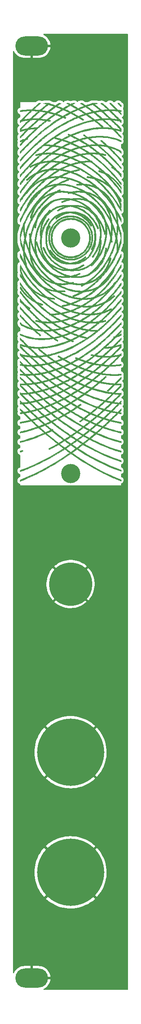
<source format=gtl>
G04 #@! TF.GenerationSoftware,KiCad,Pcbnew,6.0.7-f9a2dced07~116~ubuntu22.04.1*
G04 #@! TF.CreationDate,2022-09-02T22:13:23-04:00*
G04 #@! TF.ProjectId,mikrokosmos-ii-panel,6d696b72-6f6b-46f7-936d-6f732d69692d,rev?*
G04 #@! TF.SameCoordinates,Original*
G04 #@! TF.FileFunction,Copper,L1,Top*
G04 #@! TF.FilePolarity,Positive*
%FSLAX46Y46*%
G04 Gerber Fmt 4.6, Leading zero omitted, Abs format (unit mm)*
G04 Created by KiCad (PCBNEW 6.0.7-f9a2dced07~116~ubuntu22.04.1) date 2022-09-02 22:13:23*
%MOMM*%
%LPD*%
G01*
G04 APERTURE LIST*
G04 #@! TA.AperFunction,EtchedComponent*
%ADD10C,0.010000*%
G04 #@! TD*
G04 #@! TA.AperFunction,ComponentPad*
%ADD11C,4.000000*%
G04 #@! TD*
G04 #@! TA.AperFunction,ComponentPad*
%ADD12C,9.000000*%
G04 #@! TD*
G04 #@! TA.AperFunction,ComponentPad*
%ADD13C,14.000000*%
G04 #@! TD*
G04 #@! TA.AperFunction,ComponentPad*
%ADD14O,6.800000X4.000000*%
G04 #@! TD*
G04 APERTURE END LIST*
G04 #@! TO.C,GRAF4*
G36*
X36110630Y-58761784D02*
G01*
X36403463Y-58391232D01*
X36755146Y-58391232D01*
X36758624Y-58392887D01*
X36781827Y-58374988D01*
X36787050Y-58367462D01*
X36793529Y-58343692D01*
X36790051Y-58342037D01*
X36766849Y-58359936D01*
X36761625Y-58367462D01*
X36755146Y-58391232D01*
X36403463Y-58391232D01*
X36656795Y-58070666D01*
X37173941Y-57351423D01*
X37667611Y-56596747D01*
X38084902Y-55901196D01*
X38176840Y-55737449D01*
X38284620Y-55538297D01*
X38402746Y-55314496D01*
X38525723Y-55076798D01*
X38648055Y-54835958D01*
X38764248Y-54602729D01*
X38868806Y-54387866D01*
X38956234Y-54202122D01*
X38981383Y-54146841D01*
X39112883Y-53854449D01*
X39113180Y-54178469D01*
X39113477Y-54502490D01*
X38834713Y-55055647D01*
X38478619Y-55734642D01*
X38114995Y-56372610D01*
X37870519Y-56772276D01*
X37785374Y-56909386D01*
X37725849Y-57010075D01*
X37689109Y-57080064D01*
X37672322Y-57125078D01*
X37672651Y-57150838D01*
X37679045Y-57158830D01*
X37686716Y-57195126D01*
X37669290Y-57268932D01*
X37629380Y-57375124D01*
X37569604Y-57508576D01*
X37492576Y-57664165D01*
X37400914Y-57836766D01*
X37297232Y-58021253D01*
X37184147Y-58212503D01*
X37064274Y-58405391D01*
X36964769Y-58558153D01*
X36608851Y-59052659D01*
X36227364Y-59504624D01*
X35817082Y-59917185D01*
X35374781Y-60293479D01*
X34897233Y-60636644D01*
X34695280Y-60765547D01*
X34593032Y-60834101D01*
X34466386Y-60927308D01*
X34328219Y-61035236D01*
X34191410Y-61147951D01*
X34123208Y-61206802D01*
X33708392Y-61559800D01*
X33276370Y-61905280D01*
X32838544Y-62234673D01*
X32406311Y-62539407D01*
X31991072Y-62810914D01*
X31981474Y-62816911D01*
X31823286Y-62915259D01*
X31706266Y-62988863D01*
X31629175Y-63041037D01*
X31590770Y-63075095D01*
X31589810Y-63094352D01*
X31625054Y-63102120D01*
X31695262Y-63101715D01*
X31799191Y-63096449D01*
X31878342Y-63092280D01*
X32151709Y-63072510D01*
X32441677Y-63040439D01*
X32733720Y-62998318D01*
X33013311Y-62948398D01*
X33265926Y-62892927D01*
X33406979Y-62855481D01*
X33487897Y-62818777D01*
X33600358Y-62747497D01*
X33741274Y-62644302D01*
X33907562Y-62511854D01*
X34096134Y-62352816D01*
X34303905Y-62169849D01*
X34527790Y-61965615D01*
X34764701Y-61742776D01*
X35011555Y-61503994D01*
X35261525Y-61255694D01*
X36005316Y-60471720D01*
X36708794Y-59657152D01*
X37372636Y-58811102D01*
X37997520Y-57932681D01*
X38584126Y-57020999D01*
X38899978Y-56488974D01*
X39113477Y-56118567D01*
X39113477Y-56654128D01*
X38915626Y-56983218D01*
X38332146Y-57905640D01*
X37708086Y-58799905D01*
X37045907Y-59662708D01*
X36348071Y-60490746D01*
X36084632Y-60784031D01*
X35910768Y-60970451D01*
X35711960Y-61177092D01*
X35497104Y-61395162D01*
X35275097Y-61615871D01*
X35054837Y-61830428D01*
X34845221Y-62030043D01*
X34655145Y-62205924D01*
X34552147Y-62298196D01*
X34447777Y-62390844D01*
X34358727Y-62471114D01*
X34291175Y-62533336D01*
X34251304Y-62571838D01*
X34243200Y-62581684D01*
X34270538Y-62577384D01*
X34336399Y-62553080D01*
X34433974Y-62511812D01*
X34556456Y-62456620D01*
X34697037Y-62390543D01*
X34848909Y-62316623D01*
X34949870Y-62266105D01*
X35455995Y-61983172D01*
X35936706Y-61658905D01*
X36395357Y-61290860D01*
X36776375Y-60935811D01*
X37128884Y-60565808D01*
X37433431Y-60204685D01*
X37629918Y-59940578D01*
X37693249Y-59855233D01*
X37748381Y-59790104D01*
X37787738Y-59753670D01*
X37800881Y-59749205D01*
X37849186Y-59768892D01*
X37870892Y-59777667D01*
X37892521Y-59773919D01*
X37926515Y-59746701D01*
X37976243Y-59692079D01*
X38045073Y-59606122D01*
X38136374Y-59484898D01*
X38222732Y-59366943D01*
X38343003Y-59199435D01*
X38477530Y-59008908D01*
X38614250Y-58812643D01*
X38741096Y-58627927D01*
X38816968Y-58515627D01*
X39100764Y-58091720D01*
X39108069Y-58318145D01*
X39115373Y-58544570D01*
X38957492Y-58780190D01*
X38716181Y-59131380D01*
X38448188Y-59505548D01*
X38163061Y-59889991D01*
X37870347Y-60272009D01*
X37579597Y-60638899D01*
X37348346Y-60920745D01*
X37153216Y-61152275D01*
X36969477Y-61365474D01*
X36789903Y-61568167D01*
X36607267Y-61768179D01*
X36414343Y-61973336D01*
X36203902Y-62191465D01*
X35968719Y-62430390D01*
X35772226Y-62627460D01*
X35506289Y-62891255D01*
X35266621Y-63124779D01*
X35045226Y-63335333D01*
X34834103Y-63530216D01*
X34625255Y-63716729D01*
X34410684Y-63902171D01*
X34182392Y-64093841D01*
X34010323Y-64235475D01*
X33896307Y-64329281D01*
X33797756Y-64411485D01*
X33720710Y-64476954D01*
X33671211Y-64520557D01*
X33655246Y-64537126D01*
X33683259Y-64535711D01*
X33751241Y-64522909D01*
X33850166Y-64500940D01*
X33971006Y-64472025D01*
X34104734Y-64438383D01*
X34242324Y-64402235D01*
X34374747Y-64365802D01*
X34492979Y-64331304D01*
X34497091Y-64330055D01*
X34733145Y-64253401D01*
X34978879Y-64165034D01*
X35218612Y-64071043D01*
X35436667Y-63977518D01*
X35581538Y-63908848D01*
X35644226Y-63875809D01*
X35701892Y-63840585D01*
X35760398Y-63797994D01*
X35825606Y-63742851D01*
X35903376Y-63669971D01*
X35999571Y-63574172D01*
X36120052Y-63450268D01*
X36231974Y-63333584D01*
X36632456Y-62909638D01*
X37000364Y-62508957D01*
X37342885Y-62123107D01*
X37667206Y-61743654D01*
X37980513Y-61362164D01*
X38289994Y-60970203D01*
X38602835Y-60559336D01*
X38651655Y-60494000D01*
X38754871Y-60355579D01*
X38850933Y-60226834D01*
X38934629Y-60114743D01*
X39000748Y-60026286D01*
X39044075Y-59968441D01*
X39054857Y-59954114D01*
X39110652Y-59880275D01*
X39112064Y-60101406D01*
X39113477Y-60322538D01*
X38851120Y-60673478D01*
X38483822Y-61152751D01*
X38089855Y-61644775D01*
X37683092Y-62132740D01*
X37277405Y-62599835D01*
X37082384Y-62816911D01*
X36981975Y-62927349D01*
X36885905Y-63033068D01*
X36802954Y-63124400D01*
X36741904Y-63191680D01*
X36725485Y-63209801D01*
X36682545Y-63259712D01*
X36665143Y-63285359D01*
X36672636Y-63283856D01*
X36808651Y-63185691D01*
X36967651Y-63064760D01*
X37135031Y-62932546D01*
X37296185Y-62800527D01*
X37399859Y-62712299D01*
X37656712Y-62489253D01*
X37748879Y-62583640D01*
X37841045Y-62678027D01*
X37682716Y-62818666D01*
X37299024Y-63143371D01*
X36919107Y-63430782D01*
X36528599Y-63691106D01*
X36113131Y-63934553D01*
X36108889Y-63936889D01*
X35871063Y-64090081D01*
X35668332Y-64263867D01*
X35428567Y-64490460D01*
X35162895Y-64732734D01*
X34879749Y-64983525D01*
X34587562Y-65235674D01*
X34294767Y-65482018D01*
X34009799Y-65715396D01*
X33741091Y-65928648D01*
X33497076Y-66114611D01*
X33434828Y-66160449D01*
X33260784Y-66287482D01*
X33343608Y-66295757D01*
X33419776Y-66295964D01*
X33536998Y-66286963D01*
X33686592Y-66270130D01*
X33859874Y-66246842D01*
X34048161Y-66218474D01*
X34242771Y-66186405D01*
X34435020Y-66152008D01*
X34616226Y-66116662D01*
X34777706Y-66081743D01*
X34910777Y-66048626D01*
X34921698Y-66045604D01*
X34977299Y-66019158D01*
X35058246Y-65963355D01*
X35165703Y-65877134D01*
X35300835Y-65759434D01*
X35464805Y-65609196D01*
X35658778Y-65425360D01*
X35883919Y-65206865D01*
X36141391Y-64952651D01*
X36342803Y-64751557D01*
X36901586Y-64179023D01*
X37426031Y-63615020D01*
X37927802Y-63046413D01*
X38418564Y-62460064D01*
X38795167Y-61989645D01*
X38889002Y-61870375D01*
X38971795Y-61765293D01*
X39038522Y-61680766D01*
X39084154Y-61623161D01*
X39103666Y-61598846D01*
X39103874Y-61598610D01*
X39108205Y-61617059D01*
X39111521Y-61675403D01*
X39113307Y-61762685D01*
X39113477Y-61802711D01*
X39113477Y-62017406D01*
X38766724Y-62448941D01*
X38399253Y-62898796D01*
X38037345Y-63325977D01*
X37672006Y-63740435D01*
X37294242Y-64152125D01*
X36895058Y-64570999D01*
X36465460Y-65007010D01*
X36360608Y-65111556D01*
X36205036Y-65266493D01*
X36061850Y-65409664D01*
X35934821Y-65537256D01*
X35827720Y-65645455D01*
X35744319Y-65730447D01*
X35688389Y-65788418D01*
X35663701Y-65815554D01*
X35662942Y-65817112D01*
X35705543Y-65806524D01*
X35785928Y-65777116D01*
X35896207Y-65732415D01*
X36028488Y-65675953D01*
X36174881Y-65611258D01*
X36327494Y-65541860D01*
X36478438Y-65471290D01*
X36619820Y-65403076D01*
X36743750Y-65340749D01*
X36826939Y-65296441D01*
X36931775Y-65240816D01*
X37001066Y-65210479D01*
X37041831Y-65202896D01*
X37059355Y-65212532D01*
X37097661Y-65275368D01*
X37132085Y-65341433D01*
X37153137Y-65391837D01*
X37155719Y-65404344D01*
X37133813Y-65425175D01*
X37073025Y-65463317D01*
X36980750Y-65515005D01*
X36864386Y-65576477D01*
X36731328Y-65643967D01*
X36588971Y-65713711D01*
X36444713Y-65781945D01*
X36305948Y-65844904D01*
X36202266Y-65889613D01*
X36061794Y-65945916D01*
X35892165Y-66010118D01*
X35712795Y-66075069D01*
X35543098Y-66133618D01*
X35509669Y-66144707D01*
X35122178Y-66272137D01*
X34848608Y-66510896D01*
X34642274Y-66687354D01*
X34405156Y-66883968D01*
X34148263Y-67091928D01*
X33882603Y-67302420D01*
X33619187Y-67506634D01*
X33369022Y-67695758D01*
X33358178Y-67703828D01*
X32954931Y-68003698D01*
X33358178Y-68003481D01*
X33600115Y-67999888D01*
X33849765Y-67989987D01*
X34091645Y-67974713D01*
X34310272Y-67955001D01*
X34454295Y-67937207D01*
X34501998Y-67926233D01*
X34552665Y-67903966D01*
X34613781Y-67865340D01*
X34692831Y-67805290D01*
X34797300Y-67718748D01*
X34873815Y-67653278D01*
X35674645Y-66937711D01*
X36467224Y-66179066D01*
X37243922Y-65385113D01*
X37997111Y-64563622D01*
X38636821Y-63821216D01*
X38776059Y-63654246D01*
X38885501Y-63523031D01*
X38968688Y-63424930D01*
X39029165Y-63357300D01*
X39070475Y-63317501D01*
X39096161Y-63302891D01*
X39109766Y-63310829D01*
X39114833Y-63338673D01*
X39114906Y-63383782D01*
X39113528Y-63443515D01*
X39113358Y-63465966D01*
X39113239Y-63668663D01*
X38870638Y-63958859D01*
X38397776Y-64512446D01*
X37915768Y-65052188D01*
X37418606Y-65584233D01*
X36900282Y-66114729D01*
X36354787Y-66649823D01*
X35776113Y-67195661D01*
X35158253Y-67758391D01*
X35148651Y-67766997D01*
X35058121Y-67848113D01*
X35350514Y-67785228D01*
X35554664Y-67740234D01*
X35709934Y-67703556D01*
X35817557Y-67674890D01*
X35867883Y-67658415D01*
X35890592Y-67673060D01*
X35915217Y-67720937D01*
X35936501Y-67784937D01*
X35949188Y-67847948D01*
X35948022Y-67892861D01*
X35942651Y-67901799D01*
X35902182Y-67920209D01*
X35819846Y-67945631D01*
X35703843Y-67976184D01*
X35562373Y-68009988D01*
X35403635Y-68045161D01*
X35235831Y-68079824D01*
X35067159Y-68112095D01*
X34905819Y-68140094D01*
X34898336Y-68141309D01*
X34667616Y-68178625D01*
X34227233Y-68531496D01*
X33681356Y-68960018D01*
X33155241Y-69354681D01*
X32947811Y-69504968D01*
X32718982Y-69669064D01*
X32871535Y-69685187D01*
X32941813Y-69690757D01*
X33053152Y-69697323D01*
X33195781Y-69704414D01*
X33359933Y-69711558D01*
X33535838Y-69718283D01*
X33609828Y-69720835D01*
X34195568Y-69740359D01*
X34512431Y-69477500D01*
X35211330Y-68879846D01*
X35914838Y-68243670D01*
X36612962Y-67578817D01*
X37295711Y-66895128D01*
X37953095Y-66202447D01*
X38575122Y-65510618D01*
X38782660Y-65270465D01*
X38874630Y-65163108D01*
X38957016Y-65067363D01*
X39023225Y-64990860D01*
X39066668Y-64941225D01*
X39078479Y-64928130D01*
X39095867Y-64916210D01*
X39106430Y-64930874D01*
X39111757Y-64979685D01*
X39113438Y-65070203D01*
X39113477Y-65094612D01*
X39113477Y-65298325D01*
X38780000Y-65678489D01*
X38315748Y-66196270D01*
X37823870Y-66723450D01*
X37313260Y-67251155D01*
X36792814Y-67770507D01*
X36271426Y-68272631D01*
X35757992Y-68748651D01*
X35261525Y-69189586D01*
X34385725Y-69922852D01*
X33497750Y-70615153D01*
X32599634Y-71265221D01*
X31693412Y-71871784D01*
X30781119Y-72433575D01*
X29864788Y-72949324D01*
X28946456Y-73417760D01*
X28028156Y-73837614D01*
X27392356Y-74099606D01*
X26965237Y-74260626D01*
X26510316Y-74419289D01*
X26040211Y-74571755D01*
X25567540Y-74714183D01*
X25104922Y-74842734D01*
X24664973Y-74953569D01*
X24361683Y-75021869D01*
X24228105Y-75051516D01*
X24115074Y-75079155D01*
X24030590Y-75102620D01*
X23982655Y-75119745D01*
X23974946Y-75126555D01*
X23999045Y-75147724D01*
X24058743Y-75194242D01*
X24148279Y-75261881D01*
X24261889Y-75346409D01*
X24393813Y-75443597D01*
X24538287Y-75549214D01*
X24689550Y-75659031D01*
X24841838Y-75768816D01*
X24989390Y-75874341D01*
X25109827Y-75959675D01*
X25407980Y-76169803D01*
X25580198Y-76113308D01*
X25675520Y-76081343D01*
X25794798Y-76040291D01*
X25930219Y-75992956D01*
X26073973Y-75942141D01*
X26218249Y-75890651D01*
X26355235Y-75841289D01*
X26477119Y-75796858D01*
X26576092Y-75760163D01*
X26644342Y-75734008D01*
X26674057Y-75721195D01*
X26674663Y-75720456D01*
X26651888Y-75706003D01*
X26592960Y-75669129D01*
X26504930Y-75614233D01*
X26394848Y-75545712D01*
X26286350Y-75478265D01*
X26162504Y-75401235D01*
X26054299Y-75333766D01*
X25968864Y-75280318D01*
X25913328Y-75245350D01*
X25894891Y-75233437D01*
X25898182Y-75207790D01*
X25925969Y-75160280D01*
X25967072Y-75105276D01*
X26010312Y-75057152D01*
X26044508Y-75030278D01*
X26053969Y-75028947D01*
X26084561Y-75045660D01*
X26150889Y-75084945D01*
X26245613Y-75142354D01*
X26361391Y-75213437D01*
X26490834Y-75293715D01*
X26621870Y-75375178D01*
X26740588Y-75448632D01*
X26839238Y-75509309D01*
X26910067Y-75552439D01*
X26944909Y-75573028D01*
X26967368Y-75579230D01*
X27001894Y-75577016D01*
X27053076Y-75564677D01*
X27125502Y-75540500D01*
X27223758Y-75502775D01*
X27352434Y-75449790D01*
X27516118Y-75379835D01*
X27719396Y-75291199D01*
X27824588Y-75244948D01*
X27990994Y-75169314D01*
X28192778Y-75073815D01*
X28420753Y-74963079D01*
X28665734Y-74841735D01*
X28918535Y-74714413D01*
X29169971Y-74585742D01*
X29410855Y-74460349D01*
X29632004Y-74342865D01*
X29824230Y-74237918D01*
X29836599Y-74231030D01*
X30783009Y-73678052D01*
X31727060Y-73076502D01*
X32665958Y-72428658D01*
X33596911Y-71736796D01*
X34517126Y-71003194D01*
X35423808Y-70230129D01*
X36314166Y-69419877D01*
X37185404Y-68574717D01*
X38034732Y-67696925D01*
X38579543Y-67103466D01*
X39100764Y-66523683D01*
X39108239Y-66704589D01*
X39109260Y-66799596D01*
X39104828Y-66877002D01*
X39095899Y-66920520D01*
X39095527Y-66921213D01*
X39065589Y-66961414D01*
X39004034Y-67033853D01*
X38914764Y-67134381D01*
X38801679Y-67258845D01*
X38668681Y-67403094D01*
X38519672Y-67562976D01*
X38358552Y-67734342D01*
X38189224Y-67913038D01*
X38015588Y-68094915D01*
X37841546Y-68275820D01*
X37670999Y-68451603D01*
X37507848Y-68618112D01*
X37371835Y-68755333D01*
X36422899Y-69676000D01*
X35462242Y-70547474D01*
X34489950Y-71369688D01*
X33506108Y-72142576D01*
X32510800Y-72866071D01*
X31504112Y-73540108D01*
X30486127Y-74164620D01*
X30293926Y-74276243D01*
X29791601Y-74557915D01*
X29276801Y-74832385D01*
X28761337Y-75093715D01*
X28257021Y-75335970D01*
X27775664Y-75553213D01*
X27621184Y-75619538D01*
X27507828Y-75668152D01*
X27411426Y-75710668D01*
X27341750Y-75742695D01*
X27308568Y-75759842D01*
X27307876Y-75760362D01*
X27322140Y-75777301D01*
X27374939Y-75813923D01*
X27459627Y-75866570D01*
X27569559Y-75931588D01*
X27698089Y-76005323D01*
X27838572Y-76084118D01*
X27984363Y-76164320D01*
X28128816Y-76242271D01*
X28265286Y-76314319D01*
X28387128Y-76376807D01*
X28487696Y-76426080D01*
X28560344Y-76458483D01*
X28598429Y-76470362D01*
X28598728Y-76470365D01*
X28636847Y-76458151D01*
X28714022Y-76423264D01*
X28825204Y-76368338D01*
X28965342Y-76296006D01*
X29129387Y-76208900D01*
X29312288Y-76109653D01*
X29508994Y-76000899D01*
X29638556Y-75928225D01*
X29914286Y-75772694D01*
X29747677Y-75695654D01*
X29581068Y-75618613D01*
X29684382Y-75383413D01*
X29942710Y-75492371D01*
X30062930Y-75541394D01*
X30146481Y-75570629D01*
X30202447Y-75582475D01*
X30239914Y-75579331D01*
X30252302Y-75574127D01*
X30319256Y-75535970D01*
X30421968Y-75474047D01*
X30553762Y-75392606D01*
X30707958Y-75295899D01*
X30877880Y-75188174D01*
X31056849Y-75073681D01*
X31238188Y-74956670D01*
X31415217Y-74841390D01*
X31581259Y-74732090D01*
X31701965Y-74651631D01*
X32707503Y-73949755D01*
X33705207Y-73199661D01*
X34692366Y-72403727D01*
X35666266Y-71564325D01*
X36624198Y-70683834D01*
X37563448Y-69764626D01*
X38481305Y-68809079D01*
X38928568Y-68321516D01*
X39112327Y-68118113D01*
X39112902Y-68381689D01*
X39112573Y-68499515D01*
X39109854Y-68575073D01*
X39103074Y-68616943D01*
X39090563Y-68633703D01*
X39070650Y-68633930D01*
X39064087Y-68632349D01*
X39033658Y-68636321D01*
X38989555Y-68664480D01*
X38926494Y-68721294D01*
X38839190Y-68811235D01*
X38790764Y-68863511D01*
X38649688Y-69015131D01*
X38479137Y-69194909D01*
X38286170Y-69395639D01*
X38077849Y-69610110D01*
X37861233Y-69831115D01*
X37643384Y-70051445D01*
X37431363Y-70263891D01*
X37232229Y-70461245D01*
X37079413Y-70610734D01*
X36193401Y-71444957D01*
X35286121Y-72248293D01*
X34362014Y-73017236D01*
X33425522Y-73748282D01*
X32481083Y-74437924D01*
X31533140Y-75082657D01*
X30913777Y-75478120D01*
X30790175Y-75555049D01*
X30682415Y-75622234D01*
X30597563Y-75675261D01*
X30542683Y-75709716D01*
X30524811Y-75721154D01*
X30543942Y-75731852D01*
X30603775Y-75756481D01*
X30696958Y-75792344D01*
X30816137Y-75836744D01*
X30953960Y-75886985D01*
X31103072Y-75940371D01*
X31256121Y-75994204D01*
X31405753Y-76045789D01*
X31462574Y-76065044D01*
X31782541Y-76172868D01*
X31945657Y-76062709D01*
X32063218Y-75982034D01*
X32197392Y-75887822D01*
X32342490Y-75784283D01*
X32492824Y-75675628D01*
X32642704Y-75566067D01*
X32786442Y-75459811D01*
X32918349Y-75361071D01*
X33032736Y-75274056D01*
X33123914Y-75202978D01*
X33186195Y-75152047D01*
X33213889Y-75125473D01*
X33214778Y-75123394D01*
X33191908Y-75109062D01*
X33164613Y-75100678D01*
X35618752Y-75100678D01*
X35634555Y-75107634D01*
X35693213Y-75113291D01*
X35786746Y-75117614D01*
X35907173Y-75120569D01*
X36046515Y-75122121D01*
X36196790Y-75122236D01*
X36350019Y-75120878D01*
X36498221Y-75118013D01*
X36633417Y-75113607D01*
X36747625Y-75107623D01*
X36774143Y-75105709D01*
X36990065Y-75088905D01*
X38026345Y-74049696D01*
X38215741Y-73859401D01*
X38393963Y-73679623D01*
X38557839Y-73513615D01*
X38704193Y-73364624D01*
X38829851Y-73235902D01*
X38931637Y-73130698D01*
X39006377Y-73052262D01*
X39050897Y-73003844D01*
X39062626Y-72988832D01*
X39040395Y-72985761D01*
X38981231Y-72996556D01*
X38896427Y-73018958D01*
X38865579Y-73028252D01*
X38526014Y-73126144D01*
X38143067Y-73223028D01*
X37848751Y-73290190D01*
X37512054Y-73363868D01*
X37325030Y-73537787D01*
X37253040Y-73604752D01*
X37151631Y-73699106D01*
X37028604Y-73813592D01*
X36891758Y-73940950D01*
X36748895Y-74073921D01*
X36657423Y-74159066D01*
X36508701Y-74296985D01*
X36355120Y-74438482D01*
X36205929Y-74575106D01*
X36070375Y-74698400D01*
X35957706Y-74799910D01*
X35909873Y-74842483D01*
X35811396Y-74929612D01*
X35725703Y-75005530D01*
X35660456Y-75063441D01*
X35623317Y-75096552D01*
X35618752Y-75100678D01*
X33164613Y-75100678D01*
X33132200Y-75090722D01*
X33055869Y-75073825D01*
X32941581Y-75051867D01*
X32868710Y-75034455D01*
X32828892Y-75015769D01*
X32813762Y-74989990D01*
X32814954Y-74951300D01*
X32815626Y-74947107D01*
X33926690Y-74947107D01*
X33950628Y-74956137D01*
X34016957Y-74969040D01*
X34117452Y-74984814D01*
X34243889Y-75002461D01*
X34388042Y-75020980D01*
X34541685Y-75039372D01*
X34696594Y-75056637D01*
X34844542Y-75071776D01*
X34977305Y-75083787D01*
X35086658Y-75091672D01*
X35134398Y-75093906D01*
X35165623Y-75089807D01*
X35204692Y-75072993D01*
X35256884Y-75039534D01*
X35327479Y-74985498D01*
X35421760Y-74906954D01*
X35545006Y-74799971D01*
X35630193Y-74724800D01*
X35781599Y-74589877D01*
X35940418Y-74446890D01*
X36102341Y-74299851D01*
X36263059Y-74152774D01*
X36418262Y-74009672D01*
X36563642Y-73874560D01*
X36694889Y-73751449D01*
X36807693Y-73644354D01*
X36897745Y-73557288D01*
X36960737Y-73494264D01*
X36992358Y-73459295D01*
X36995100Y-73453623D01*
X36967397Y-73452308D01*
X36898386Y-73455861D01*
X36797312Y-73463625D01*
X36673417Y-73474943D01*
X36618810Y-73480393D01*
X36448138Y-73496485D01*
X36257682Y-73512284D01*
X36071288Y-73525921D01*
X35919955Y-73535157D01*
X35586793Y-73552555D01*
X35169905Y-73907986D01*
X35009640Y-74043570D01*
X34827446Y-74195984D01*
X34639307Y-74351964D01*
X34461204Y-74498246D01*
X34339853Y-74596823D01*
X34216558Y-74697089D01*
X34107932Y-74786903D01*
X34019810Y-74861318D01*
X33958029Y-74915386D01*
X33928425Y-74944160D01*
X33926690Y-74947107D01*
X32815626Y-74947107D01*
X32821454Y-74910758D01*
X32836164Y-74840382D01*
X32852086Y-74792823D01*
X32856623Y-74785662D01*
X32887010Y-74783124D01*
X32956973Y-74790167D01*
X33056423Y-74805436D01*
X33175275Y-74827577D01*
X33188033Y-74830156D01*
X33308924Y-74854437D01*
X33411845Y-74874469D01*
X33486496Y-74888292D01*
X33522577Y-74893947D01*
X33523579Y-74893988D01*
X33552013Y-74878155D01*
X33614831Y-74833060D01*
X33707618Y-74762315D01*
X33825959Y-74669532D01*
X33965439Y-74558320D01*
X34121645Y-74432290D01*
X34290162Y-74295053D01*
X34466575Y-74150220D01*
X34646470Y-74001401D01*
X34825432Y-73852208D01*
X34999046Y-73706251D01*
X35162898Y-73567140D01*
X35312575Y-73438487D01*
X35443660Y-73323903D01*
X35449521Y-73318719D01*
X35665480Y-73126412D01*
X35884141Y-72929477D01*
X36102289Y-72730972D01*
X36316707Y-72533953D01*
X36524179Y-72341480D01*
X36721488Y-72156608D01*
X36905418Y-71982396D01*
X37072753Y-71821900D01*
X37220276Y-71678179D01*
X37344771Y-71554289D01*
X37443022Y-71453288D01*
X37511813Y-71378234D01*
X37547926Y-71332185D01*
X37552520Y-71319602D01*
X37539497Y-71273444D01*
X37524723Y-71205261D01*
X37523736Y-71200059D01*
X37507391Y-71112929D01*
X37719293Y-71046400D01*
X37931194Y-70979870D01*
X38442137Y-70438881D01*
X38576627Y-70296318D01*
X38703429Y-70161593D01*
X38817273Y-70040330D01*
X38912888Y-69938154D01*
X38985003Y-69860689D01*
X39028346Y-69813561D01*
X39032533Y-69808903D01*
X39111986Y-69719914D01*
X39112731Y-69917193D01*
X39113477Y-70114471D01*
X38809766Y-70437690D01*
X38711822Y-70543020D01*
X38628139Y-70635113D01*
X38564123Y-70707848D01*
X38525175Y-70755104D01*
X38515823Y-70770675D01*
X38541477Y-70764920D01*
X38604506Y-70742166D01*
X38695753Y-70705933D01*
X38806066Y-70659738D01*
X38819533Y-70653958D01*
X39113477Y-70527474D01*
X39113477Y-70819623D01*
X38857648Y-70925794D01*
X38719656Y-70981480D01*
X38558419Y-71044142D01*
X38398775Y-71104216D01*
X38317414Y-71133847D01*
X38187881Y-71182037D01*
X38095228Y-71222118D01*
X38027632Y-71260610D01*
X37973272Y-71304033D01*
X37931250Y-71346834D01*
X37871516Y-71409269D01*
X37779986Y-71501315D01*
X37661996Y-71617842D01*
X37522885Y-71753720D01*
X37367990Y-71903820D01*
X37202649Y-72063012D01*
X37032200Y-72226167D01*
X36861979Y-72388155D01*
X36697325Y-72543847D01*
X36543576Y-72688113D01*
X36406068Y-72815824D01*
X36330616Y-72885074D01*
X36214094Y-72993145D01*
X36113790Y-73089590D01*
X36034655Y-73169358D01*
X35981641Y-73227396D01*
X35959700Y-73258653D01*
X35960668Y-73262505D01*
X36000496Y-73264863D01*
X36082307Y-73261780D01*
X36197613Y-73254030D01*
X36337927Y-73242387D01*
X36494762Y-73227623D01*
X36659630Y-73210513D01*
X36824044Y-73191829D01*
X36979516Y-73172346D01*
X37039776Y-73164157D01*
X37368777Y-73118222D01*
X37893094Y-72588638D01*
X38050080Y-72429462D01*
X38216264Y-72259884D01*
X38382239Y-72089577D01*
X38538601Y-71928214D01*
X38675941Y-71785468D01*
X38765444Y-71691550D01*
X39113477Y-71324046D01*
X39113477Y-71730163D01*
X38488419Y-72371335D01*
X38344472Y-72519714D01*
X38213652Y-72655958D01*
X38099772Y-72775987D01*
X38006643Y-72875722D01*
X37938079Y-72951082D01*
X37897893Y-72997989D01*
X37889203Y-73012507D01*
X37929870Y-73005831D01*
X38009976Y-72987470D01*
X38120127Y-72959927D01*
X38250931Y-72925705D01*
X38392994Y-72887305D01*
X38536923Y-72847230D01*
X38673326Y-72807983D01*
X38792809Y-72772065D01*
X38799213Y-72770077D01*
X38911819Y-72735442D01*
X39005997Y-72707210D01*
X39071539Y-72688392D01*
X39097962Y-72681976D01*
X39103774Y-72705815D01*
X39108595Y-72770990D01*
X39111970Y-72867988D01*
X39113447Y-72987297D01*
X39113477Y-73007518D01*
X39113477Y-73333060D01*
X38259740Y-74189800D01*
X38062902Y-74387473D01*
X37899365Y-74552210D01*
X37766443Y-74687003D01*
X37661450Y-74794841D01*
X37581701Y-74878717D01*
X37524511Y-74941622D01*
X37487193Y-74986546D01*
X37467061Y-75016482D01*
X37461431Y-75034421D01*
X37467617Y-75043353D01*
X37482932Y-75046270D01*
X37490621Y-75046424D01*
X37557773Y-75042067D01*
X37665133Y-75030084D01*
X37802876Y-75011924D01*
X37961176Y-74989037D01*
X38130207Y-74962871D01*
X38300143Y-74934876D01*
X38461158Y-74906501D01*
X38541405Y-74891440D01*
X38821084Y-74837562D01*
X38967281Y-74694949D01*
X39113477Y-74552337D01*
X39113477Y-74799439D01*
X39112917Y-74912936D01*
X39109788Y-74984977D01*
X39101913Y-75024955D01*
X39087115Y-75042265D01*
X39063217Y-75046299D01*
X39056270Y-75046337D01*
X39024826Y-75059152D01*
X38970684Y-75099175D01*
X38891493Y-75168552D01*
X38784898Y-75269429D01*
X38648548Y-75403951D01*
X38503267Y-75550655D01*
X38337440Y-75718340D01*
X38149754Y-75906360D01*
X37953126Y-76101890D01*
X37760472Y-76292105D01*
X37584711Y-76464179D01*
X37517193Y-76529738D01*
X37026916Y-77004299D01*
X37203709Y-77004299D01*
X37332788Y-77001544D01*
X37496019Y-76993808D01*
X37684720Y-76981887D01*
X37890211Y-76966576D01*
X38103809Y-76948669D01*
X38316832Y-76928961D01*
X38520600Y-76908248D01*
X38706431Y-76887324D01*
X38865643Y-76866985D01*
X38989554Y-76848024D01*
X39056270Y-76834667D01*
X39089998Y-76830449D01*
X39106960Y-76846736D01*
X39112865Y-76894955D01*
X39113477Y-76949191D01*
X39109351Y-77025440D01*
X39098818Y-77078382D01*
X39090861Y-77091551D01*
X39044072Y-77106570D01*
X38952964Y-77123462D01*
X38824010Y-77141652D01*
X38663682Y-77160561D01*
X38478455Y-77179613D01*
X38274800Y-77198229D01*
X38059190Y-77215832D01*
X37838099Y-77231846D01*
X37617998Y-77245692D01*
X37405362Y-77256793D01*
X37206662Y-77264572D01*
X37126786Y-77266759D01*
X36729183Y-77276000D01*
X36338597Y-77630996D01*
X36187178Y-77767797D01*
X36012699Y-77924105D01*
X35830579Y-78086186D01*
X35656242Y-78240305D01*
X35535189Y-78346498D01*
X35398583Y-78466513D01*
X35297108Y-78557728D01*
X35226991Y-78624092D01*
X35184461Y-78669552D01*
X35165744Y-78698058D01*
X35167071Y-78713556D01*
X35179233Y-78719080D01*
X35339424Y-78748443D01*
X35542373Y-78778178D01*
X35780001Y-78807468D01*
X36044228Y-78835498D01*
X36326976Y-78861452D01*
X36620164Y-78884515D01*
X36915713Y-78903871D01*
X37115553Y-78914578D01*
X37384611Y-78925608D01*
X37628535Y-78930814D01*
X37866947Y-78930180D01*
X38119468Y-78923689D01*
X38361399Y-78913480D01*
X38539257Y-78904531D01*
X38702623Y-78895479D01*
X38843874Y-78886813D01*
X38955387Y-78879021D01*
X39029539Y-78872593D01*
X39056270Y-78868907D01*
X39088934Y-78864465D01*
X39106002Y-78879246D01*
X39112503Y-78924334D01*
X39113477Y-78994992D01*
X39113477Y-79135141D01*
X38840153Y-79156657D01*
X38749617Y-79161671D01*
X38616305Y-79166162D01*
X38448289Y-79169999D01*
X38253642Y-79173049D01*
X38040436Y-79175181D01*
X37816746Y-79176263D01*
X37638802Y-79176289D01*
X37269104Y-79173491D01*
X36938393Y-79166111D01*
X36634941Y-79153275D01*
X36347021Y-79134110D01*
X36062904Y-79107743D01*
X35770863Y-79073302D01*
X35459170Y-79029912D01*
X35255642Y-78998876D01*
X35098956Y-78975205D01*
X34984782Y-78960351D01*
X34905643Y-78953796D01*
X34854065Y-78955025D01*
X34822571Y-78963522D01*
X34814499Y-78968413D01*
X34782445Y-78993626D01*
X34717711Y-79045971D01*
X34626787Y-79120149D01*
X34516162Y-79210862D01*
X34392324Y-79312811D01*
X34352641Y-79345559D01*
X34207539Y-79464826D01*
X34056111Y-79588349D01*
X33909723Y-79706922D01*
X33779739Y-79811339D01*
X33677897Y-79892102D01*
X33565488Y-79983401D01*
X33489956Y-80051777D01*
X33453254Y-80095334D01*
X33452921Y-80110908D01*
X33485486Y-80122105D01*
X33558314Y-80143534D01*
X33662414Y-80172788D01*
X33788793Y-80207465D01*
X33928458Y-80245158D01*
X34072418Y-80283465D01*
X34211681Y-80319979D01*
X34337252Y-80352296D01*
X34440142Y-80378012D01*
X34511357Y-80394722D01*
X34524825Y-80397545D01*
X34553408Y-80400244D01*
X34584408Y-80394042D01*
X34623591Y-80374957D01*
X34676724Y-80339008D01*
X34749574Y-80282215D01*
X34847906Y-80200598D01*
X34977489Y-80090175D01*
X35007908Y-80064073D01*
X35148857Y-79942556D01*
X35294673Y-79815988D01*
X35434381Y-79693954D01*
X35557009Y-79586039D01*
X35649221Y-79503950D01*
X35740519Y-79423286D01*
X35818720Y-79356816D01*
X35875895Y-79311096D01*
X35904113Y-79292684D01*
X35904844Y-79292587D01*
X35933272Y-79309376D01*
X35981831Y-79351904D01*
X36008125Y-79378017D01*
X36090927Y-79463446D01*
X35777927Y-79741462D01*
X35645013Y-79858995D01*
X35499099Y-79987161D01*
X35355792Y-80112300D01*
X35230701Y-80220752D01*
X35203012Y-80244596D01*
X35109048Y-80327870D01*
X35033067Y-80400064D01*
X34981506Y-80454674D01*
X34960806Y-80485197D01*
X34961470Y-80488593D01*
X34992333Y-80499039D01*
X35065733Y-80516349D01*
X35174042Y-80539079D01*
X35309627Y-80565782D01*
X35464860Y-80595015D01*
X35632111Y-80625332D01*
X35803750Y-80655289D01*
X35972147Y-80683440D01*
X36087851Y-80701896D01*
X36234727Y-80722977D01*
X36418783Y-80746679D01*
X36626515Y-80771505D01*
X36844417Y-80795962D01*
X37058987Y-80818555D01*
X37256719Y-80837789D01*
X37424109Y-80852169D01*
X37486250Y-80856680D01*
X37727791Y-80872776D01*
X38413180Y-80184383D01*
X38566289Y-80030793D01*
X38707871Y-79889129D01*
X38833991Y-79763302D01*
X38940715Y-79657222D01*
X39024107Y-79574797D01*
X39080233Y-79519939D01*
X39105158Y-79496555D01*
X39106023Y-79495990D01*
X39109698Y-79519270D01*
X39112361Y-79580529D01*
X39113471Y-79666899D01*
X39113477Y-79673858D01*
X39113477Y-79851725D01*
X38605203Y-80366701D01*
X38474517Y-80499316D01*
X38356258Y-80619718D01*
X38254920Y-80723297D01*
X38174997Y-80805448D01*
X38120983Y-80861561D01*
X38097373Y-80887031D01*
X38096695Y-80888033D01*
X38120778Y-80889964D01*
X38188104Y-80891660D01*
X38291068Y-80893024D01*
X38422062Y-80893961D01*
X38573480Y-80894377D01*
X38604968Y-80894389D01*
X39113477Y-80894389D01*
X39113477Y-81491526D01*
X38460090Y-82145276D01*
X38267331Y-82339472D01*
X38110038Y-82500826D01*
X37988545Y-82628978D01*
X37903183Y-82723568D01*
X37854286Y-82784236D01*
X37842185Y-82810624D01*
X37843524Y-82811590D01*
X37887308Y-82819449D01*
X37971582Y-82828831D01*
X38086037Y-82839021D01*
X38220360Y-82849304D01*
X38364242Y-82858966D01*
X38507371Y-82867292D01*
X38639436Y-82873567D01*
X38750127Y-82877077D01*
X38795458Y-82877572D01*
X38901870Y-82875507D01*
X38971503Y-82867324D01*
X39018332Y-82850042D01*
X39054631Y-82822289D01*
X39113477Y-82767006D01*
X39113477Y-83150031D01*
X38324961Y-83929789D01*
X38160993Y-84092868D01*
X38010003Y-84244850D01*
X37875490Y-84382080D01*
X37760951Y-84500900D01*
X37669888Y-84597656D01*
X37605799Y-84668691D01*
X37572184Y-84710350D01*
X37568554Y-84720045D01*
X37603808Y-84726680D01*
X37682093Y-84738552D01*
X37795976Y-84754655D01*
X37938023Y-84773982D01*
X38100798Y-84795529D01*
X38276868Y-84818289D01*
X38458799Y-84841256D01*
X38525372Y-84849514D01*
X38661893Y-84866362D01*
X38887685Y-84641616D01*
X39113477Y-84416871D01*
X39113477Y-84605029D01*
X39109566Y-84719006D01*
X39096579Y-84793235D01*
X39072635Y-84838307D01*
X39071878Y-84839154D01*
X39044244Y-84874834D01*
X39052825Y-84892740D01*
X39071878Y-84901084D01*
X39098895Y-84927345D01*
X39111518Y-84986205D01*
X39113477Y-85044415D01*
X39113477Y-85171784D01*
X38946149Y-85153865D01*
X38778820Y-85135946D01*
X38057293Y-85851146D01*
X37899554Y-86007882D01*
X37753605Y-86153635D01*
X37623301Y-86284502D01*
X37512497Y-86396577D01*
X37425047Y-86485956D01*
X37364806Y-86548735D01*
X37335629Y-86581009D01*
X37333473Y-86584312D01*
X37354795Y-86597648D01*
X37422032Y-86617144D01*
X37536131Y-86643007D01*
X37698041Y-86675441D01*
X37908713Y-86714649D01*
X38078764Y-86745014D01*
X38404312Y-86802377D01*
X38758894Y-86448473D01*
X39113477Y-86094570D01*
X39113477Y-86476634D01*
X38936742Y-86652014D01*
X38862756Y-86728196D01*
X38806383Y-86791574D01*
X38774904Y-86833649D01*
X38771124Y-86845379D01*
X38800267Y-86857090D01*
X38865601Y-86870141D01*
X38947858Y-86881100D01*
X39113477Y-86898837D01*
X39113477Y-87038366D01*
X39111381Y-87118266D01*
X39102620Y-87158002D01*
X39083485Y-87168178D01*
X39068982Y-87165526D01*
X39025787Y-87157344D01*
X38945195Y-87145245D01*
X38840328Y-87131123D01*
X38765555Y-87121777D01*
X38506622Y-87090398D01*
X37803612Y-87774425D01*
X37100601Y-88458453D01*
X37207915Y-88489628D01*
X37311102Y-88517344D01*
X37454201Y-88552593D01*
X37627218Y-88593152D01*
X37820161Y-88636801D01*
X38023033Y-88681321D01*
X38225842Y-88724490D01*
X38418593Y-88764088D01*
X38591292Y-88797894D01*
X38617681Y-88802857D01*
X38761269Y-88829852D01*
X38888440Y-88854093D01*
X38990337Y-88873866D01*
X39058102Y-88887455D01*
X39081695Y-88892695D01*
X39102633Y-88923972D01*
X39112766Y-88998511D01*
X39113477Y-89031962D01*
X39113477Y-89162122D01*
X39005419Y-89145458D01*
X38898724Y-89127213D01*
X38751871Y-89099546D01*
X38574257Y-89064430D01*
X38375280Y-89023839D01*
X38164338Y-88979749D01*
X37950829Y-88934134D01*
X37744152Y-88888968D01*
X37553704Y-88846227D01*
X37388883Y-88807883D01*
X37323506Y-88792082D01*
X36868370Y-88680313D01*
X36223821Y-89279880D01*
X35579273Y-89879447D01*
X35776355Y-89951842D01*
X36060863Y-90051983D01*
X36385842Y-90158766D01*
X36741779Y-90269472D01*
X37119164Y-90381380D01*
X37508484Y-90491770D01*
X37900228Y-90597921D01*
X38284885Y-90697113D01*
X38652943Y-90786626D01*
X38865579Y-90835389D01*
X39113477Y-90890755D01*
X39113477Y-91161228D01*
X38941855Y-91123916D01*
X38550824Y-91034636D01*
X38132827Y-90931447D01*
X37698701Y-90817438D01*
X37259282Y-90695696D01*
X36825405Y-90569311D01*
X36407906Y-90441369D01*
X36017620Y-90314959D01*
X35665384Y-90193170D01*
X35625633Y-90178811D01*
X35354105Y-90080219D01*
X34939146Y-90448239D01*
X34802208Y-90569466D01*
X34664176Y-90691269D01*
X34534495Y-90805343D01*
X34422607Y-90903380D01*
X34337959Y-90977076D01*
X34328906Y-90984904D01*
X34133624Y-91153548D01*
X34239917Y-91200452D01*
X34798738Y-91439150D01*
X35385871Y-91675187D01*
X35991024Y-91904964D01*
X36603906Y-92124885D01*
X37214227Y-92331352D01*
X37811696Y-92520769D01*
X38386020Y-92689538D01*
X38878292Y-92821740D01*
X39113477Y-92881696D01*
X39113477Y-93015570D01*
X39110520Y-93090285D01*
X39102924Y-93138880D01*
X39096225Y-93149444D01*
X39067195Y-93143183D01*
X38997301Y-93125810D01*
X38894780Y-93099441D01*
X38767867Y-93066189D01*
X38644924Y-93033550D01*
X37638731Y-92745110D01*
X36624839Y-92415850D01*
X35617572Y-92050783D01*
X34631254Y-91654926D01*
X34295434Y-91510811D01*
X34151327Y-91448686D01*
X34046256Y-91405774D01*
X33973141Y-91379858D01*
X33924905Y-91368716D01*
X33894471Y-91370131D01*
X33877182Y-91379657D01*
X33847698Y-91404693D01*
X33784819Y-91457729D01*
X33694106Y-91534084D01*
X33581125Y-91629078D01*
X33451439Y-91738031D01*
X33316480Y-91851337D01*
X33177823Y-91968279D01*
X33052436Y-92075123D01*
X32945490Y-92167370D01*
X32862158Y-92240527D01*
X32807612Y-92290097D01*
X32787045Y-92311526D01*
X32806823Y-92328427D01*
X32867388Y-92364229D01*
X32963453Y-92416306D01*
X33089735Y-92482032D01*
X33240949Y-92558783D01*
X33411811Y-92643933D01*
X33597036Y-92734857D01*
X33791339Y-92828930D01*
X33989436Y-92923526D01*
X34186043Y-93016021D01*
X34375875Y-93103788D01*
X34447911Y-93136614D01*
X35291603Y-93508268D01*
X36110821Y-93846297D01*
X36915527Y-94154493D01*
X37715686Y-94436647D01*
X38521260Y-94696551D01*
X38653571Y-94737007D01*
X39100764Y-94872712D01*
X39108449Y-95002669D01*
X39109618Y-95083139D01*
X39099434Y-95123193D01*
X39079889Y-95132627D01*
X39034176Y-95124604D01*
X38946163Y-95101771D01*
X38821594Y-95065987D01*
X38666213Y-95019109D01*
X38485762Y-94962992D01*
X38285983Y-94899494D01*
X38072622Y-94830473D01*
X37851420Y-94757785D01*
X37628120Y-94683288D01*
X37408466Y-94608837D01*
X37198201Y-94536291D01*
X37003068Y-94467506D01*
X36837901Y-94407690D01*
X35942817Y-94063324D01*
X35031480Y-93683939D01*
X34117694Y-93275531D01*
X33215261Y-92844098D01*
X33050660Y-92762239D01*
X32884625Y-92679581D01*
X32757724Y-92617801D01*
X32663874Y-92574517D01*
X32596990Y-92547349D01*
X32550988Y-92533914D01*
X32519783Y-92531830D01*
X32497291Y-92538716D01*
X32490263Y-92542862D01*
X32456349Y-92567865D01*
X32388866Y-92620032D01*
X32293837Y-92694617D01*
X32177286Y-92786875D01*
X32045237Y-92892060D01*
X31934343Y-92980837D01*
X31431459Y-93384302D01*
X31515861Y-93435940D01*
X31562010Y-93463027D01*
X31645039Y-93510607D01*
X31757414Y-93574412D01*
X31891603Y-93650171D01*
X32040072Y-93733614D01*
X32121485Y-93779220D01*
X33230583Y-94379125D01*
X34341399Y-94938920D01*
X35448700Y-95456093D01*
X36547253Y-95928133D01*
X36878680Y-96062304D01*
X37078742Y-96140996D01*
X37300584Y-96226312D01*
X37536488Y-96315442D01*
X37778738Y-96405575D01*
X38019614Y-96493902D01*
X38251400Y-96577612D01*
X38466377Y-96653896D01*
X38656829Y-96719944D01*
X38815038Y-96772946D01*
X38929142Y-96808863D01*
X39113477Y-96863709D01*
X39113477Y-97002473D01*
X39111872Y-97078741D01*
X39107737Y-97129142D01*
X39103795Y-97141236D01*
X39077605Y-97133671D01*
X39011526Y-97112776D01*
X38913925Y-97081245D01*
X38793173Y-97041775D01*
X38709828Y-97014327D01*
X37727101Y-96671426D01*
X36726401Y-96286360D01*
X35713692Y-95861828D01*
X34694942Y-95400528D01*
X33676115Y-94905159D01*
X32663176Y-94378419D01*
X31687639Y-93837628D01*
X31202070Y-93559968D01*
X30668918Y-93967991D01*
X30507891Y-94091663D01*
X30383561Y-94188495D01*
X30291909Y-94262114D01*
X30228916Y-94316145D01*
X30190564Y-94354216D01*
X30172836Y-94379951D01*
X30171712Y-94396978D01*
X30181528Y-94407818D01*
X30214845Y-94429417D01*
X30285148Y-94473893D01*
X30386195Y-94537336D01*
X30511749Y-94615838D01*
X30655569Y-94705488D01*
X30799363Y-94794895D01*
X32015013Y-95527161D01*
X33224012Y-96209823D01*
X34427628Y-96843506D01*
X35627128Y-97428834D01*
X36823778Y-97966435D01*
X38018846Y-98456932D01*
X38859223Y-98774078D01*
X39100764Y-98861942D01*
X39115904Y-99146136D01*
X38873044Y-99059334D01*
X37842064Y-98671813D01*
X36794141Y-98240613D01*
X35733957Y-97768083D01*
X34666194Y-97256569D01*
X33595534Y-96708417D01*
X32526659Y-96125974D01*
X31464250Y-95511586D01*
X30412990Y-94867600D01*
X30055097Y-94639854D01*
X29977963Y-94594832D01*
X29915856Y-94566838D01*
X29882015Y-94561820D01*
X29881742Y-94561980D01*
X29852515Y-94582183D01*
X29789807Y-94626848D01*
X29700735Y-94690818D01*
X29592415Y-94768931D01*
X29471962Y-94856029D01*
X29346492Y-94946954D01*
X29223121Y-95036544D01*
X29108965Y-95119642D01*
X29011139Y-95191088D01*
X28936759Y-95245722D01*
X28892941Y-95278386D01*
X28884696Y-95284885D01*
X28900745Y-95302327D01*
X28954866Y-95344612D01*
X29042602Y-95408708D01*
X29159493Y-95491588D01*
X29301078Y-95590222D01*
X29462899Y-95701580D01*
X29640497Y-95822634D01*
X29829411Y-95950355D01*
X30025183Y-96081714D01*
X30223353Y-96213681D01*
X30419462Y-96343227D01*
X30609050Y-96467323D01*
X30787658Y-96582940D01*
X30922776Y-96669283D01*
X32106284Y-97399930D01*
X33283788Y-98086345D01*
X34453774Y-98727743D01*
X35614723Y-99323337D01*
X36765120Y-99872340D01*
X37903447Y-100373966D01*
X38674888Y-100689607D01*
X39113477Y-100863350D01*
X39113477Y-100998189D01*
X39109630Y-101073202D01*
X39099739Y-101122157D01*
X39090872Y-101133028D01*
X39059476Y-101123657D01*
X38987505Y-101097252D01*
X38881308Y-101056374D01*
X38747232Y-101003587D01*
X38591627Y-100941451D01*
X38420841Y-100872528D01*
X38241222Y-100799381D01*
X38059118Y-100724571D01*
X37880879Y-100650661D01*
X37712852Y-100580211D01*
X37562526Y-100516273D01*
X36491093Y-100037301D01*
X35404546Y-99514096D01*
X34307546Y-98949270D01*
X33204757Y-98345439D01*
X32100841Y-97705216D01*
X31000460Y-97031215D01*
X29908277Y-96326050D01*
X29036510Y-95736365D01*
X28633919Y-95458370D01*
X28388162Y-95628582D01*
X27412227Y-96289768D01*
X26427904Y-96927647D01*
X25438966Y-97540174D01*
X24449190Y-98125303D01*
X23462349Y-98680990D01*
X22482218Y-99205189D01*
X21512572Y-99695857D01*
X20557185Y-100150947D01*
X19619833Y-100568416D01*
X18704288Y-100946218D01*
X18244282Y-101123980D01*
X18084097Y-101184402D01*
X18091730Y-101042484D01*
X18099363Y-100900565D01*
X18773136Y-100627126D01*
X19937647Y-100133962D01*
X21097427Y-99601333D01*
X22255380Y-99027686D01*
X23414405Y-98411467D01*
X24577405Y-97751124D01*
X25747279Y-97045104D01*
X26926931Y-96291854D01*
X27163527Y-96135905D01*
X27425322Y-95962242D01*
X27647544Y-95814235D01*
X27833182Y-95689717D01*
X27985225Y-95586518D01*
X28106663Y-95502469D01*
X28200484Y-95435402D01*
X28269679Y-95383149D01*
X28317235Y-95343540D01*
X28346143Y-95314406D01*
X28359392Y-95293580D01*
X28359970Y-95278892D01*
X28354901Y-95271543D01*
X28325024Y-95247494D01*
X28260140Y-95198469D01*
X28166565Y-95129131D01*
X28050612Y-95044144D01*
X27918597Y-94948170D01*
X27842029Y-94892822D01*
X27363673Y-94547736D01*
X26697884Y-94963738D01*
X25538078Y-95668508D01*
X24390467Y-96325681D01*
X23252802Y-96936417D01*
X22122833Y-97501875D01*
X20998312Y-98023214D01*
X19876991Y-98501595D01*
X19688452Y-98577956D01*
X19528256Y-98641722D01*
X19352329Y-98710685D01*
X19166962Y-98782482D01*
X18978446Y-98854749D01*
X18793069Y-98925123D01*
X18617123Y-98991240D01*
X18456898Y-99050738D01*
X18318685Y-99101252D01*
X18208773Y-99140420D01*
X18133452Y-99165877D01*
X18099014Y-99175261D01*
X18098676Y-99175270D01*
X18092025Y-99152294D01*
X18087658Y-99093149D01*
X18086650Y-99038473D01*
X18086650Y-98901677D01*
X18423537Y-98781233D01*
X19204414Y-98489111D01*
X20012652Y-98161842D01*
X20842003Y-97802445D01*
X21686223Y-97413937D01*
X22539064Y-96999334D01*
X23394282Y-96561655D01*
X24245629Y-96103917D01*
X25086860Y-95629136D01*
X25716618Y-95258143D01*
X25920735Y-95134818D01*
X26122638Y-95011330D01*
X26317741Y-94890612D01*
X26501452Y-94775596D01*
X26669185Y-94669213D01*
X26816349Y-94574396D01*
X26938357Y-94494078D01*
X27030620Y-94431189D01*
X27073819Y-94399476D01*
X27626846Y-94399476D01*
X27647903Y-94417978D01*
X27703418Y-94461011D01*
X27786476Y-94523539D01*
X27890165Y-94600522D01*
X28007573Y-94686922D01*
X28131785Y-94777702D01*
X28255889Y-94867824D01*
X28372972Y-94952249D01*
X28476122Y-95025940D01*
X28558425Y-95083858D01*
X28612968Y-95120966D01*
X28632542Y-95132407D01*
X28654605Y-95118519D01*
X28710038Y-95080341D01*
X28790988Y-95023363D01*
X28889608Y-94953073D01*
X28912222Y-94936852D01*
X29122779Y-94785050D01*
X29300554Y-94655627D01*
X29443868Y-94549835D01*
X29551045Y-94468931D01*
X29620410Y-94414168D01*
X29650286Y-94386800D01*
X29651180Y-94383983D01*
X29628497Y-94368349D01*
X29569459Y-94328462D01*
X29480003Y-94268306D01*
X29366062Y-94191870D01*
X29233570Y-94103139D01*
X29138901Y-94039816D01*
X28635296Y-93703118D01*
X28127545Y-94040762D01*
X27986117Y-94135836D01*
X27860433Y-94222299D01*
X27756218Y-94296048D01*
X27679199Y-94352982D01*
X27635099Y-94388999D01*
X27626846Y-94399476D01*
X27073819Y-94399476D01*
X27088549Y-94388663D01*
X27107555Y-94369431D01*
X27107536Y-94369375D01*
X27085963Y-94348970D01*
X27030263Y-94303416D01*
X26947175Y-94237825D01*
X26843436Y-94157308D01*
X26725786Y-94066979D01*
X26600962Y-93971949D01*
X26475704Y-93877331D01*
X26356750Y-93788237D01*
X26250839Y-93709780D01*
X26164709Y-93647071D01*
X26105099Y-93605224D01*
X26079787Y-93589658D01*
X26049442Y-93598232D01*
X25981705Y-93628960D01*
X25883164Y-93678473D01*
X25760408Y-93743401D01*
X25620025Y-93820373D01*
X25531416Y-93870175D01*
X25348066Y-93973548D01*
X25145483Y-94086754D01*
X24939288Y-94201130D01*
X24745100Y-94308013D01*
X24578540Y-94398741D01*
X24570446Y-94403115D01*
X24125813Y-94643248D01*
X24069087Y-94551050D01*
X24033498Y-94486972D01*
X24013260Y-94438494D01*
X24011568Y-94429260D01*
X24032614Y-94407480D01*
X24091014Y-94367675D01*
X24178762Y-94314811D01*
X24287853Y-94253850D01*
X24334948Y-94228694D01*
X24436984Y-94174122D01*
X24569058Y-94102348D01*
X24723189Y-94017816D01*
X24891398Y-93924969D01*
X25065704Y-93828249D01*
X25238128Y-93732099D01*
X25400691Y-93640962D01*
X25545411Y-93559281D01*
X25664309Y-93491497D01*
X25749406Y-93442055D01*
X25770081Y-93429691D01*
X25775187Y-93426596D01*
X26354468Y-93426596D01*
X26356209Y-93442967D01*
X26368386Y-93457911D01*
X26418278Y-93501922D01*
X26497032Y-93565687D01*
X26597856Y-93644218D01*
X26713956Y-93732524D01*
X26838541Y-93825616D01*
X26964817Y-93918503D01*
X27085991Y-94006196D01*
X27195271Y-94083705D01*
X27285863Y-94146040D01*
X27350974Y-94188212D01*
X27383813Y-94205231D01*
X27385764Y-94205241D01*
X27415239Y-94188310D01*
X27480510Y-94147220D01*
X27575142Y-94086142D01*
X27692704Y-94009243D01*
X27826760Y-93920694D01*
X27900629Y-93871577D01*
X28038813Y-93778681D01*
X28161592Y-93694591D01*
X28263002Y-93623518D01*
X28337081Y-93569675D01*
X28375024Y-93539532D01*
X28867579Y-93539532D01*
X29369457Y-93876790D01*
X29511811Y-93971118D01*
X29641265Y-94054367D01*
X29751571Y-94122724D01*
X29836480Y-94172376D01*
X29889744Y-94199508D01*
X29904379Y-94203281D01*
X29933020Y-94185476D01*
X29996179Y-94141071D01*
X30087988Y-94074361D01*
X30202578Y-93989645D01*
X30334081Y-93891220D01*
X30445281Y-93807193D01*
X30583470Y-93701657D01*
X30706542Y-93606340D01*
X30809197Y-93525456D01*
X30886133Y-93463220D01*
X30932051Y-93423846D01*
X30942841Y-93411574D01*
X30919075Y-93395997D01*
X30858034Y-93357924D01*
X30765950Y-93301185D01*
X30649053Y-93229613D01*
X30513574Y-93147038D01*
X30430793Y-93096738D01*
X29929044Y-92792201D01*
X29860151Y-92837339D01*
X29819570Y-92865072D01*
X29744681Y-92917341D01*
X29642577Y-92989152D01*
X29520349Y-93075513D01*
X29385090Y-93171431D01*
X29329419Y-93211004D01*
X28867579Y-93539532D01*
X28375024Y-93539532D01*
X28377866Y-93537275D01*
X28383947Y-93530166D01*
X28364156Y-93504530D01*
X28352165Y-93498400D01*
X28323149Y-93480704D01*
X28258915Y-93437772D01*
X28165662Y-93373873D01*
X28049590Y-93293276D01*
X27916898Y-93200247D01*
X27829896Y-93138830D01*
X27339407Y-92791700D01*
X26831352Y-93102753D01*
X26670428Y-93201558D01*
X26548329Y-93277638D01*
X26460369Y-93334587D01*
X26401862Y-93376000D01*
X26368124Y-93405472D01*
X26354468Y-93426596D01*
X25775187Y-93426596D01*
X25838597Y-93388162D01*
X25312746Y-92970054D01*
X25155755Y-92844369D01*
X24972419Y-92696161D01*
X24770144Y-92531530D01*
X24556336Y-92356577D01*
X24338400Y-92177404D01*
X24123742Y-92000112D01*
X23919768Y-91830801D01*
X23733883Y-91675574D01*
X23573493Y-91540530D01*
X23455832Y-91440235D01*
X23320410Y-91323761D01*
X23150727Y-91400740D01*
X22744375Y-91579202D01*
X22304578Y-91761630D01*
X21839249Y-91945286D01*
X21356304Y-92127429D01*
X20863656Y-92305320D01*
X20369220Y-92476221D01*
X19880910Y-92637393D01*
X19406641Y-92786094D01*
X18954327Y-92919588D01*
X18531882Y-93035133D01*
X18169283Y-93124889D01*
X18086650Y-93144089D01*
X18086650Y-92878305D01*
X18671656Y-92719344D01*
X19378886Y-92516356D01*
X20106391Y-92287022D01*
X20839493Y-92036520D01*
X21563515Y-91770028D01*
X22263777Y-91492723D01*
X22825877Y-91253909D01*
X22910289Y-91216800D01*
X23605054Y-91216800D01*
X23624662Y-91238141D01*
X23679746Y-91287707D01*
X23766226Y-91362186D01*
X23880025Y-91458265D01*
X24017064Y-91572631D01*
X24173265Y-91701971D01*
X24344550Y-91842972D01*
X24526841Y-91992321D01*
X24716058Y-92146706D01*
X24908124Y-92302813D01*
X25098960Y-92457330D01*
X25284489Y-92606944D01*
X25460631Y-92748342D01*
X25623308Y-92878211D01*
X25768443Y-92993239D01*
X25891957Y-93090111D01*
X25989771Y-93165517D01*
X26057807Y-93216142D01*
X26091987Y-93238674D01*
X26095051Y-93239449D01*
X26119719Y-93224609D01*
X26181490Y-93187218D01*
X26274012Y-93131127D01*
X26390930Y-93060191D01*
X26525891Y-92978260D01*
X26597811Y-92934583D01*
X26738562Y-92848329D01*
X26863364Y-92770378D01*
X26966076Y-92704690D01*
X27040558Y-92655220D01*
X27060118Y-92640935D01*
X27597115Y-92640935D01*
X27617100Y-92658424D01*
X27673179Y-92700889D01*
X27759722Y-92764240D01*
X27871099Y-92844387D01*
X28001679Y-92937239D01*
X28111309Y-93014495D01*
X28625291Y-93375342D01*
X28701666Y-93327171D01*
X28744799Y-93298391D01*
X28822045Y-93245267D01*
X28926067Y-93172911D01*
X29049527Y-93086432D01*
X29185086Y-92990942D01*
X29231642Y-92958029D01*
X29363375Y-92864243D01*
X29479284Y-92780625D01*
X29573549Y-92711466D01*
X29640351Y-92661056D01*
X29673869Y-92633684D01*
X29676587Y-92630054D01*
X29661058Y-92619755D01*
X30158634Y-92619755D01*
X30498068Y-92829112D01*
X30685782Y-92944677D01*
X30834973Y-93035954D01*
X30950230Y-93105621D01*
X31036139Y-93156358D01*
X31097288Y-93190845D01*
X31138266Y-93211762D01*
X31163659Y-93221787D01*
X31173688Y-93223715D01*
X31201241Y-93209004D01*
X31262746Y-93166542D01*
X31352590Y-93100520D01*
X31465160Y-93015131D01*
X31594842Y-92914566D01*
X31720335Y-92815512D01*
X31860319Y-92704049D01*
X31987518Y-92602606D01*
X32096399Y-92515608D01*
X32181432Y-92447478D01*
X32237085Y-92402641D01*
X32257398Y-92385935D01*
X32245742Y-92366717D01*
X32197222Y-92330228D01*
X32120270Y-92282308D01*
X32053994Y-92245085D01*
X31937907Y-92182035D01*
X31796777Y-92104867D01*
X31649990Y-92024205D01*
X31538807Y-91962798D01*
X31248522Y-91801993D01*
X30158634Y-92619755D01*
X29661058Y-92619755D01*
X29653713Y-92614884D01*
X29594054Y-92575990D01*
X29503545Y-92517225D01*
X29388127Y-92442440D01*
X29253735Y-92355488D01*
X29149922Y-92288392D01*
X28631913Y-91953735D01*
X28114408Y-92290979D01*
X27970848Y-92385040D01*
X27842600Y-92470038D01*
X27735470Y-92542046D01*
X27655261Y-92597139D01*
X27607779Y-92631387D01*
X27597115Y-92640935D01*
X27060118Y-92640935D01*
X27080667Y-92625928D01*
X27085911Y-92620054D01*
X27065978Y-92601206D01*
X27010038Y-92555714D01*
X26922883Y-92487285D01*
X26809307Y-92399628D01*
X26674102Y-92296450D01*
X26522059Y-92181460D01*
X26418494Y-92103653D01*
X26220830Y-91954694D01*
X26003768Y-91789679D01*
X25779422Y-91617915D01*
X25559909Y-91448708D01*
X25357341Y-91291364D01*
X25187664Y-91158215D01*
X24622912Y-90711920D01*
X24113440Y-90957847D01*
X23966149Y-91029527D01*
X23835655Y-91094146D01*
X23728459Y-91148392D01*
X23651065Y-91188953D01*
X23609974Y-91212516D01*
X23605054Y-91216800D01*
X22910289Y-91216800D01*
X23102941Y-91132107D01*
X23042599Y-91083245D01*
X23007730Y-91053557D01*
X22940613Y-90995118D01*
X22846993Y-90912977D01*
X22732612Y-90812186D01*
X22603214Y-90697794D01*
X22476489Y-90585457D01*
X22339325Y-90463977D01*
X22212740Y-90352377D01*
X22102284Y-90255508D01*
X22013506Y-90178223D01*
X21951957Y-90125374D01*
X21923948Y-90102357D01*
X21902741Y-90092456D01*
X21871204Y-90090491D01*
X21822775Y-90098114D01*
X21750890Y-90116976D01*
X21648985Y-90148727D01*
X21510498Y-90195019D01*
X21386667Y-90237515D01*
X20963684Y-90378979D01*
X20514704Y-90520866D01*
X20059311Y-90657261D01*
X19617091Y-90782247D01*
X19332496Y-90858064D01*
X19162716Y-90901308D01*
X18983840Y-90945644D01*
X18803378Y-90989332D01*
X18628840Y-91030636D01*
X18467738Y-91067815D01*
X18327580Y-91099132D01*
X18215878Y-91122847D01*
X18140142Y-91137224D01*
X18110934Y-91140835D01*
X18095568Y-91117217D01*
X18090291Y-91052037D01*
X18091678Y-91008996D01*
X18099363Y-90877157D01*
X18264628Y-90841861D01*
X18462821Y-90797693D01*
X18696368Y-90742632D01*
X18951816Y-90680061D01*
X19215712Y-90613360D01*
X19474604Y-90545911D01*
X19715038Y-90481095D01*
X19850888Y-90443161D01*
X19993824Y-90401561D01*
X20162245Y-90350885D01*
X20348631Y-90293551D01*
X20545465Y-90231975D01*
X20745228Y-90168575D01*
X20940403Y-90105767D01*
X21123471Y-90045969D01*
X21286914Y-89991598D01*
X21388588Y-89956890D01*
X22179150Y-89956890D01*
X22287705Y-90063629D01*
X22338517Y-90111566D01*
X22416213Y-90182320D01*
X22514897Y-90270744D01*
X22628676Y-90371695D01*
X22751656Y-90480027D01*
X22877943Y-90590595D01*
X23001643Y-90698254D01*
X23116862Y-90797858D01*
X23217705Y-90884264D01*
X23298280Y-90952324D01*
X23352691Y-90996895D01*
X23375045Y-91012832D01*
X23375069Y-91012831D01*
X23400803Y-91002163D01*
X23465609Y-90972811D01*
X23562643Y-90927947D01*
X23685062Y-90870742D01*
X23826025Y-90804369D01*
X23883647Y-90777110D01*
X24029171Y-90707585D01*
X24157814Y-90644988D01*
X24262928Y-90592647D01*
X24337869Y-90553891D01*
X24375990Y-90532047D01*
X24379443Y-90528827D01*
X24360670Y-90509784D01*
X24307559Y-90462416D01*
X24224922Y-90390848D01*
X24117573Y-90299205D01*
X23990325Y-90191612D01*
X23847988Y-90072194D01*
X23798954Y-90031251D01*
X23218465Y-89547114D01*
X22698807Y-89752002D01*
X22179150Y-89956890D01*
X21388588Y-89956890D01*
X21423214Y-89945070D01*
X21524853Y-89908803D01*
X21578898Y-89887623D01*
X21651427Y-89856152D01*
X21022160Y-89271717D01*
X20871846Y-89132722D01*
X20732573Y-89005103D01*
X20608893Y-88892941D01*
X20505358Y-88800318D01*
X20426522Y-88731315D01*
X20376936Y-88690014D01*
X20361837Y-88679706D01*
X20328365Y-88683157D01*
X20253856Y-88697302D01*
X20146572Y-88720364D01*
X20014773Y-88750564D01*
X19866722Y-88786126D01*
X19863096Y-88787016D01*
X19697895Y-88826127D01*
X19494935Y-88871865D01*
X19266471Y-88921663D01*
X19024758Y-88972953D01*
X18782049Y-89023168D01*
X18550600Y-89069741D01*
X18342664Y-89110104D01*
X18170496Y-89141690D01*
X18169283Y-89141902D01*
X18086650Y-89156381D01*
X18086695Y-89023533D01*
X18086741Y-88890685D01*
X18703262Y-88769442D01*
X18923850Y-88725218D01*
X19141962Y-88679928D01*
X19351680Y-88634933D01*
X19547080Y-88591597D01*
X19606448Y-88577933D01*
X20667505Y-88577933D01*
X20833105Y-88734309D01*
X21076137Y-88962861D01*
X21292771Y-89164644D01*
X21481574Y-89338373D01*
X21641111Y-89482761D01*
X21769949Y-89596525D01*
X21866653Y-89678377D01*
X21929788Y-89727033D01*
X21956620Y-89741377D01*
X21992514Y-89732733D01*
X22067919Y-89707979D01*
X22175129Y-89669874D01*
X22306436Y-89621178D01*
X22454131Y-89564651D01*
X22497856Y-89547607D01*
X22644355Y-89489115D01*
X22748358Y-89445780D01*
X23520200Y-89445780D01*
X23542758Y-89467390D01*
X23599457Y-89517057D01*
X23685218Y-89590471D01*
X23794966Y-89683318D01*
X23923625Y-89791287D01*
X24066116Y-89910065D01*
X24095229Y-89934242D01*
X24656004Y-90399637D01*
X24752289Y-90350516D01*
X24848575Y-90301395D01*
X24903079Y-90408232D01*
X24936376Y-90487226D01*
X24939363Y-90539178D01*
X24931965Y-90556091D01*
X24925898Y-90568960D01*
X24926450Y-90583648D01*
X24937308Y-90603411D01*
X24962162Y-90631504D01*
X25004699Y-90671180D01*
X25068609Y-90725695D01*
X25157579Y-90798303D01*
X25275299Y-90892260D01*
X25425457Y-91010820D01*
X25611741Y-91157237D01*
X25625289Y-91167875D01*
X25739238Y-91256686D01*
X25874264Y-91360831D01*
X26025437Y-91476604D01*
X26187828Y-91600301D01*
X26356507Y-91728216D01*
X26526546Y-91856645D01*
X26693015Y-91981884D01*
X26850985Y-92100227D01*
X26995527Y-92207969D01*
X27121711Y-92301406D01*
X27224609Y-92376833D01*
X27299291Y-92430545D01*
X27340827Y-92458837D01*
X27347510Y-92462300D01*
X27373393Y-92449269D01*
X27435530Y-92412402D01*
X27527577Y-92355634D01*
X27643188Y-92282900D01*
X27776021Y-92198136D01*
X27843306Y-92154801D01*
X27983415Y-92063900D01*
X28110172Y-91980902D01*
X28216952Y-91910205D01*
X28297130Y-91856211D01*
X28344079Y-91823319D01*
X28352550Y-91816622D01*
X28353474Y-91808845D01*
X28904902Y-91808845D01*
X28914027Y-91819548D01*
X28946982Y-91840890D01*
X29015691Y-91885631D01*
X29113353Y-91949335D01*
X29233167Y-92027564D01*
X29368332Y-92115880D01*
X29426390Y-92153832D01*
X29564627Y-92242833D01*
X29689669Y-92320724D01*
X29794970Y-92383641D01*
X29873983Y-92427718D01*
X29920162Y-92449087D01*
X29928398Y-92450299D01*
X29956883Y-92432520D01*
X30019998Y-92388488D01*
X30111752Y-92322537D01*
X30226153Y-92238999D01*
X30357208Y-92142210D01*
X30454413Y-92069816D01*
X30592709Y-91965947D01*
X30717345Y-91871331D01*
X30822530Y-91790446D01*
X30902475Y-91727768D01*
X30951390Y-91687776D01*
X30964052Y-91675701D01*
X30957988Y-91644944D01*
X30933833Y-91623625D01*
X30928825Y-91620654D01*
X31496902Y-91620654D01*
X31498562Y-91640308D01*
X31527495Y-91655351D01*
X31594122Y-91691175D01*
X31691579Y-91744053D01*
X31813006Y-91810257D01*
X31951540Y-91886061D01*
X32007070Y-91916514D01*
X32148966Y-91994222D01*
X32275123Y-92063009D01*
X32378996Y-92119332D01*
X32454037Y-92159646D01*
X32493700Y-92180406D01*
X32498196Y-92182441D01*
X32518990Y-92166990D01*
X32573540Y-92122995D01*
X32656723Y-92054688D01*
X32763413Y-91966297D01*
X32888486Y-91862052D01*
X33026817Y-91746183D01*
X33028596Y-91744689D01*
X33169791Y-91626216D01*
X33300193Y-91516946D01*
X33414127Y-91421625D01*
X33505916Y-91344996D01*
X33569884Y-91291806D01*
X33599802Y-91267234D01*
X33612910Y-91253498D01*
X33613374Y-91238555D01*
X33596214Y-91219386D01*
X33556450Y-91192975D01*
X33489102Y-91156304D01*
X33389192Y-91106354D01*
X33251738Y-91040108D01*
X33127324Y-90980909D01*
X32605998Y-90733449D01*
X32095845Y-91139755D01*
X31954355Y-91252318D01*
X31823478Y-91356205D01*
X31709265Y-91446628D01*
X31617770Y-91518803D01*
X31555043Y-91567944D01*
X31529414Y-91587626D01*
X31496902Y-91620654D01*
X30928825Y-91620654D01*
X30899002Y-91602964D01*
X30827507Y-91560784D01*
X30726530Y-91501315D01*
X30603256Y-91428788D01*
X30464869Y-91347431D01*
X30418396Y-91320123D01*
X29948441Y-91044005D01*
X29757335Y-91178573D01*
X29667417Y-91241593D01*
X29548609Y-91324436D01*
X29413893Y-91418071D01*
X29276252Y-91513468D01*
X29219132Y-91552965D01*
X29089882Y-91643248D01*
X28998533Y-91709871D01*
X28940387Y-91756941D01*
X28910743Y-91788563D01*
X28904902Y-91808845D01*
X28353474Y-91808845D01*
X28354383Y-91801210D01*
X28334437Y-91774454D01*
X28289010Y-91733400D01*
X28214399Y-91675095D01*
X28106902Y-91596588D01*
X27962818Y-91494926D01*
X27856754Y-91421233D01*
X26888567Y-90735742D01*
X25915012Y-90015327D01*
X25137669Y-89418293D01*
X24548347Y-88958556D01*
X24027146Y-89190635D01*
X23877862Y-89258355D01*
X23746527Y-89320331D01*
X23639509Y-89373357D01*
X23563181Y-89414227D01*
X23523913Y-89439734D01*
X23520200Y-89445780D01*
X22748358Y-89445780D01*
X22771905Y-89435969D01*
X22873923Y-89391098D01*
X22943823Y-89357433D01*
X22975020Y-89337903D01*
X22975633Y-89334997D01*
X22951883Y-89314145D01*
X22895033Y-89264335D01*
X22810255Y-89190097D01*
X22702719Y-89095957D01*
X22577597Y-88986443D01*
X22440059Y-88866082D01*
X22435863Y-88862410D01*
X22293541Y-88737850D01*
X22159393Y-88620404D01*
X22039514Y-88515409D01*
X21939996Y-88428204D01*
X21866932Y-88364125D01*
X21827820Y-88329750D01*
X21739532Y-88251898D01*
X21355984Y-88371275D01*
X21210037Y-88416451D01*
X21067875Y-88460013D01*
X20942613Y-88497972D01*
X20847365Y-88526341D01*
X20819970Y-88534292D01*
X20667505Y-88577933D01*
X19606448Y-88577933D01*
X19722241Y-88551283D01*
X19871244Y-88515354D01*
X19988166Y-88485172D01*
X20067085Y-88462102D01*
X20102082Y-88447505D01*
X20102163Y-88447431D01*
X20088966Y-88426333D01*
X20042932Y-88373930D01*
X19967889Y-88294155D01*
X19867662Y-88190940D01*
X19746080Y-88068216D01*
X19606970Y-87929916D01*
X19454157Y-87779972D01*
X19422707Y-87749341D01*
X18723635Y-87069291D01*
X18455223Y-87109167D01*
X18311993Y-87130426D01*
X18211599Y-87143370D01*
X18146456Y-87146258D01*
X18108976Y-87137354D01*
X18091573Y-87114916D01*
X18086659Y-87077205D01*
X18086651Y-87025497D01*
X19091611Y-87025497D01*
X19104089Y-87047357D01*
X19149058Y-87099043D01*
X19221652Y-87175877D01*
X19317007Y-87273181D01*
X19430258Y-87386280D01*
X19556540Y-87510496D01*
X19690989Y-87641152D01*
X19828740Y-87773571D01*
X19964927Y-87903076D01*
X20094687Y-88024990D01*
X20213154Y-88134636D01*
X20315464Y-88227337D01*
X20396751Y-88298417D01*
X20452152Y-88343197D01*
X20476640Y-88357059D01*
X20511966Y-88346570D01*
X20587939Y-88324138D01*
X20696419Y-88292161D01*
X20829266Y-88253040D01*
X20978341Y-88209174D01*
X20996996Y-88203686D01*
X21145414Y-88159620D01*
X21155090Y-88156689D01*
X22029795Y-88156689D01*
X22185423Y-88294858D01*
X22269198Y-88368897D01*
X22372964Y-88460078D01*
X22491014Y-88563440D01*
X22617638Y-88674017D01*
X22747126Y-88786849D01*
X22873772Y-88896972D01*
X22991864Y-88999422D01*
X23095695Y-89089237D01*
X23179556Y-89161454D01*
X23237737Y-89211110D01*
X23264531Y-89233242D01*
X23265626Y-89233928D01*
X23289501Y-89224265D01*
X23352302Y-89197471D01*
X23446386Y-89156846D01*
X23564113Y-89105685D01*
X23672704Y-89058284D01*
X23815128Y-88995906D01*
X23950678Y-88936373D01*
X24068496Y-88884466D01*
X24143261Y-88851367D01*
X24840145Y-88851367D01*
X24874753Y-88880155D01*
X24944325Y-88935418D01*
X25043318Y-89012893D01*
X25166186Y-89108317D01*
X25307385Y-89217429D01*
X25461371Y-89335963D01*
X25622599Y-89459659D01*
X25785525Y-89584253D01*
X25944604Y-89705481D01*
X26094291Y-89819082D01*
X26229043Y-89920792D01*
X26311775Y-89982827D01*
X26492463Y-90116995D01*
X26687407Y-90260269D01*
X26892458Y-90409718D01*
X27103466Y-90562408D01*
X27316281Y-90715406D01*
X27526753Y-90865778D01*
X27730732Y-91010593D01*
X27924069Y-91146917D01*
X28102614Y-91271816D01*
X28262216Y-91382359D01*
X28398727Y-91475611D01*
X28507996Y-91548640D01*
X28585873Y-91598512D01*
X28628209Y-91622295D01*
X28633680Y-91623918D01*
X28658542Y-91610469D01*
X28716216Y-91574021D01*
X28797641Y-91520420D01*
X28877444Y-91466635D01*
X29072166Y-91333375D01*
X29246346Y-91212682D01*
X29396289Y-91107206D01*
X29518300Y-91019597D01*
X29608685Y-90952503D01*
X29663750Y-90908574D01*
X29680057Y-90891067D01*
X29663081Y-90876270D01*
X30211115Y-90876270D01*
X30231614Y-90893683D01*
X30288801Y-90931729D01*
X30375133Y-90985958D01*
X30483065Y-91051917D01*
X30605054Y-91125157D01*
X30733556Y-91201225D01*
X30861026Y-91275670D01*
X30979920Y-91344042D01*
X31082695Y-91401887D01*
X31161805Y-91444757D01*
X31209707Y-91468198D01*
X31219487Y-91471243D01*
X31245651Y-91456173D01*
X31306217Y-91413615D01*
X31395720Y-91347651D01*
X31508698Y-91262364D01*
X31639688Y-91161835D01*
X31783225Y-91050145D01*
X31785203Y-91048596D01*
X31927685Y-90936407D01*
X32056038Y-90834245D01*
X32165079Y-90746322D01*
X32249629Y-90676852D01*
X32304506Y-90630047D01*
X32324529Y-90610121D01*
X32324538Y-90610007D01*
X32302910Y-90594197D01*
X32242467Y-90558543D01*
X32211466Y-90541200D01*
X32832028Y-90541200D01*
X32902632Y-90578974D01*
X32947462Y-90601481D01*
X33029780Y-90641412D01*
X33141007Y-90694660D01*
X33272562Y-90757118D01*
X33415867Y-90824678D01*
X33418181Y-90825766D01*
X33578995Y-90900374D01*
X33700160Y-90954116D01*
X33787386Y-90989116D01*
X33846382Y-91007501D01*
X33882855Y-91011395D01*
X33900074Y-91005177D01*
X33929335Y-90980384D01*
X33990853Y-90927320D01*
X34078617Y-90851205D01*
X34186614Y-90757254D01*
X34308835Y-90650686D01*
X34370444Y-90596884D01*
X34504822Y-90479258D01*
X34634688Y-90365178D01*
X34752239Y-90261532D01*
X34849671Y-90175203D01*
X34919181Y-90113078D01*
X34934891Y-90098853D01*
X35065915Y-89979507D01*
X34542395Y-89772348D01*
X34368438Y-89704068D01*
X34235470Y-89653469D01*
X34137526Y-89618718D01*
X34068639Y-89597981D01*
X34022843Y-89589422D01*
X33994170Y-89591210D01*
X33979139Y-89599203D01*
X33912963Y-89655271D01*
X33820658Y-89732680D01*
X33708845Y-89825950D01*
X33584150Y-89929605D01*
X33453193Y-90038167D01*
X33322600Y-90146157D01*
X33198993Y-90248097D01*
X33088996Y-90338510D01*
X32999230Y-90411917D01*
X32936321Y-90462842D01*
X32909055Y-90484252D01*
X32832028Y-90541200D01*
X32211466Y-90541200D01*
X32149561Y-90506569D01*
X32030543Y-90441795D01*
X31891763Y-90367744D01*
X31811466Y-90325467D01*
X31298744Y-90056744D01*
X30755515Y-90457397D01*
X30610918Y-90564671D01*
X30480721Y-90662466D01*
X30370283Y-90746659D01*
X30284964Y-90813125D01*
X30230124Y-90857742D01*
X30211115Y-90876270D01*
X29663081Y-90876270D01*
X29659296Y-90872971D01*
X29601763Y-90832608D01*
X29514018Y-90774322D01*
X29402618Y-90702459D01*
X29274122Y-90621364D01*
X29254181Y-90608923D01*
X28895663Y-90381916D01*
X28506420Y-90128782D01*
X28095195Y-89855457D01*
X27670731Y-89567879D01*
X27241769Y-89271986D01*
X26817053Y-88973714D01*
X26405324Y-88679000D01*
X26300092Y-88602680D01*
X25881602Y-88298288D01*
X25349683Y-88564478D01*
X25200810Y-88640274D01*
X25069899Y-88709423D01*
X24962942Y-88768550D01*
X24885932Y-88814281D01*
X24844861Y-88843242D01*
X24840145Y-88851367D01*
X24143261Y-88851367D01*
X24157723Y-88844965D01*
X24195631Y-88828034D01*
X24316925Y-88773429D01*
X24170206Y-88652419D01*
X24107146Y-88600298D01*
X24012999Y-88522338D01*
X23895794Y-88425195D01*
X23763558Y-88315522D01*
X23624321Y-88199976D01*
X23568629Y-88153741D01*
X23113771Y-87776072D01*
X23021982Y-87802901D01*
X22968973Y-87820074D01*
X22877716Y-87851409D01*
X22757711Y-87893572D01*
X22618456Y-87943227D01*
X22479994Y-87993209D01*
X22029795Y-88156689D01*
X21155090Y-88156689D01*
X21276543Y-88119903D01*
X21382781Y-88086902D01*
X21456523Y-88062985D01*
X21490165Y-88050519D01*
X21491278Y-88049787D01*
X21485491Y-88025556D01*
X21466718Y-88004170D01*
X21257797Y-87812326D01*
X21051803Y-87622335D01*
X20856248Y-87441166D01*
X20678645Y-87275790D01*
X20526507Y-87133177D01*
X20447202Y-87058238D01*
X20176223Y-86801073D01*
X19641663Y-86905539D01*
X19483148Y-86937075D01*
X19341860Y-86966246D01*
X19225309Y-86991415D01*
X19141005Y-87010943D01*
X19096459Y-87023194D01*
X19091611Y-87025497D01*
X18086651Y-87025497D01*
X18086650Y-87024673D01*
X18087758Y-86963059D01*
X18097090Y-86922151D01*
X18123657Y-86896151D01*
X18176470Y-86879259D01*
X18264541Y-86865673D01*
X18349823Y-86855286D01*
X18498581Y-86837439D01*
X18292616Y-86630398D01*
X18086650Y-86423357D01*
X18086650Y-86043673D01*
X18836700Y-86785265D01*
X18963827Y-86763404D01*
X19127588Y-86734429D01*
X19147158Y-86730795D01*
X20505032Y-86730795D01*
X20514926Y-86747666D01*
X20554205Y-86790355D01*
X20624156Y-86860090D01*
X20726062Y-86958098D01*
X20861208Y-87085607D01*
X21030881Y-87243844D01*
X21236365Y-87434036D01*
X21379243Y-87565716D01*
X21515724Y-87690559D01*
X21620684Y-87784287D01*
X21699372Y-87850907D01*
X21757038Y-87894428D01*
X21798931Y-87918857D01*
X21830301Y-87928203D01*
X21852801Y-87927245D01*
X21897647Y-87914779D01*
X21981298Y-87888064D01*
X22094726Y-87850115D01*
X22228907Y-87803947D01*
X22361309Y-87757378D01*
X22503654Y-87706501D01*
X22630491Y-87660602D01*
X22652467Y-87652524D01*
X23400564Y-87652524D01*
X23419299Y-87672330D01*
X23471811Y-87719724D01*
X23552561Y-87790045D01*
X23656009Y-87878633D01*
X23776618Y-87980826D01*
X23908846Y-88091963D01*
X24047155Y-88207384D01*
X24186007Y-88322426D01*
X24319861Y-88432429D01*
X24443178Y-88532732D01*
X24519227Y-88593848D01*
X24540936Y-88611453D01*
X24560720Y-88623660D01*
X24584268Y-88628420D01*
X24617271Y-88623681D01*
X24665420Y-88607392D01*
X24734406Y-88577502D01*
X24829920Y-88531959D01*
X24957651Y-88468713D01*
X25123291Y-88385713D01*
X25191263Y-88351621D01*
X25572819Y-88160334D01*
X26144452Y-88160334D01*
X26418804Y-88362410D01*
X26627369Y-88514492D01*
X26853443Y-88676568D01*
X27093462Y-88846272D01*
X27343865Y-89021238D01*
X27601087Y-89199098D01*
X27861565Y-89377486D01*
X28121737Y-89554035D01*
X28378038Y-89726379D01*
X28626906Y-89892152D01*
X28864778Y-90048985D01*
X29088090Y-90194514D01*
X29293279Y-90326371D01*
X29476782Y-90442190D01*
X29635036Y-90539603D01*
X29764477Y-90616246D01*
X29861542Y-90669750D01*
X29922669Y-90697749D01*
X29940362Y-90701356D01*
X29972135Y-90685337D01*
X30038711Y-90643128D01*
X30134065Y-90578851D01*
X30252172Y-90496630D01*
X30387007Y-90400587D01*
X30505692Y-90314509D01*
X30647343Y-90210478D01*
X30774363Y-90116263D01*
X30881283Y-90035996D01*
X30962634Y-89973811D01*
X31012946Y-89933839D01*
X31027222Y-89920415D01*
X31005954Y-89905063D01*
X30976106Y-89886639D01*
X31545300Y-89886639D01*
X31572910Y-89903451D01*
X31637670Y-89938471D01*
X31731532Y-89987634D01*
X31846448Y-90046873D01*
X31974371Y-90112124D01*
X32107252Y-90179320D01*
X32237043Y-90244395D01*
X32355697Y-90303283D01*
X32455164Y-90351919D01*
X32527397Y-90386236D01*
X32564348Y-90402168D01*
X32566993Y-90402804D01*
X32600286Y-90388315D01*
X32656664Y-90350545D01*
X32694120Y-90321642D01*
X32735748Y-90287584D01*
X32807695Y-90228339D01*
X32903299Y-90149423D01*
X33015904Y-90056350D01*
X33138847Y-89954634D01*
X33265471Y-89849792D01*
X33389116Y-89747337D01*
X33503121Y-89652784D01*
X33600829Y-89571649D01*
X33675578Y-89509447D01*
X33720710Y-89471691D01*
X33729465Y-89464249D01*
X33716656Y-89447707D01*
X33666236Y-89417641D01*
X33587783Y-89379476D01*
X33552591Y-89363979D01*
X34258813Y-89363979D01*
X34280703Y-89377460D01*
X34341827Y-89405472D01*
X34433798Y-89444702D01*
X34548232Y-89491839D01*
X34676742Y-89543571D01*
X34810944Y-89596587D01*
X34942453Y-89647574D01*
X35062883Y-89693220D01*
X35163849Y-89730215D01*
X35236966Y-89755246D01*
X35273849Y-89765002D01*
X35274238Y-89765022D01*
X35301471Y-89748613D01*
X35361022Y-89701417D01*
X35448201Y-89627520D01*
X35558320Y-89531011D01*
X35686688Y-89415977D01*
X35828618Y-89286507D01*
X35920673Y-89201425D01*
X36067640Y-89064380D01*
X36202288Y-88937780D01*
X36320158Y-88825903D01*
X36416787Y-88733024D01*
X36487716Y-88663419D01*
X36528484Y-88621363D01*
X36536655Y-88611006D01*
X36515713Y-88596641D01*
X36452803Y-88570715D01*
X36354844Y-88535658D01*
X36228755Y-88493901D01*
X36081455Y-88447876D01*
X36018532Y-88428930D01*
X35492725Y-88272281D01*
X35249998Y-88488078D01*
X35148045Y-88578162D01*
X35019748Y-88690681D01*
X34877348Y-88814948D01*
X34733084Y-88940274D01*
X34633838Y-89026109D01*
X34518329Y-89126482D01*
X34417178Y-89215720D01*
X34336304Y-89288487D01*
X34281629Y-89339450D01*
X34259076Y-89363272D01*
X34258813Y-89363979D01*
X33552591Y-89363979D01*
X33551487Y-89363493D01*
X33452172Y-89320235D01*
X33322633Y-89262818D01*
X33178828Y-89198360D01*
X33036716Y-89133983D01*
X33020810Y-89126727D01*
X32687002Y-88974326D01*
X32385174Y-89213800D01*
X32248021Y-89322094D01*
X32094913Y-89442141D01*
X31944125Y-89559655D01*
X31813933Y-89660353D01*
X31808725Y-89664358D01*
X31709597Y-89741915D01*
X31628057Y-89808331D01*
X31571106Y-89857698D01*
X31545742Y-89884110D01*
X31545300Y-89886639D01*
X30976106Y-89886639D01*
X30946009Y-89868062D01*
X30853013Y-89812722D01*
X30732593Y-89742353D01*
X30590376Y-89660267D01*
X30431987Y-89569773D01*
X30411040Y-89557870D01*
X29853448Y-89234404D01*
X29271461Y-88883898D01*
X28677730Y-88514145D01*
X28084908Y-88132938D01*
X27893896Y-88007450D01*
X27236079Y-87572952D01*
X27129883Y-87627281D01*
X27074158Y-87656525D01*
X26982884Y-87705266D01*
X26865138Y-87768619D01*
X26729996Y-87841702D01*
X26586535Y-87919630D01*
X26584070Y-87920972D01*
X26144452Y-88160334D01*
X25572819Y-88160334D01*
X25647127Y-88123081D01*
X25384917Y-87922098D01*
X25266305Y-87830920D01*
X25123517Y-87720756D01*
X24972468Y-87603904D01*
X24829071Y-87492663D01*
X24793185Y-87464761D01*
X24463662Y-87208407D01*
X23963895Y-87419861D01*
X23814324Y-87482557D01*
X23679621Y-87537905D01*
X23567138Y-87582976D01*
X23484222Y-87614841D01*
X23438224Y-87630570D01*
X23432346Y-87631721D01*
X23402760Y-87645065D01*
X23400564Y-87652524D01*
X22652467Y-87652524D01*
X22733596Y-87622703D01*
X22804747Y-87595825D01*
X22835216Y-87583271D01*
X22824507Y-87563144D01*
X22779216Y-87513719D01*
X22703427Y-87438728D01*
X22601222Y-87341899D01*
X22476685Y-87226963D01*
X22333900Y-87097651D01*
X22176948Y-86957691D01*
X22009914Y-86810815D01*
X21836881Y-86660753D01*
X21661933Y-86511234D01*
X21658579Y-86508391D01*
X21577675Y-86439811D01*
X21351331Y-86502677D01*
X21230192Y-86535681D01*
X21081165Y-86575338D01*
X20925698Y-86615979D01*
X20820069Y-86643111D01*
X20702772Y-86673525D01*
X20604691Y-86700046D01*
X20535639Y-86719942D01*
X20505435Y-86730481D01*
X20505032Y-86730795D01*
X19147158Y-86730795D01*
X19293285Y-86703661D01*
X19453487Y-86672637D01*
X19600762Y-86642892D01*
X19727680Y-86615962D01*
X19826810Y-86593384D01*
X19890719Y-86576692D01*
X19911985Y-86567442D01*
X19892851Y-86546654D01*
X19841407Y-86494078D01*
X19761558Y-86413621D01*
X19657212Y-86309191D01*
X19532276Y-86184693D01*
X19390655Y-86044035D01*
X19236257Y-85891124D01*
X19187720Y-85843140D01*
X18470873Y-85134733D01*
X18278761Y-85144435D01*
X18086650Y-85154136D01*
X18086650Y-85099639D01*
X18830882Y-85099639D01*
X18846730Y-85118467D01*
X18894982Y-85169117D01*
X18971816Y-85247727D01*
X19073407Y-85350438D01*
X19195931Y-85473388D01*
X19335565Y-85612715D01*
X19488485Y-85764559D01*
X19532861Y-85808493D01*
X19728129Y-86000801D01*
X19890357Y-86158517D01*
X20021777Y-86283677D01*
X20124618Y-86378321D01*
X20201111Y-86444484D01*
X20253488Y-86484206D01*
X20283979Y-86499524D01*
X20289413Y-86499619D01*
X20328224Y-86490321D01*
X20407748Y-86470783D01*
X20519376Y-86443137D01*
X20654500Y-86409515D01*
X20804510Y-86372050D01*
X20807170Y-86371384D01*
X20836663Y-86363913D01*
X21906839Y-86363913D01*
X21916187Y-86374702D01*
X21942429Y-86399918D01*
X21988071Y-86441786D01*
X22055616Y-86502529D01*
X22147568Y-86584373D01*
X22266433Y-86689543D01*
X22414715Y-86820263D01*
X22594917Y-86978757D01*
X22809544Y-87167251D01*
X22942906Y-87284284D01*
X23025493Y-87355170D01*
X23094458Y-87411441D01*
X23140638Y-87445779D01*
X23154043Y-87452870D01*
X23183498Y-87444253D01*
X23251533Y-87419630D01*
X23349652Y-87382217D01*
X23469358Y-87335228D01*
X23548137Y-87303724D01*
X23754791Y-87219748D01*
X23926617Y-87148293D01*
X24018227Y-87108895D01*
X24776278Y-87108895D01*
X24779875Y-87115427D01*
X24807894Y-87138917D01*
X24870680Y-87188933D01*
X24962623Y-87261091D01*
X25078110Y-87351007D01*
X25211532Y-87454297D01*
X25357277Y-87566577D01*
X25357579Y-87566809D01*
X25903398Y-87986306D01*
X26247427Y-87805468D01*
X26388073Y-87730876D01*
X26532037Y-87653390D01*
X26664345Y-87581140D01*
X26770023Y-87522255D01*
X26789471Y-87511180D01*
X26946242Y-87421360D01*
X27489726Y-87421360D01*
X27790640Y-87624519D01*
X27992368Y-87759089D01*
X28213028Y-87903381D01*
X28448914Y-88055171D01*
X28696319Y-88212238D01*
X28951538Y-88372359D01*
X29210864Y-88533312D01*
X29470592Y-88692874D01*
X29727015Y-88848823D01*
X29976428Y-88998936D01*
X30215123Y-89140992D01*
X30439396Y-89272768D01*
X30645540Y-89392041D01*
X30829849Y-89496590D01*
X30988617Y-89584191D01*
X31118138Y-89652623D01*
X31214706Y-89699663D01*
X31274615Y-89723088D01*
X31292487Y-89724416D01*
X31319647Y-89704747D01*
X31381027Y-89658234D01*
X31470795Y-89589365D01*
X31583117Y-89502625D01*
X31712162Y-89402501D01*
X31812029Y-89324742D01*
X31951458Y-89216022D01*
X32080077Y-89115729D01*
X32191630Y-89028744D01*
X32279857Y-88959947D01*
X32338501Y-88914217D01*
X32358296Y-88898780D01*
X32394199Y-88864198D01*
X32400785Y-88844644D01*
X32375414Y-88830526D01*
X32319730Y-88801687D01*
X32952672Y-88801687D01*
X32981685Y-88817455D01*
X33049340Y-88849830D01*
X33147653Y-88895125D01*
X33268642Y-88949654D01*
X33380043Y-88999055D01*
X33559212Y-89077963D01*
X33697498Y-89138587D01*
X33800629Y-89182980D01*
X33874327Y-89213196D01*
X33924320Y-89231288D01*
X33956331Y-89239311D01*
X33976085Y-89239319D01*
X33989308Y-89233364D01*
X34001725Y-89223501D01*
X34002966Y-89222517D01*
X34031194Y-89198730D01*
X34092635Y-89145896D01*
X34182208Y-89068419D01*
X34294831Y-88970706D01*
X34425420Y-88857163D01*
X34568893Y-88732195D01*
X34619664Y-88687922D01*
X34763910Y-88561686D01*
X34894566Y-88446538D01*
X35007022Y-88346605D01*
X35096668Y-88266017D01*
X35158894Y-88208898D01*
X35189088Y-88179378D01*
X35191196Y-88176246D01*
X35166184Y-88165744D01*
X35101144Y-88140961D01*
X35003904Y-88104809D01*
X34882291Y-88060203D01*
X34856223Y-88050734D01*
X35759910Y-88050734D01*
X35781234Y-88064268D01*
X35842735Y-88089091D01*
X35935712Y-88122456D01*
X36051469Y-88161610D01*
X36181306Y-88203804D01*
X36316525Y-88246288D01*
X36448429Y-88286311D01*
X36568317Y-88321123D01*
X36667493Y-88347975D01*
X36737258Y-88364115D01*
X36761886Y-88367535D01*
X36796152Y-88349751D01*
X36865199Y-88295256D01*
X36968818Y-88204238D01*
X37106803Y-88076885D01*
X37278945Y-87913386D01*
X37485035Y-87713929D01*
X37496402Y-87702845D01*
X38179807Y-87036226D01*
X37625612Y-86928538D01*
X37071417Y-86820849D01*
X36950779Y-86927739D01*
X36863575Y-87006026D01*
X36756747Y-87103544D01*
X36635524Y-87215359D01*
X36505140Y-87336540D01*
X36370824Y-87462152D01*
X36237809Y-87587262D01*
X36111326Y-87706938D01*
X35996606Y-87816245D01*
X35898881Y-87910252D01*
X35823381Y-87984024D01*
X35775339Y-88032628D01*
X35759910Y-88050734D01*
X34856223Y-88050734D01*
X34765189Y-88017667D01*
X34619940Y-87964886D01*
X34483736Y-87914946D01*
X34366994Y-87871700D01*
X34280133Y-87839003D01*
X34241747Y-87824076D01*
X34137285Y-87782035D01*
X33534696Y-88282743D01*
X33386398Y-88407067D01*
X33252661Y-88521306D01*
X33138032Y-88621405D01*
X33047058Y-88703311D01*
X32984287Y-88762968D01*
X32954266Y-88796322D01*
X32952672Y-88801687D01*
X32319730Y-88801687D01*
X32311072Y-88797203D01*
X32214364Y-88748024D01*
X32091896Y-88686338D01*
X31950270Y-88615494D01*
X31870628Y-88575840D01*
X31352805Y-88318416D01*
X30947812Y-88614000D01*
X30823610Y-88703975D01*
X30714184Y-88781959D01*
X30625821Y-88843579D01*
X30564805Y-88884462D01*
X30537420Y-88900234D01*
X30536579Y-88900135D01*
X30519099Y-88875827D01*
X30481823Y-88824869D01*
X30458880Y-88793670D01*
X30418834Y-88735597D01*
X30397395Y-88697067D01*
X30396345Y-88689221D01*
X30418954Y-88672529D01*
X30475557Y-88631288D01*
X30558937Y-88570743D01*
X30661879Y-88496136D01*
X30729100Y-88447475D01*
X30840652Y-88366127D01*
X30937114Y-88294579D01*
X31011157Y-88238365D01*
X31055448Y-88203018D01*
X31064618Y-88194255D01*
X31047508Y-88176432D01*
X30999103Y-88143903D01*
X31607762Y-88143903D01*
X31611638Y-88147173D01*
X31612976Y-88148305D01*
X31643412Y-88167041D01*
X31710959Y-88203239D01*
X31807384Y-88252857D01*
X31924451Y-88311852D01*
X32053927Y-88376181D01*
X32187577Y-88441801D01*
X32317166Y-88504670D01*
X32434461Y-88560746D01*
X32531227Y-88605985D01*
X32599230Y-88636346D01*
X32630234Y-88647784D01*
X32630361Y-88647791D01*
X32667017Y-88633290D01*
X32730552Y-88593540D01*
X32809077Y-88536202D01*
X32833765Y-88516728D01*
X32904245Y-88459633D01*
X33004974Y-88377355D01*
X33127068Y-88277186D01*
X33261642Y-88166416D01*
X33399814Y-88052337D01*
X33426127Y-88030571D01*
X33853591Y-87676828D01*
X33637254Y-87586695D01*
X34384603Y-87586695D01*
X34385882Y-87591241D01*
X34413339Y-87603986D01*
X34480121Y-87630312D01*
X34577529Y-87667088D01*
X34696862Y-87711183D01*
X34829421Y-87759463D01*
X34966505Y-87808797D01*
X35099415Y-87856052D01*
X35219450Y-87898097D01*
X35317911Y-87931799D01*
X35386097Y-87954027D01*
X35414791Y-87961659D01*
X35440418Y-87945454D01*
X35497438Y-87899551D01*
X35580058Y-87828939D01*
X35682485Y-87738605D01*
X35798926Y-87633537D01*
X35847023Y-87589517D01*
X35987261Y-87460453D01*
X36133858Y-87325181D01*
X36275910Y-87193784D01*
X36402516Y-87076348D01*
X36502773Y-86982959D01*
X36504599Y-86981252D01*
X36756081Y-86746127D01*
X36657151Y-86720207D01*
X36585550Y-86701808D01*
X36483700Y-86676082D01*
X36370731Y-86647854D01*
X36342105Y-86640751D01*
X36211183Y-86607414D01*
X36060113Y-86567594D01*
X35917608Y-86528882D01*
X35892111Y-86521786D01*
X35658232Y-86456358D01*
X35559648Y-86542090D01*
X35512670Y-86583059D01*
X35434169Y-86651648D01*
X35330876Y-86741971D01*
X35209519Y-86848144D01*
X35076827Y-86964281D01*
X34992626Y-87038001D01*
X34857976Y-87155807D01*
X34732037Y-87265811D01*
X34621163Y-87362476D01*
X34531707Y-87440266D01*
X34470023Y-87493647D01*
X34447911Y-87512565D01*
X34403047Y-87556357D01*
X34384603Y-87586695D01*
X33637254Y-87586695D01*
X33337138Y-87461657D01*
X33185056Y-87398635D01*
X33048067Y-87342515D01*
X32933364Y-87296189D01*
X32848140Y-87262552D01*
X32799586Y-87244498D01*
X32791861Y-87242259D01*
X32764745Y-87256067D01*
X32703179Y-87297140D01*
X32612775Y-87361420D01*
X32499142Y-87444850D01*
X32367891Y-87543374D01*
X32235130Y-87644839D01*
X32058197Y-87781170D01*
X31917473Y-87889671D01*
X31808929Y-87973604D01*
X31728534Y-88036231D01*
X31672260Y-88080812D01*
X31636075Y-88110609D01*
X31615950Y-88128882D01*
X31607856Y-88138893D01*
X31607762Y-88143903D01*
X30999103Y-88143903D01*
X30992658Y-88139572D01*
X30907404Y-88088172D01*
X30799084Y-88026729D01*
X30728073Y-87987989D01*
X30412890Y-87815790D01*
X30070963Y-87624308D01*
X29717874Y-87422445D01*
X29369204Y-87219105D01*
X29059154Y-87034420D01*
X28924512Y-86953731D01*
X28804764Y-86882842D01*
X28706675Y-86825687D01*
X28637008Y-86786199D01*
X28602529Y-86768309D01*
X28600324Y-86767662D01*
X28573997Y-86780508D01*
X28507595Y-86817709D01*
X28404526Y-86877261D01*
X28268201Y-86957161D01*
X28102029Y-87055404D01*
X27909419Y-87169986D01*
X27693782Y-87298903D01*
X27561811Y-87378068D01*
X27489726Y-87421360D01*
X26946242Y-87421360D01*
X26987488Y-87397729D01*
X26802184Y-87268734D01*
X26717371Y-87209117D01*
X26603159Y-87128023D01*
X26471305Y-87033839D01*
X26333566Y-86934955D01*
X26250511Y-86875069D01*
X26129879Y-86788567D01*
X26021924Y-86712365D01*
X25934014Y-86651568D01*
X25873515Y-86611279D01*
X25849087Y-86596948D01*
X25816939Y-86603512D01*
X25745905Y-86629260D01*
X25642912Y-86671308D01*
X25514887Y-86726770D01*
X25368757Y-86792763D01*
X25281010Y-86833519D01*
X25106400Y-86916150D01*
X24973892Y-86980765D01*
X24879056Y-87029855D01*
X24817462Y-87065911D01*
X24784679Y-87091428D01*
X24776278Y-87108895D01*
X24018227Y-87108895D01*
X24060856Y-87090562D01*
X24154750Y-87047759D01*
X24205540Y-87021085D01*
X24214177Y-87013275D01*
X24195631Y-86994419D01*
X24146393Y-86952624D01*
X24076069Y-86895970D01*
X24055269Y-86879609D01*
X23988475Y-86826338D01*
X23890906Y-86747200D01*
X23770801Y-86648944D01*
X23636396Y-86538317D01*
X23495931Y-86422069D01*
X23441507Y-86376849D01*
X22986655Y-85998472D01*
X22443578Y-86173307D01*
X22287594Y-86224280D01*
X22149682Y-86270797D01*
X22036596Y-86310461D01*
X21955092Y-86340871D01*
X21911925Y-86359629D01*
X21906839Y-86363913D01*
X20836663Y-86363913D01*
X20956049Y-86333671D01*
X21088839Y-86299158D01*
X21197288Y-86270063D01*
X21273143Y-86248599D01*
X21308152Y-86236984D01*
X21308527Y-86236788D01*
X21298599Y-86215581D01*
X21253176Y-86163028D01*
X21174777Y-86081553D01*
X21065923Y-85973584D01*
X20929133Y-85841545D01*
X20766927Y-85687863D01*
X20581826Y-85514964D01*
X20376350Y-85325274D01*
X20153018Y-85121219D01*
X20094995Y-85068521D01*
X19945653Y-84933044D01*
X19391861Y-85012749D01*
X19230443Y-85036248D01*
X19086902Y-85057655D01*
X18968549Y-85075837D01*
X18882694Y-85089663D01*
X18836650Y-85097999D01*
X18830882Y-85099639D01*
X18086650Y-85099639D01*
X18086650Y-85020158D01*
X18088317Y-84942281D01*
X18097650Y-84902495D01*
X18121150Y-84888053D01*
X18154970Y-84886181D01*
X18223291Y-84886181D01*
X18205768Y-84867891D01*
X20273212Y-84867891D01*
X20533835Y-85114763D01*
X20635106Y-85210111D01*
X20763140Y-85329771D01*
X20907173Y-85463737D01*
X21056445Y-85602002D01*
X21200194Y-85734557D01*
X21213977Y-85747230D01*
X21351199Y-85872811D01*
X21456759Y-85967598D01*
X21536038Y-86035629D01*
X21594420Y-86080946D01*
X21637285Y-86107588D01*
X21670017Y-86119596D01*
X21697998Y-86121009D01*
X21709773Y-86119390D01*
X21757206Y-86107594D01*
X21844105Y-86082702D01*
X21961590Y-86047388D01*
X22100783Y-86004324D01*
X22252804Y-85956183D01*
X22266343Y-85951844D01*
X22432848Y-85897736D01*
X22445844Y-85893314D01*
X23271320Y-85893314D01*
X23479262Y-86067377D01*
X23568358Y-86141352D01*
X23676632Y-86230303D01*
X23797965Y-86329302D01*
X23926238Y-86433422D01*
X24055331Y-86537735D01*
X24179125Y-86637314D01*
X24291499Y-86727232D01*
X24386335Y-86802559D01*
X24457512Y-86858370D01*
X24498912Y-86889737D01*
X24506836Y-86894789D01*
X24531787Y-86884833D01*
X24594049Y-86857599D01*
X24684726Y-86817037D01*
X24794920Y-86767100D01*
X24816025Y-86757473D01*
X24959029Y-86691845D01*
X25113316Y-86620492D01*
X25258331Y-86552946D01*
X25354094Y-86507943D01*
X25479636Y-86448580D01*
X26129138Y-86448580D01*
X26150391Y-86467376D01*
X26206490Y-86510821D01*
X26290819Y-86574122D01*
X26396763Y-86652486D01*
X26517706Y-86741120D01*
X26647032Y-86835232D01*
X26778127Y-86930029D01*
X26904375Y-87020719D01*
X27019159Y-87102509D01*
X27115865Y-87170606D01*
X27187878Y-87220218D01*
X27228580Y-87246552D01*
X27234709Y-87249512D01*
X27260007Y-87239939D01*
X27311518Y-87214948D01*
X27317755Y-87211741D01*
X27361675Y-87187357D01*
X27441586Y-87141358D01*
X27549831Y-87078219D01*
X27678752Y-87002412D01*
X27820693Y-86918411D01*
X27868348Y-86890094D01*
X28023872Y-86797211D01*
X28140245Y-86726381D01*
X28222238Y-86674030D01*
X28274622Y-86636584D01*
X28302168Y-86610470D01*
X28306828Y-86599031D01*
X28892991Y-86599031D01*
X28908773Y-86619976D01*
X28945482Y-86649926D01*
X29007606Y-86692124D01*
X29099634Y-86749811D01*
X29226054Y-86826231D01*
X29391356Y-86924626D01*
X29414761Y-86938504D01*
X29597181Y-87046218D01*
X29769294Y-87146825D01*
X29939023Y-87244813D01*
X30114291Y-87344667D01*
X30303018Y-87450873D01*
X30513128Y-87567918D01*
X30752543Y-87700286D01*
X31015479Y-87844939D01*
X31120863Y-87901014D01*
X31212896Y-87946672D01*
X31280819Y-87976780D01*
X31311882Y-87986329D01*
X31343248Y-87971899D01*
X31408527Y-87930451D01*
X31501575Y-87866288D01*
X31616247Y-87783717D01*
X31746399Y-87687040D01*
X31833104Y-87621193D01*
X31973912Y-87513044D01*
X32106157Y-87410891D01*
X32222812Y-87320205D01*
X32316853Y-87246459D01*
X32381253Y-87195126D01*
X32401164Y-87178708D01*
X32490153Y-87103114D01*
X32363162Y-87044507D01*
X33040531Y-87044507D01*
X33054951Y-87057013D01*
X33088517Y-87072499D01*
X33159275Y-87103019D01*
X33258781Y-87145084D01*
X33378592Y-87195208D01*
X33510264Y-87249905D01*
X33645353Y-87305686D01*
X33775416Y-87359066D01*
X33892009Y-87406556D01*
X33986688Y-87444670D01*
X34051011Y-87469922D01*
X34076349Y-87478824D01*
X34097720Y-87463223D01*
X34151271Y-87419373D01*
X34230855Y-87352444D01*
X34330325Y-87267607D01*
X34443533Y-87170032D01*
X34445017Y-87168746D01*
X34657409Y-86984526D01*
X34834070Y-86830601D01*
X34977921Y-86704218D01*
X35091878Y-86602624D01*
X35178860Y-86523066D01*
X35241784Y-86462790D01*
X35283569Y-86419044D01*
X35307133Y-86389075D01*
X35315394Y-86370129D01*
X35311269Y-86359453D01*
X35305897Y-86356515D01*
X35269064Y-86343715D01*
X35191853Y-86317826D01*
X35082239Y-86281490D01*
X34948201Y-86237347D01*
X34933441Y-86232511D01*
X35912978Y-86232511D01*
X35914547Y-86246877D01*
X35943722Y-86258356D01*
X36013254Y-86279318D01*
X36114037Y-86307432D01*
X36236969Y-86340371D01*
X36372944Y-86375807D01*
X36512858Y-86411411D01*
X36647607Y-86444854D01*
X36768087Y-86473809D01*
X36865194Y-86495947D01*
X36929823Y-86508939D01*
X36948705Y-86511362D01*
X36973740Y-86503172D01*
X37015188Y-86475675D01*
X37075872Y-86426300D01*
X37158613Y-86352477D01*
X37266234Y-86251634D01*
X37401556Y-86121202D01*
X37567404Y-85958609D01*
X37705112Y-85822355D01*
X37859880Y-85668339D01*
X38002697Y-85525353D01*
X38129656Y-85397373D01*
X38236852Y-85288375D01*
X38320378Y-85202336D01*
X38376327Y-85143232D01*
X38400792Y-85115040D01*
X38401565Y-85113430D01*
X38378308Y-85102532D01*
X38316931Y-85090283D01*
X38230023Y-85079114D01*
X38217231Y-85077841D01*
X38122320Y-85067125D01*
X37992913Y-85050326D01*
X37844695Y-85029581D01*
X37693351Y-85007026D01*
X37664228Y-85002507D01*
X37295559Y-84944891D01*
X37139025Y-85087158D01*
X37077291Y-85143619D01*
X36985286Y-85228233D01*
X36870002Y-85334548D01*
X36738428Y-85456111D01*
X36597555Y-85586472D01*
X36477964Y-85697296D01*
X36342832Y-85822601D01*
X36218642Y-85937738D01*
X36110669Y-86037822D01*
X36024183Y-86117966D01*
X35964459Y-86173282D01*
X35936812Y-86198843D01*
X35912978Y-86232511D01*
X34933441Y-86232511D01*
X34797715Y-86188042D01*
X34760735Y-86175961D01*
X34259945Y-86012461D01*
X33845420Y-86354827D01*
X33705041Y-86470426D01*
X33562318Y-86587347D01*
X33427524Y-86697220D01*
X33310930Y-86791670D01*
X33222811Y-86862327D01*
X33220216Y-86864387D01*
X33126981Y-86939760D01*
X33069409Y-86990878D01*
X33042319Y-87023782D01*
X33040531Y-87044507D01*
X32363162Y-87044507D01*
X32197761Y-86968174D01*
X32083933Y-86914560D01*
X31933466Y-86842069D01*
X31754369Y-86754695D01*
X31554651Y-86656430D01*
X31342319Y-86551267D01*
X31125382Y-86443198D01*
X30911848Y-86336217D01*
X30709725Y-86234314D01*
X30527022Y-86141485D01*
X30371747Y-86061719D01*
X30251907Y-85999012D01*
X30225113Y-85984688D01*
X29994107Y-85860341D01*
X29475063Y-86197584D01*
X29327844Y-86293399D01*
X29192689Y-86381667D01*
X29076156Y-86458082D01*
X28984798Y-86518338D01*
X28925173Y-86558129D01*
X28906253Y-86571187D01*
X28893647Y-86583849D01*
X28892991Y-86599031D01*
X28306828Y-86599031D01*
X28309647Y-86592115D01*
X28301828Y-86577945D01*
X28293811Y-86571412D01*
X28259132Y-86547777D01*
X28188379Y-86500713D01*
X28088094Y-86434533D01*
X27964823Y-86353547D01*
X27825108Y-86262066D01*
X27725333Y-86196902D01*
X27206559Y-85858430D01*
X26924432Y-86009141D01*
X26781971Y-86084549D01*
X26622893Y-86167653D01*
X26470089Y-86246542D01*
X26381535Y-86291656D01*
X26279384Y-86345679D01*
X26197518Y-86393559D01*
X26144644Y-86429882D01*
X26129138Y-86448580D01*
X25479636Y-86448580D01*
X25591408Y-86395729D01*
X25201542Y-86102071D01*
X25060496Y-85995621D01*
X24915550Y-85885861D01*
X24778557Y-85781793D01*
X24661369Y-85692415D01*
X24592851Y-85639856D01*
X24374027Y-85471299D01*
X23906365Y-85650152D01*
X23756204Y-85707587D01*
X23617162Y-85760783D01*
X23498214Y-85806305D01*
X23408337Y-85840717D01*
X23356510Y-85860584D01*
X23355011Y-85861160D01*
X23271320Y-85893314D01*
X22445844Y-85893314D01*
X22555743Y-85855923D01*
X22640173Y-85824249D01*
X22691282Y-85800560D01*
X22714216Y-85782699D01*
X22714118Y-85768513D01*
X22711287Y-85765460D01*
X22680204Y-85738090D01*
X22618271Y-85684324D01*
X22533239Y-85610865D01*
X22432860Y-85524418D01*
X22383547Y-85482032D01*
X22257683Y-85373305D01*
X22109360Y-85244213D01*
X21954042Y-85108266D01*
X21807191Y-84978979D01*
X21753435Y-84931402D01*
X21643221Y-84834734D01*
X21545520Y-84751053D01*
X21466854Y-84685784D01*
X21413750Y-84644355D01*
X21393377Y-84631926D01*
X21360712Y-84637421D01*
X21289924Y-84652272D01*
X21192351Y-84674033D01*
X21108174Y-84693473D01*
X20963960Y-84726167D01*
X20796497Y-84762504D01*
X20632515Y-84796739D01*
X20559260Y-84811455D01*
X20273212Y-84867891D01*
X18205768Y-84867891D01*
X18154970Y-84814870D01*
X18119217Y-84772411D01*
X18098644Y-84727977D01*
X18089160Y-84665991D01*
X18086673Y-84570874D01*
X18086650Y-84554761D01*
X18086650Y-84365964D01*
X18322313Y-84600647D01*
X18421382Y-84697937D01*
X18493536Y-84764174D01*
X18546886Y-84805167D01*
X18589545Y-84826725D01*
X18629627Y-84834657D01*
X18650078Y-84835330D01*
X18712476Y-84831574D01*
X18819021Y-84820811D01*
X18963607Y-84803794D01*
X19140127Y-84781281D01*
X19342474Y-84754025D01*
X19564540Y-84722783D01*
X19591467Y-84718910D01*
X19710599Y-84701740D01*
X18933833Y-83935852D01*
X18768769Y-83773700D01*
X18614056Y-83622869D01*
X18473599Y-83487083D01*
X18351302Y-83370063D01*
X18251071Y-83275533D01*
X18176810Y-83207216D01*
X18132426Y-83168834D01*
X18121859Y-83161744D01*
X18104247Y-83144539D01*
X18513929Y-83144539D01*
X19264968Y-83888233D01*
X19458360Y-84078559D01*
X19629128Y-84244222D01*
X19775081Y-84383187D01*
X19894032Y-84493421D01*
X19983792Y-84572890D01*
X20042172Y-84619558D01*
X20065219Y-84631926D01*
X20106609Y-84626997D01*
X20187671Y-84613424D01*
X20298312Y-84593032D01*
X20428441Y-84567644D01*
X20479104Y-84557408D01*
X21747911Y-84557408D01*
X21766362Y-84578416D01*
X21818541Y-84628350D01*
X21899691Y-84702900D01*
X22005054Y-84797756D01*
X22129871Y-84908609D01*
X22269385Y-85031149D01*
X22312103Y-85068422D01*
X22459468Y-85196809D01*
X22597825Y-85317352D01*
X22721542Y-85425143D01*
X22824985Y-85515271D01*
X22902518Y-85582829D01*
X22948508Y-85622906D01*
X22953560Y-85627311D01*
X23030825Y-85694667D01*
X23272902Y-85607360D01*
X23399706Y-85560841D01*
X23552081Y-85503760D01*
X23708322Y-85444297D01*
X23813727Y-85403548D01*
X23926520Y-85358327D01*
X23964869Y-85341983D01*
X24682405Y-85341983D01*
X24683309Y-85363610D01*
X24712074Y-85393245D01*
X24745780Y-85421543D01*
X24811711Y-85473641D01*
X24903551Y-85544776D01*
X25014981Y-85630182D01*
X25139684Y-85725096D01*
X25271343Y-85824755D01*
X25403641Y-85924393D01*
X25530259Y-86019247D01*
X25644880Y-86104553D01*
X25741188Y-86175547D01*
X25812863Y-86227465D01*
X25853590Y-86255542D01*
X25860331Y-86259154D01*
X25885779Y-86247946D01*
X25949792Y-86216522D01*
X26045847Y-86168178D01*
X26167420Y-86106210D01*
X26307988Y-86033916D01*
X26390657Y-85991142D01*
X26539166Y-85913505D01*
X26672204Y-85842740D01*
X26783204Y-85782441D01*
X26865596Y-85736202D01*
X26882499Y-85725968D01*
X27502558Y-85725968D01*
X27509269Y-85740248D01*
X27521937Y-85750645D01*
X27576119Y-85787742D01*
X27660135Y-85843415D01*
X27766915Y-85913146D01*
X27889388Y-85992419D01*
X28020482Y-86076715D01*
X28153128Y-86161518D01*
X28280254Y-86242310D01*
X28394791Y-86314575D01*
X28489666Y-86373794D01*
X28557809Y-86415451D01*
X28592151Y-86435029D01*
X28594619Y-86435944D01*
X28622857Y-86423577D01*
X28684492Y-86389090D01*
X28770174Y-86337905D01*
X28861586Y-86281118D01*
X28980743Y-86205378D01*
X29124633Y-86113199D01*
X29275462Y-86016017D01*
X29415433Y-85925266D01*
X29420635Y-85921879D01*
X29732698Y-85718654D01*
X29446060Y-85553415D01*
X29301262Y-85469674D01*
X29137486Y-85374536D01*
X28978028Y-85281551D01*
X28880439Y-85224405D01*
X28601455Y-85060634D01*
X28522470Y-85106891D01*
X28477396Y-85133027D01*
X28395918Y-85180014D01*
X28285748Y-85243416D01*
X28154597Y-85318796D01*
X28010178Y-85401715D01*
X27955954Y-85432827D01*
X27797691Y-85523903D01*
X27678887Y-85593418D01*
X27594758Y-85644879D01*
X27540516Y-85681787D01*
X27511378Y-85707649D01*
X27502558Y-85725968D01*
X26882499Y-85725968D01*
X26912815Y-85707614D01*
X26921360Y-85700806D01*
X26907146Y-85678601D01*
X26858246Y-85634638D01*
X26782344Y-85575278D01*
X26687123Y-85506883D01*
X26687030Y-85506818D01*
X26573091Y-85427567D01*
X26433473Y-85329813D01*
X26283891Y-85224591D01*
X26140058Y-85122936D01*
X26104140Y-85097457D01*
X25769377Y-84859760D01*
X25277813Y-85077311D01*
X25127507Y-85143771D01*
X24989790Y-85204550D01*
X24872605Y-85256151D01*
X24783895Y-85295080D01*
X24731600Y-85317839D01*
X24724786Y-85320744D01*
X24682405Y-85341983D01*
X23964869Y-85341983D01*
X24019626Y-85318647D01*
X24084107Y-85288491D01*
X24111024Y-85271843D01*
X24111305Y-85270945D01*
X24092023Y-85249415D01*
X24041094Y-85204552D01*
X23967289Y-85143882D01*
X23914743Y-85102297D01*
X23834944Y-85039046D01*
X23725416Y-84950886D01*
X23595522Y-84845424D01*
X23454625Y-84730270D01*
X23312092Y-84613032D01*
X23282028Y-84588198D01*
X22844706Y-84226653D01*
X22518781Y-84323950D01*
X22371506Y-84367253D01*
X22216989Y-84411579D01*
X22074381Y-84451493D01*
X21970384Y-84479587D01*
X21872425Y-84507278D01*
X21796472Y-84532560D01*
X21753547Y-84551577D01*
X21747911Y-84557408D01*
X20479104Y-84557408D01*
X20492582Y-84554685D01*
X20688344Y-84514642D01*
X20839915Y-84483393D01*
X20952939Y-84459614D01*
X21033058Y-84441977D01*
X21085916Y-84429156D01*
X21117155Y-84419825D01*
X21132417Y-84412656D01*
X21137347Y-84406325D01*
X21137701Y-84403041D01*
X21119964Y-84380463D01*
X21070866Y-84329656D01*
X20996571Y-84256705D01*
X20903246Y-84167693D01*
X20826240Y-84095694D01*
X20705646Y-83983465D01*
X20560659Y-83847939D01*
X20403764Y-83700824D01*
X20247451Y-83553828D01*
X20113493Y-83427440D01*
X19712208Y-83048070D01*
X19376156Y-83079071D01*
X19218574Y-83093010D01*
X19048719Y-83107058D01*
X18888669Y-83119436D01*
X18777016Y-83127306D01*
X18513929Y-83144539D01*
X18104247Y-83144539D01*
X18103704Y-83144009D01*
X18092633Y-83095935D01*
X18087500Y-83010675D01*
X20080808Y-83010675D01*
X20094846Y-83030964D01*
X20141639Y-83080807D01*
X20216263Y-83155606D01*
X20313797Y-83250766D01*
X20429316Y-83361691D01*
X20557898Y-83483785D01*
X20694621Y-83612450D01*
X20834560Y-83743091D01*
X20972794Y-83871111D01*
X21104398Y-83991915D01*
X21224451Y-84100906D01*
X21328030Y-84193487D01*
X21410210Y-84265062D01*
X21466070Y-84311036D01*
X21490494Y-84326821D01*
X21522431Y-84320822D01*
X21590554Y-84304872D01*
X21681894Y-84282047D01*
X21711341Y-84274460D01*
X21869931Y-84232520D01*
X22029427Y-84188923D01*
X22181904Y-84145985D01*
X22220423Y-84134792D01*
X23166581Y-84134792D01*
X23168929Y-84151509D01*
X23190611Y-84171274D01*
X23226180Y-84199953D01*
X23293921Y-84255026D01*
X23386675Y-84330655D01*
X23497283Y-84421003D01*
X23618586Y-84520232D01*
X23620312Y-84521644D01*
X23823409Y-84687866D01*
X23990339Y-84824389D01*
X24124245Y-84933767D01*
X24228272Y-85018558D01*
X24305561Y-85081317D01*
X24359259Y-85124600D01*
X24392508Y-85150963D01*
X24408452Y-85162963D01*
X24410831Y-85164361D01*
X24434815Y-85155133D01*
X24498752Y-85128445D01*
X24595973Y-85087139D01*
X24719806Y-85034056D01*
X24863583Y-84972038D01*
X24942795Y-84937730D01*
X25095372Y-84871074D01*
X25232302Y-84810336D01*
X25346662Y-84758660D01*
X25396650Y-84735414D01*
X26070234Y-84735414D01*
X26086787Y-84752515D01*
X26137335Y-84792390D01*
X26223211Y-84855999D01*
X26345747Y-84944300D01*
X26506275Y-85058255D01*
X26706129Y-85198822D01*
X26946640Y-85366961D01*
X26960123Y-85376365D01*
X27056315Y-85442821D01*
X27136626Y-85497132D01*
X27192313Y-85533464D01*
X27214378Y-85546007D01*
X27239837Y-85534539D01*
X27301199Y-85502197D01*
X27390268Y-85453430D01*
X27498850Y-85392685D01*
X27544908Y-85366600D01*
X27686436Y-85285825D01*
X27838020Y-85198737D01*
X27981659Y-85115710D01*
X28099350Y-85047117D01*
X28101162Y-85046053D01*
X28339598Y-84906116D01*
X28339363Y-84905966D01*
X28860759Y-84905966D01*
X29162644Y-85083671D01*
X29304668Y-85166597D01*
X29460972Y-85256770D01*
X29611472Y-85342656D01*
X29723791Y-85405883D01*
X29983054Y-85550390D01*
X30326196Y-85315671D01*
X30458456Y-85225705D01*
X30555874Y-85162772D01*
X30625624Y-85125261D01*
X30674879Y-85111561D01*
X30710812Y-85120060D01*
X30740597Y-85149148D01*
X30771407Y-85197211D01*
X30780988Y-85213499D01*
X30826177Y-85290472D01*
X30545803Y-85484330D01*
X30442622Y-85557110D01*
X30356541Y-85620569D01*
X30295291Y-85668798D01*
X30266608Y-85695888D01*
X30265429Y-85698574D01*
X30287488Y-85714739D01*
X30350267Y-85750437D01*
X30448667Y-85803145D01*
X30577592Y-85870335D01*
X30731943Y-85949484D01*
X30906622Y-86038067D01*
X31096532Y-86133559D01*
X31296575Y-86233434D01*
X31501653Y-86335168D01*
X31706668Y-86436236D01*
X31906522Y-86534113D01*
X32096118Y-86626275D01*
X32270358Y-86710195D01*
X32424143Y-86783350D01*
X32552377Y-86843214D01*
X32649961Y-86887262D01*
X32711798Y-86912970D01*
X32727802Y-86918177D01*
X32749576Y-86903752D01*
X32803212Y-86862769D01*
X32881329Y-86801010D01*
X32976546Y-86724257D01*
X33007482Y-86699059D01*
X33236794Y-86511442D01*
X33428788Y-86353459D01*
X33585892Y-86223022D01*
X33710532Y-86118047D01*
X33805137Y-86036445D01*
X33872133Y-85976132D01*
X33913948Y-85935021D01*
X33933009Y-85911026D01*
X33933781Y-85902961D01*
X33901193Y-85886498D01*
X33834776Y-85859626D01*
X33748895Y-85828157D01*
X33748712Y-85828093D01*
X33684709Y-85804668D01*
X34516159Y-85804668D01*
X34536460Y-85818271D01*
X34597746Y-85843753D01*
X34692329Y-85878284D01*
X34812517Y-85919030D01*
X34922966Y-85954522D01*
X35068310Y-86000307D01*
X35204190Y-86043365D01*
X35319964Y-86080305D01*
X35404990Y-86107735D01*
X35439503Y-86119120D01*
X35508824Y-86140984D01*
X35558333Y-86153875D01*
X35566630Y-86155130D01*
X35592193Y-86139203D01*
X35649130Y-86093732D01*
X35731536Y-86023758D01*
X35833510Y-85934324D01*
X35949147Y-85830472D01*
X35986149Y-85796775D01*
X36129386Y-85665446D01*
X36283260Y-85523568D01*
X36435268Y-85382724D01*
X36572906Y-85254496D01*
X36670419Y-85162977D01*
X36779249Y-85059615D01*
X36854744Y-84985451D01*
X36901033Y-84935297D01*
X36922241Y-84903965D01*
X36922497Y-84886266D01*
X36905928Y-84877012D01*
X36899248Y-84875320D01*
X36785248Y-84849895D01*
X36649344Y-84820238D01*
X36501108Y-84788365D01*
X36350110Y-84756291D01*
X36205920Y-84726030D01*
X36078109Y-84699599D01*
X35976247Y-84679012D01*
X35909905Y-84666284D01*
X35893495Y-84663558D01*
X35855948Y-84662349D01*
X35817460Y-84673339D01*
X35769759Y-84701804D01*
X35704576Y-84753019D01*
X35613641Y-84832257D01*
X35575677Y-84866259D01*
X35479438Y-84952093D01*
X35355634Y-85061494D01*
X35215221Y-85184838D01*
X35069156Y-85312498D01*
X34930994Y-85432599D01*
X34809830Y-85538159D01*
X34702277Y-85632950D01*
X34614105Y-85711799D01*
X34551081Y-85769531D01*
X34518975Y-85800972D01*
X34516159Y-85804668D01*
X33684709Y-85804668D01*
X33435821Y-85713577D01*
X33086179Y-85576822D01*
X32707085Y-85420987D01*
X32305844Y-85249231D01*
X31889755Y-85064713D01*
X31466120Y-84870592D01*
X31042242Y-84670028D01*
X30797499Y-84551180D01*
X30020160Y-84169958D01*
X29551653Y-84467096D01*
X29406340Y-84559273D01*
X29268601Y-84646675D01*
X29146696Y-84724057D01*
X29048887Y-84786176D01*
X28983433Y-84827789D01*
X28971953Y-84835100D01*
X28860759Y-84905966D01*
X28339363Y-84905966D01*
X28228289Y-84835175D01*
X28173471Y-84800304D01*
X28083952Y-84743438D01*
X27967976Y-84669808D01*
X27833787Y-84584650D01*
X27689630Y-84493196D01*
X27647152Y-84466254D01*
X27177324Y-84168275D01*
X26623779Y-84444133D01*
X26470302Y-84521225D01*
X26333163Y-84591273D01*
X26218564Y-84651014D01*
X26132704Y-84697187D01*
X26081782Y-84726527D01*
X26070234Y-84735414D01*
X25396650Y-84735414D01*
X25431528Y-84719195D01*
X25479976Y-84695086D01*
X25488322Y-84689832D01*
X25473676Y-84670298D01*
X25422878Y-84624425D01*
X25340697Y-84556061D01*
X25231901Y-84469056D01*
X25101259Y-84367259D01*
X24953538Y-84254521D01*
X24887615Y-84204883D01*
X24267383Y-83739701D01*
X23916606Y-83864676D01*
X23768816Y-83916898D01*
X23616365Y-83970031D01*
X23475986Y-84018288D01*
X23364410Y-84055880D01*
X23352244Y-84059896D01*
X23251232Y-84093813D01*
X23191680Y-84117169D01*
X23166581Y-84134792D01*
X22220423Y-84134792D01*
X22319436Y-84106021D01*
X22434097Y-84071347D01*
X22517962Y-84044278D01*
X22563106Y-84027132D01*
X22568065Y-84024132D01*
X22556461Y-84002398D01*
X22511849Y-83954215D01*
X22440373Y-83885588D01*
X22348172Y-83802519D01*
X22288385Y-83750742D01*
X22168440Y-83647506D01*
X22023845Y-83521836D01*
X21867794Y-83385271D01*
X21713479Y-83249346D01*
X21603025Y-83151388D01*
X21216598Y-82807384D01*
X21043666Y-82842620D01*
X20955153Y-82859381D01*
X20830805Y-82881220D01*
X20685076Y-82905679D01*
X20532421Y-82930297D01*
X20481817Y-82938218D01*
X20347218Y-82959737D01*
X20231217Y-82979472D01*
X20142733Y-82995811D01*
X20090686Y-83007144D01*
X20080808Y-83010675D01*
X18087500Y-83010675D01*
X18087443Y-83009740D01*
X18086650Y-82934284D01*
X18086650Y-82715044D01*
X18173802Y-82799515D01*
X18260953Y-82883986D01*
X18714092Y-82854406D01*
X18871898Y-82843726D01*
X19022335Y-82832857D01*
X19153815Y-82822687D01*
X19254746Y-82814104D01*
X19303113Y-82809279D01*
X19438996Y-82793731D01*
X18086650Y-81440689D01*
X18086650Y-81154581D01*
X18181877Y-81154581D01*
X18979659Y-81954392D01*
X19777441Y-82754202D01*
X19823789Y-82749418D01*
X21569933Y-82749418D01*
X21588417Y-82771673D01*
X21640689Y-82822725D01*
X21721977Y-82898220D01*
X21827508Y-82993801D01*
X21952513Y-83105116D01*
X22092219Y-83227809D01*
X22134096Y-83264283D01*
X22282407Y-83393330D01*
X22422448Y-83515386D01*
X22548408Y-83625371D01*
X22654476Y-83718204D01*
X22734839Y-83788804D01*
X22783687Y-83832090D01*
X22788800Y-83836694D01*
X22848182Y-83885246D01*
X22895603Y-83914999D01*
X22909590Y-83919327D01*
X22942228Y-83911639D01*
X23014820Y-83889840D01*
X23119289Y-83856509D01*
X23247556Y-83814223D01*
X23391541Y-83765560D01*
X23392673Y-83765173D01*
X23541433Y-83714352D01*
X23678861Y-83667484D01*
X23795618Y-83627750D01*
X23815161Y-83621121D01*
X24602639Y-83621121D01*
X24612514Y-83641526D01*
X24643634Y-83674875D01*
X24699494Y-83724138D01*
X24783589Y-83792287D01*
X24899414Y-83882290D01*
X25050464Y-83997121D01*
X25178381Y-84093378D01*
X25332737Y-84208487D01*
X25474057Y-84312488D01*
X25597244Y-84401741D01*
X25697200Y-84472604D01*
X25768829Y-84521436D01*
X25807033Y-84544596D01*
X25811774Y-84545883D01*
X25839320Y-84532052D01*
X25904782Y-84500210D01*
X26000170Y-84454215D01*
X26117491Y-84397922D01*
X26210073Y-84353651D01*
X26352759Y-84284693D01*
X26493036Y-84215444D01*
X26618452Y-84152151D01*
X26716553Y-84101062D01*
X26751662Y-84081939D01*
X26847289Y-84028463D01*
X27475325Y-84028463D01*
X27475549Y-84029756D01*
X27498922Y-84050401D01*
X27558772Y-84092787D01*
X27647991Y-84152464D01*
X27759466Y-84224984D01*
X27886090Y-84305896D01*
X28020750Y-84390752D01*
X28156339Y-84475102D01*
X28285745Y-84554497D01*
X28401859Y-84624487D01*
X28497570Y-84680624D01*
X28565769Y-84718457D01*
X28599345Y-84733538D01*
X28600335Y-84733628D01*
X28629969Y-84720593D01*
X28696333Y-84683928D01*
X28793248Y-84627291D01*
X28914535Y-84554341D01*
X29054015Y-84468737D01*
X29174711Y-84393498D01*
X29323147Y-84299651D01*
X29456676Y-84213896D01*
X29569413Y-84140123D01*
X29655472Y-84082219D01*
X29708967Y-84044075D01*
X29724385Y-84030333D01*
X29707155Y-84008652D01*
X29692765Y-83998370D01*
X30291923Y-83998370D01*
X30313612Y-84013553D01*
X30375481Y-84047509D01*
X30471689Y-84097389D01*
X30596391Y-84160346D01*
X30743744Y-84233529D01*
X30907905Y-84314090D01*
X31083031Y-84399180D01*
X31263277Y-84485950D01*
X31442801Y-84571552D01*
X31615759Y-84653136D01*
X31776308Y-84727853D01*
X31918604Y-84792855D01*
X31955506Y-84809430D01*
X32627403Y-85100697D01*
X33287078Y-85367692D01*
X33530474Y-85461416D01*
X33676154Y-85516878D01*
X33811348Y-85568552D01*
X33926431Y-85612744D01*
X34011781Y-85645760D01*
X34053817Y-85662299D01*
X34124279Y-85684758D01*
X34180856Y-85693016D01*
X34186607Y-85692614D01*
X34217334Y-85675027D01*
X34280522Y-85628519D01*
X34370407Y-85557703D01*
X34481222Y-85467191D01*
X34607204Y-85361595D01*
X34707828Y-85275574D01*
X34850899Y-85151908D01*
X34991190Y-85030011D01*
X35120835Y-84916765D01*
X35231969Y-84819052D01*
X35316728Y-84743752D01*
X35349437Y-84714216D01*
X35513626Y-84564366D01*
X35209597Y-84480801D01*
X35002814Y-84421388D01*
X36120346Y-84421388D01*
X36127780Y-84433871D01*
X36130058Y-84435012D01*
X36167044Y-84445675D01*
X36244351Y-84464237D01*
X36352424Y-84488682D01*
X36481709Y-84516994D01*
X36622653Y-84547156D01*
X36765701Y-84577150D01*
X36901299Y-84604961D01*
X37019893Y-84628571D01*
X37111929Y-84645965D01*
X37167853Y-84655124D01*
X37177009Y-84656007D01*
X37201822Y-84638931D01*
X37258609Y-84589603D01*
X37343420Y-84511762D01*
X37452306Y-84409146D01*
X37581318Y-84285493D01*
X37726508Y-84144542D01*
X37883925Y-83990033D01*
X37961148Y-83913658D01*
X38711284Y-83169964D01*
X38524643Y-83151403D01*
X38431917Y-83142419D01*
X38303056Y-83130257D01*
X38152576Y-83116271D01*
X37994989Y-83101817D01*
X37931589Y-83096060D01*
X37525176Y-83059278D01*
X37270528Y-83305684D01*
X37176066Y-83396213D01*
X37053586Y-83512280D01*
X36912516Y-83645021D01*
X36762288Y-83785576D01*
X36612332Y-83925082D01*
X36549577Y-83983194D01*
X36403889Y-84118583D01*
X36292591Y-84223934D01*
X36212136Y-84303069D01*
X36158976Y-84359809D01*
X36129562Y-84397975D01*
X36120346Y-84421388D01*
X35002814Y-84421388D01*
X34713214Y-84338180D01*
X34199758Y-84179064D01*
X33680406Y-84007377D01*
X33166337Y-83827045D01*
X32668729Y-83641992D01*
X32198761Y-83456143D01*
X31767609Y-83273422D01*
X31754988Y-83267851D01*
X31502906Y-83156449D01*
X31322756Y-83283130D01*
X31243483Y-83338259D01*
X31132412Y-83414654D01*
X30999943Y-83505204D01*
X30856475Y-83602801D01*
X30717799Y-83696695D01*
X30588882Y-83784422D01*
X30475596Y-83862785D01*
X30384278Y-83927295D01*
X30321263Y-83973464D01*
X30292887Y-83996805D01*
X30291923Y-83998370D01*
X29692765Y-83998370D01*
X29654573Y-83971081D01*
X29576726Y-83924562D01*
X29547445Y-83908556D01*
X29459821Y-83860860D01*
X29340940Y-83794988D01*
X29203629Y-83718107D01*
X29060717Y-83637382D01*
X28991397Y-83597947D01*
X28867322Y-83527785D01*
X28758556Y-83467435D01*
X28672773Y-83421065D01*
X28617647Y-83392838D01*
X28601073Y-83386081D01*
X28573878Y-83398027D01*
X28509940Y-83431200D01*
X28416668Y-83481602D01*
X28301473Y-83545233D01*
X28184315Y-83610994D01*
X28042316Y-83690913D01*
X27902865Y-83768769D01*
X27777200Y-83838332D01*
X27676564Y-83893369D01*
X27626744Y-83920066D01*
X27549446Y-83964691D01*
X27495380Y-84003429D01*
X27475325Y-84028463D01*
X26847289Y-84028463D01*
X26911868Y-83992350D01*
X26478810Y-83695572D01*
X26334651Y-83596667D01*
X26192355Y-83498843D01*
X26061851Y-83408939D01*
X25953067Y-83333794D01*
X25875931Y-83280248D01*
X25873659Y-83278663D01*
X25701565Y-83158532D01*
X25180344Y-83374571D01*
X25025913Y-83438578D01*
X24885198Y-83496893D01*
X24765731Y-83546398D01*
X24675043Y-83583970D01*
X24620662Y-83606490D01*
X24610514Y-83610688D01*
X24602639Y-83621121D01*
X23815161Y-83621121D01*
X23882364Y-83598326D01*
X23928141Y-83582929D01*
X23983166Y-83560750D01*
X24009254Y-83542469D01*
X24009604Y-83540724D01*
X23990326Y-83519769D01*
X23939404Y-83475393D01*
X23865599Y-83415048D01*
X23812814Y-83373368D01*
X23732602Y-83309889D01*
X23622721Y-83221613D01*
X23492633Y-83116214D01*
X23351804Y-83001365D01*
X23209699Y-82884739D01*
X23183687Y-82863303D01*
X23056003Y-82758257D01*
X22940626Y-82663821D01*
X22843626Y-82584923D01*
X22771071Y-82526490D01*
X22729031Y-82493451D01*
X22721877Y-82488298D01*
X22689710Y-82488893D01*
X22616012Y-82500550D01*
X22508511Y-82521718D01*
X22374937Y-82550846D01*
X22223019Y-82586385D01*
X22176248Y-82597764D01*
X22019047Y-82635845D01*
X21876757Y-82669374D01*
X21757438Y-82696528D01*
X21669153Y-82715482D01*
X21619962Y-82724414D01*
X21614428Y-82724870D01*
X21576684Y-82736515D01*
X21569933Y-82749418D01*
X19823789Y-82749418D01*
X19917281Y-82739768D01*
X19989702Y-82730939D01*
X20100491Y-82715758D01*
X20237808Y-82695925D01*
X20389811Y-82673137D01*
X20495709Y-82656791D01*
X20637929Y-82633655D01*
X20760907Y-82611910D01*
X20856577Y-82593125D01*
X20916877Y-82578870D01*
X20934298Y-82571476D01*
X20916590Y-82549373D01*
X20867663Y-82499129D01*
X20793808Y-82426933D01*
X20701317Y-82338975D01*
X20635549Y-82277549D01*
X20526779Y-82176238D01*
X20391507Y-82049614D01*
X20240080Y-81907402D01*
X20082849Y-81759326D01*
X19930164Y-81615112D01*
X19879142Y-81566808D01*
X19421485Y-81133221D01*
X18181877Y-81154581D01*
X18086650Y-81154581D01*
X18086650Y-81110757D01*
X19781341Y-81110757D01*
X20212041Y-81517438D01*
X20360295Y-81657037D01*
X20520054Y-81806810D01*
X20679596Y-81955810D01*
X20827197Y-82093092D01*
X20951134Y-82207710D01*
X20964652Y-82220150D01*
X21286562Y-82516181D01*
X21460029Y-82479900D01*
X21548785Y-82460675D01*
X21672515Y-82432983D01*
X21816720Y-82400109D01*
X21906450Y-82379335D01*
X23012098Y-82379335D01*
X23098273Y-82452575D01*
X23140403Y-82487507D01*
X23216136Y-82549406D01*
X23319440Y-82633378D01*
X23444284Y-82734531D01*
X23584637Y-82847970D01*
X23734469Y-82968804D01*
X23749373Y-82980809D01*
X24314299Y-83435805D01*
X24461285Y-83380653D01*
X24535325Y-83351931D01*
X24644547Y-83308349D01*
X24777210Y-83254650D01*
X24921574Y-83195573D01*
X25011288Y-83158540D01*
X25142519Y-83102583D01*
X25254832Y-83051642D01*
X25305279Y-83026818D01*
X26013608Y-83026818D01*
X26027485Y-83045963D01*
X26077368Y-83088421D01*
X26156933Y-83149331D01*
X26259854Y-83223832D01*
X26366194Y-83297781D01*
X26506090Y-83393602D01*
X26649344Y-83492115D01*
X26783240Y-83584549D01*
X26895062Y-83662134D01*
X26944040Y-83696345D01*
X27035253Y-83758205D01*
X27113156Y-83807175D01*
X27167110Y-83836770D01*
X27183825Y-83842541D01*
X27215644Y-83831167D01*
X27284268Y-83798812D01*
X27382121Y-83749309D01*
X27501624Y-83686492D01*
X27635197Y-83614196D01*
X27635491Y-83614035D01*
X27817102Y-83513952D01*
X27978816Y-83423971D01*
X28115694Y-83346895D01*
X28222801Y-83285527D01*
X28295196Y-83242668D01*
X28315854Y-83229076D01*
X28879528Y-83229076D01*
X28909017Y-83248767D01*
X28975164Y-83287787D01*
X29070484Y-83342054D01*
X29187494Y-83407486D01*
X29318708Y-83480001D01*
X29456643Y-83555514D01*
X29593813Y-83629945D01*
X29722735Y-83699210D01*
X29835925Y-83759228D01*
X29925897Y-83805915D01*
X29985168Y-83835189D01*
X30005646Y-83843338D01*
X30034837Y-83829631D01*
X30099797Y-83790870D01*
X30194480Y-83730934D01*
X30312840Y-83653705D01*
X30448831Y-83563063D01*
X30565006Y-83484351D01*
X30713018Y-83383129D01*
X30849887Y-83289081D01*
X30969094Y-83206722D01*
X31064115Y-83140571D01*
X31128429Y-83095142D01*
X31152423Y-83077518D01*
X31213091Y-83030074D01*
X31084754Y-82971962D01*
X31784761Y-82971962D01*
X31805408Y-82990514D01*
X31868912Y-83024174D01*
X31970240Y-83070956D01*
X32104357Y-83128872D01*
X32266230Y-83195937D01*
X32450824Y-83270164D01*
X32653105Y-83349568D01*
X32868040Y-83432162D01*
X33090594Y-83515959D01*
X33315732Y-83598973D01*
X33538422Y-83679219D01*
X33753629Y-83754710D01*
X33866093Y-83793183D01*
X34017380Y-83843371D01*
X34191722Y-83899459D01*
X34382486Y-83959473D01*
X34583038Y-84021439D01*
X34786746Y-84083384D01*
X34986977Y-84143336D01*
X35177097Y-84199319D01*
X35350475Y-84249360D01*
X35500477Y-84291487D01*
X35620470Y-84323725D01*
X35703821Y-84344101D01*
X35739216Y-84350498D01*
X35763713Y-84334711D01*
X35818765Y-84289914D01*
X35897748Y-84221786D01*
X35994036Y-84136009D01*
X36069746Y-84067074D01*
X36189667Y-83956352D01*
X36334048Y-83822131D01*
X36490513Y-83675970D01*
X36646688Y-83529427D01*
X36783081Y-83400794D01*
X37185919Y-83019688D01*
X36808507Y-82961991D01*
X35959682Y-82812361D01*
X35088065Y-82619693D01*
X34196745Y-82384720D01*
X33507453Y-82178106D01*
X33364763Y-82133580D01*
X33238292Y-82094927D01*
X33136225Y-82064582D01*
X33066748Y-82044983D01*
X33038499Y-82038533D01*
X33012261Y-82053181D01*
X32951836Y-82094079D01*
X32863363Y-82156655D01*
X32752982Y-82236338D01*
X32626832Y-82328557D01*
X32491052Y-82428742D01*
X32351783Y-82532321D01*
X32215164Y-82634724D01*
X32087334Y-82731379D01*
X31974433Y-82817716D01*
X31882600Y-82889163D01*
X31817975Y-82941149D01*
X31786698Y-82969105D01*
X31784761Y-82971962D01*
X31084754Y-82971962D01*
X31038009Y-82950796D01*
X30953843Y-82912053D01*
X30836424Y-82857140D01*
X30698306Y-82791971D01*
X30552042Y-82722459D01*
X30471288Y-82683854D01*
X30341386Y-82622140D01*
X30227336Y-82568962D01*
X30137050Y-82527929D01*
X30078441Y-82502650D01*
X30059806Y-82496191D01*
X30032490Y-82509032D01*
X29970041Y-82544476D01*
X29880278Y-82597904D01*
X29771016Y-82664695D01*
X29701394Y-82707985D01*
X29558546Y-82796789D01*
X29405822Y-82890807D01*
X29259648Y-82979979D01*
X29136453Y-83054248D01*
X29114236Y-83067487D01*
X29017168Y-83126973D01*
X28940356Y-83177533D01*
X28891946Y-83213557D01*
X28879528Y-83229076D01*
X28315854Y-83229076D01*
X28327945Y-83221121D01*
X28328249Y-83220846D01*
X28312109Y-83205706D01*
X28262238Y-83172968D01*
X28189381Y-83129680D01*
X28188409Y-83129123D01*
X28120248Y-83089045D01*
X28018553Y-83027808D01*
X27892886Y-82951241D01*
X27752812Y-82865174D01*
X27607895Y-82775435D01*
X27599861Y-82770438D01*
X27465828Y-82687623D01*
X27346290Y-82614842D01*
X27247996Y-82556114D01*
X27177696Y-82515463D01*
X27142140Y-82496910D01*
X27139575Y-82496191D01*
X27111653Y-82506624D01*
X27045734Y-82535471D01*
X26949622Y-82579055D01*
X26831120Y-82633699D01*
X26698032Y-82695723D01*
X26558162Y-82761451D01*
X26419315Y-82827206D01*
X26289293Y-82889308D01*
X26175902Y-82944081D01*
X26086944Y-82987847D01*
X26030223Y-83016928D01*
X26013608Y-83026818D01*
X25305279Y-83026818D01*
X25340796Y-83009341D01*
X25392981Y-82979302D01*
X25405382Y-82966435D01*
X25383503Y-82945432D01*
X25325861Y-82898065D01*
X25237524Y-82828279D01*
X25123560Y-82740019D01*
X24989036Y-82637229D01*
X24839021Y-82523856D01*
X24779387Y-82479105D01*
X24162314Y-82016919D01*
X23872583Y-82114255D01*
X23719540Y-82164490D01*
X23546212Y-82219548D01*
X23379212Y-82271043D01*
X23297475Y-82295464D01*
X23012098Y-82379335D01*
X21906450Y-82379335D01*
X21966900Y-82365340D01*
X22012148Y-82354750D01*
X22144875Y-82323092D01*
X22260127Y-82294643D01*
X22348774Y-82271733D01*
X22401684Y-82256691D01*
X22411995Y-82252781D01*
X22400177Y-82233082D01*
X22354927Y-82185687D01*
X22281650Y-82115722D01*
X22185750Y-82028316D01*
X22072632Y-81928598D01*
X22046056Y-81905589D01*
X21908050Y-81786062D01*
X21764992Y-81661414D01*
X21628218Y-81541573D01*
X21509065Y-81436469D01*
X21430093Y-81366120D01*
X21328787Y-81275372D01*
X21230133Y-81187301D01*
X21146538Y-81112968D01*
X21097330Y-81069497D01*
X20993396Y-80978249D01*
X20817651Y-81001978D01*
X20731085Y-81012716D01*
X20607248Y-81026815D01*
X20459492Y-81042814D01*
X20301169Y-81059254D01*
X20211623Y-81068232D01*
X19781341Y-81110757D01*
X18086650Y-81110757D01*
X18086650Y-80932527D01*
X21339685Y-80932527D01*
X21702707Y-81254416D01*
X21962702Y-81483854D01*
X22186296Y-81678800D01*
X22374032Y-81839702D01*
X22526453Y-81967011D01*
X22644101Y-82061174D01*
X22727521Y-82122643D01*
X22777256Y-82151865D01*
X22790354Y-82154381D01*
X22825617Y-82144237D01*
X22901467Y-82121855D01*
X23009797Y-82089649D01*
X23142497Y-82050028D01*
X23291459Y-82005404D01*
X23311575Y-81999368D01*
X23462672Y-81954056D01*
X23589255Y-81916164D01*
X24466985Y-81916164D01*
X24690181Y-82084683D01*
X24796067Y-82164227D01*
X24918231Y-82255339D01*
X25050442Y-82353444D01*
X25186471Y-82453967D01*
X25320087Y-82552330D01*
X25445062Y-82643960D01*
X25555165Y-82724279D01*
X25644166Y-82788713D01*
X25705835Y-82832685D01*
X25733943Y-82851619D01*
X25734914Y-82852020D01*
X25759229Y-82841703D01*
X25822473Y-82812842D01*
X25917635Y-82768694D01*
X26037704Y-82712515D01*
X26175668Y-82647561D01*
X26205284Y-82633570D01*
X26353245Y-82563780D01*
X26491541Y-82498815D01*
X26611305Y-82442819D01*
X26703672Y-82399936D01*
X26759776Y-82374311D01*
X26762818Y-82372960D01*
X26803826Y-82352556D01*
X27450417Y-82352556D01*
X27473566Y-82372038D01*
X27533445Y-82413029D01*
X27622983Y-82471208D01*
X27735108Y-82542251D01*
X27862752Y-82621834D01*
X27998843Y-82705633D01*
X28136311Y-82789326D01*
X28268086Y-82868588D01*
X28387096Y-82939097D01*
X28486272Y-82996529D01*
X28558544Y-83036560D01*
X28596840Y-83054867D01*
X28600063Y-83055550D01*
X28629040Y-83042760D01*
X28695135Y-83006759D01*
X28792226Y-82951100D01*
X28914193Y-82879338D01*
X29054917Y-82795024D01*
X29185992Y-82715359D01*
X29336902Y-82622392D01*
X29472828Y-82537392D01*
X29587904Y-82464128D01*
X29676269Y-82406370D01*
X29732057Y-82367887D01*
X29749524Y-82353046D01*
X29731149Y-82333591D01*
X29708646Y-82318456D01*
X30341705Y-82318456D01*
X30363138Y-82336662D01*
X30419747Y-82368555D01*
X30499998Y-82407726D01*
X30513327Y-82413817D01*
X30597237Y-82452267D01*
X30714285Y-82506492D01*
X30851644Y-82570523D01*
X30996485Y-82638387D01*
X31066330Y-82671243D01*
X31194340Y-82731155D01*
X31306013Y-82782672D01*
X31393380Y-82822176D01*
X31448469Y-82846051D01*
X31463635Y-82851532D01*
X31487224Y-82837059D01*
X31546433Y-82795780D01*
X31636186Y-82731375D01*
X31751406Y-82647528D01*
X31887018Y-82547920D01*
X32037943Y-82436234D01*
X32106276Y-82385420D01*
X32732993Y-81918693D01*
X32573435Y-81861127D01*
X32495886Y-81832446D01*
X32467617Y-81821761D01*
X33287323Y-81821761D01*
X33549799Y-81905173D01*
X34218526Y-82106119D01*
X34900137Y-82288721D01*
X35583494Y-82450485D01*
X36257459Y-82588914D01*
X36910895Y-82701515D01*
X37422835Y-82772732D01*
X37445529Y-82755940D01*
X37500324Y-82706625D01*
X37583514Y-82628369D01*
X37691391Y-82524752D01*
X37820248Y-82399357D01*
X37966378Y-82255765D01*
X38126073Y-82097558D01*
X38261725Y-81962257D01*
X39075041Y-81148643D01*
X37814468Y-81148643D01*
X37186345Y-81742311D01*
X37032412Y-81887617D01*
X36885793Y-82025673D01*
X36751726Y-82151573D01*
X36635450Y-82260410D01*
X36542203Y-82347278D01*
X36477225Y-82407270D01*
X36452622Y-82429535D01*
X36347023Y-82523091D01*
X36268154Y-82427409D01*
X36223656Y-82369405D01*
X36198270Y-82328365D01*
X36195775Y-82318023D01*
X36215261Y-82297877D01*
X36267357Y-82247345D01*
X36347512Y-82170752D01*
X36451175Y-82072422D01*
X36573794Y-81956679D01*
X36710819Y-81827849D01*
X36774338Y-81768285D01*
X36956552Y-81597282D01*
X37104352Y-81457901D01*
X37220673Y-81347253D01*
X37308450Y-81262453D01*
X37370619Y-81200612D01*
X37410116Y-81158844D01*
X37429875Y-81134261D01*
X37432832Y-81123977D01*
X37430189Y-81123218D01*
X37383810Y-81120319D01*
X37296155Y-81112303D01*
X37176428Y-81100191D01*
X37033831Y-81085003D01*
X36877568Y-81067761D01*
X36716841Y-81049486D01*
X36560855Y-81031199D01*
X36418812Y-81013920D01*
X36299915Y-80998670D01*
X36265829Y-80994051D01*
X36088127Y-80968056D01*
X35886017Y-80936089D01*
X35671448Y-80900252D01*
X35456369Y-80862645D01*
X35252729Y-80825371D01*
X35072479Y-80790531D01*
X34927567Y-80760225D01*
X34897635Y-80753459D01*
X34807064Y-80734062D01*
X34731932Y-80720651D01*
X34693226Y-80716411D01*
X34658456Y-80732023D01*
X34593632Y-80774831D01*
X34507186Y-80838796D01*
X34407550Y-80917878D01*
X34378443Y-80941902D01*
X34268771Y-81032435D01*
X34131627Y-81144474D01*
X33979407Y-81267961D01*
X33824505Y-81392834D01*
X33697452Y-81494577D01*
X33287323Y-81821761D01*
X32467617Y-81821761D01*
X32382711Y-81789669D01*
X32245624Y-81737269D01*
X32096341Y-81679717D01*
X31988560Y-81637865D01*
X31563243Y-81472169D01*
X31391062Y-81592664D01*
X31315364Y-81644983D01*
X31207294Y-81718786D01*
X31076784Y-81807336D01*
X30933763Y-81903896D01*
X30788162Y-82001730D01*
X30780294Y-82007002D01*
X30649081Y-82095722D01*
X30533539Y-82175394D01*
X30439913Y-82241585D01*
X30374447Y-82289861D01*
X30343386Y-82315786D01*
X30341705Y-82318456D01*
X29708646Y-82318456D01*
X29675672Y-82296279D01*
X29591353Y-82246233D01*
X29486452Y-82188573D01*
X29470861Y-82180325D01*
X29325905Y-82103203D01*
X29160142Y-82013773D01*
X28997037Y-81924746D01*
X28893931Y-81867762D01*
X28603014Y-81705799D01*
X28461699Y-81783009D01*
X28393862Y-81819820D01*
X28291208Y-81875203D01*
X28163767Y-81943762D01*
X28021569Y-82020101D01*
X27881632Y-82095083D01*
X27747166Y-82168357D01*
X27630135Y-82234612D01*
X27537225Y-82289857D01*
X27475119Y-82330102D01*
X27450501Y-82351353D01*
X27450417Y-82352556D01*
X26803826Y-82352556D01*
X26822241Y-82343394D01*
X26855572Y-82320416D01*
X26858163Y-82315843D01*
X26838152Y-82297505D01*
X26782528Y-82256116D01*
X26698174Y-82196552D01*
X26591972Y-82123692D01*
X26496109Y-82059245D01*
X26352539Y-81962908D01*
X26201401Y-81860418D01*
X26057274Y-81761728D01*
X25934738Y-81676795D01*
X25892256Y-81646938D01*
X25760675Y-81558480D01*
X25665843Y-81505168D01*
X25607759Y-81487000D01*
X25599863Y-81487730D01*
X25560293Y-81500474D01*
X25482201Y-81528605D01*
X25374371Y-81568853D01*
X25245584Y-81617948D01*
X25129493Y-81662906D01*
X24983258Y-81719785D01*
X24844344Y-81773554D01*
X24723480Y-81820078D01*
X24631397Y-81855223D01*
X24588479Y-81871332D01*
X24466985Y-81916164D01*
X23589255Y-81916164D01*
X23599137Y-81913206D01*
X23712703Y-81879288D01*
X23795102Y-81854770D01*
X23838068Y-81842120D01*
X23840192Y-81841513D01*
X23874713Y-81821831D01*
X23878330Y-81808391D01*
X23857140Y-81787100D01*
X23802110Y-81739099D01*
X23719172Y-81669357D01*
X23614262Y-81582846D01*
X23493314Y-81484537D01*
X23451415Y-81450773D01*
X23305260Y-81332827D01*
X23153105Y-81209316D01*
X23006473Y-81089641D01*
X22876883Y-80983206D01*
X22778476Y-80901601D01*
X22681312Y-80823272D01*
X22596183Y-80760005D01*
X22531401Y-80717600D01*
X22495277Y-80701853D01*
X22492656Y-80702216D01*
X22458453Y-80710712D01*
X22382643Y-80726919D01*
X22273592Y-80749136D01*
X22139665Y-80775658D01*
X21989228Y-80804783D01*
X21983313Y-80805916D01*
X21828043Y-80835717D01*
X21684780Y-80863379D01*
X21563063Y-80887047D01*
X21472432Y-80904867D01*
X21423027Y-80914855D01*
X21339685Y-80932527D01*
X18086650Y-80932527D01*
X18086650Y-80863406D01*
X18366065Y-80881659D01*
X18515877Y-80887938D01*
X18680908Y-80889332D01*
X18834391Y-80885799D01*
X18893642Y-80882514D01*
X19141805Y-80865115D01*
X18614228Y-80333292D01*
X18086650Y-79801469D01*
X18086650Y-79426950D01*
X19494958Y-80843538D01*
X19648545Y-80843538D01*
X19726576Y-80841082D01*
X19837050Y-80834348D01*
X19969940Y-80824289D01*
X20115217Y-80811858D01*
X20262854Y-80798008D01*
X20402823Y-80783690D01*
X20525097Y-80769858D01*
X20619647Y-80757465D01*
X20676447Y-80747463D01*
X20684496Y-80745119D01*
X20692228Y-80731579D01*
X20676585Y-80701990D01*
X20634149Y-80652556D01*
X20561499Y-80579481D01*
X20455216Y-80478971D01*
X20392368Y-80420894D01*
X20275617Y-80312511D01*
X20132794Y-80178276D01*
X19974149Y-80027925D01*
X19809934Y-79871191D01*
X19650401Y-79717808D01*
X19573386Y-79643273D01*
X19118785Y-79202150D01*
X19516159Y-79202150D01*
X19531609Y-79221079D01*
X19579250Y-79270320D01*
X19654305Y-79345268D01*
X19751995Y-79441321D01*
X19867542Y-79553875D01*
X19996169Y-79678326D01*
X20133097Y-79810070D01*
X20273548Y-79944505D01*
X20412744Y-80077027D01*
X20545906Y-80203032D01*
X20668258Y-80317916D01*
X20775021Y-80417077D01*
X20819883Y-80458246D01*
X20916663Y-80543819D01*
X21003202Y-80615217D01*
X21071252Y-80665998D01*
X21112564Y-80689717D01*
X21117435Y-80690668D01*
X21155036Y-80686353D01*
X21234161Y-80674145D01*
X21346342Y-80655458D01*
X21483112Y-80631707D01*
X21528562Y-80623561D01*
X22857844Y-80623561D01*
X22944870Y-80697742D01*
X23015137Y-80756524D01*
X23110915Y-80835043D01*
X23226480Y-80928753D01*
X23356110Y-81033111D01*
X23494082Y-81143571D01*
X23634672Y-81255587D01*
X23772159Y-81364614D01*
X23900818Y-81466108D01*
X24014927Y-81555523D01*
X24108764Y-81628314D01*
X24176605Y-81679936D01*
X24212727Y-81705844D01*
X24216911Y-81708003D01*
X24245345Y-81699455D01*
X24314179Y-81675538D01*
X24416240Y-81638843D01*
X24544352Y-81591959D01*
X24691342Y-81537477D01*
X24752670Y-81514566D01*
X24907266Y-81456371D01*
X25047638Y-81402935D01*
X25166111Y-81357228D01*
X25191057Y-81347404D01*
X25943147Y-81347404D01*
X25963250Y-81366381D01*
X26019159Y-81408782D01*
X26104317Y-81469902D01*
X26212167Y-81545037D01*
X26336153Y-81629483D01*
X26339481Y-81631726D01*
X26481501Y-81727458D01*
X26624717Y-81824100D01*
X26757572Y-81913844D01*
X26868506Y-81988885D01*
X26930581Y-82030965D01*
X27018370Y-82089086D01*
X27091093Y-82134482D01*
X27138093Y-82160630D01*
X27148646Y-82164448D01*
X27177297Y-82153558D01*
X27243814Y-82122461D01*
X27341082Y-82074667D01*
X27461983Y-82013684D01*
X27599403Y-81943022D01*
X27631729Y-81926222D01*
X27825434Y-81825213D01*
X27978534Y-81744941D01*
X28095621Y-81682832D01*
X28181284Y-81636317D01*
X28240115Y-81602823D01*
X28276704Y-81579779D01*
X28295641Y-81564613D01*
X28301517Y-81554754D01*
X28301086Y-81551261D01*
X28300445Y-81550776D01*
X28898715Y-81550776D01*
X28917920Y-81567891D01*
X28975206Y-81604400D01*
X29063566Y-81656188D01*
X29175991Y-81719135D01*
X29292809Y-81782378D01*
X29435586Y-81858706D01*
X29574925Y-81933513D01*
X29699605Y-82000753D01*
X29798404Y-82054380D01*
X29845909Y-82080443D01*
X29928109Y-82123258D01*
X29995926Y-82153773D01*
X30034097Y-82165268D01*
X30064060Y-82151664D01*
X30130030Y-82113151D01*
X30226024Y-82053507D01*
X30346064Y-81976507D01*
X30484166Y-81885929D01*
X30618882Y-81795974D01*
X30802013Y-81672615D01*
X30947154Y-81574576D01*
X31058543Y-81498851D01*
X31140419Y-81442431D01*
X31197019Y-81402308D01*
X31232583Y-81375475D01*
X31251349Y-81358922D01*
X31257555Y-81349643D01*
X31255440Y-81344629D01*
X31255164Y-81344415D01*
X31228780Y-81331594D01*
X31165703Y-81303167D01*
X31119750Y-81282908D01*
X31832770Y-81282908D01*
X32021622Y-81358552D01*
X32137588Y-81404154D01*
X32270962Y-81455238D01*
X32413244Y-81508705D01*
X32555939Y-81561454D01*
X32690548Y-81610389D01*
X32808574Y-81652408D01*
X32901520Y-81684414D01*
X32960889Y-81703308D01*
X32977306Y-81707086D01*
X33005313Y-81692137D01*
X33066349Y-81649890D01*
X33153985Y-81585122D01*
X33261788Y-81502605D01*
X33383327Y-81407114D01*
X33409538Y-81386223D01*
X33554981Y-81269602D01*
X33708034Y-81146161D01*
X33856321Y-81025933D01*
X33987466Y-80918946D01*
X34074651Y-80847207D01*
X34337027Y-80629970D01*
X34112789Y-80570510D01*
X34002286Y-80540884D01*
X33859931Y-80502250D01*
X33702850Y-80459276D01*
X33548168Y-80416635D01*
X33524306Y-80410022D01*
X33394260Y-80375651D01*
X33280585Y-80348800D01*
X33192681Y-80331443D01*
X33139948Y-80325559D01*
X33130212Y-80327171D01*
X33101779Y-80347184D01*
X33038993Y-80392967D01*
X32948216Y-80459827D01*
X32835811Y-80543073D01*
X32708142Y-80638012D01*
X32655419Y-80677320D01*
X32510464Y-80785274D01*
X32366054Y-80892470D01*
X32231821Y-80991784D01*
X32117399Y-81076090D01*
X32032422Y-81138262D01*
X32021622Y-81146100D01*
X31832770Y-81282908D01*
X31119750Y-81282908D01*
X31075959Y-81263603D01*
X30990053Y-81226224D01*
X30863771Y-81170813D01*
X30711223Y-81102731D01*
X30552202Y-81030863D01*
X30414884Y-80967973D01*
X30093969Y-80819755D01*
X29499569Y-81176280D01*
X29343096Y-81270631D01*
X29201576Y-81356919D01*
X29080701Y-81431596D01*
X28986163Y-81491114D01*
X28923654Y-81531927D01*
X28898866Y-81550486D01*
X28898715Y-81550776D01*
X28300445Y-81550776D01*
X28278529Y-81534217D01*
X28217985Y-81494659D01*
X28125133Y-81436128D01*
X28005653Y-81362166D01*
X27865224Y-81276317D01*
X27709528Y-81182123D01*
X27700592Y-81176745D01*
X27106226Y-80819131D01*
X26581873Y-81056723D01*
X26427484Y-81126332D01*
X26285940Y-81189497D01*
X26164725Y-81242929D01*
X26071322Y-81283341D01*
X26013214Y-81307447D01*
X26000314Y-81312182D01*
X25956063Y-81332399D01*
X25943147Y-81347404D01*
X25191057Y-81347404D01*
X25255006Y-81322221D01*
X25306645Y-81300885D01*
X25314590Y-81297147D01*
X25324774Y-81284420D01*
X25315813Y-81263037D01*
X25283334Y-81229105D01*
X25222966Y-81178731D01*
X25130336Y-81108021D01*
X25001071Y-81013082D01*
X24971347Y-80991503D01*
X24824894Y-80884625D01*
X24670337Y-80770635D01*
X24521222Y-80659603D01*
X24391096Y-80561598D01*
X24323208Y-80509723D01*
X24223407Y-80434448D01*
X24136677Y-80372105D01*
X24071562Y-80328617D01*
X24036606Y-80309909D01*
X24034610Y-80309604D01*
X23999354Y-80316303D01*
X23926921Y-80334400D01*
X23828905Y-80360893D01*
X23747601Y-80383886D01*
X23613622Y-80421724D01*
X23452978Y-80465993D01*
X23288268Y-80510514D01*
X23173698Y-80540865D01*
X22857844Y-80623561D01*
X21528562Y-80623561D01*
X21636002Y-80604305D01*
X21651369Y-80601507D01*
X21806964Y-80572696D01*
X21948643Y-80545649D01*
X22067532Y-80522124D01*
X22154755Y-80503880D01*
X22201435Y-80492676D01*
X22203006Y-80492184D01*
X22224378Y-80482323D01*
X22229887Y-80467251D01*
X22215058Y-80441596D01*
X22175415Y-80399986D01*
X22106480Y-80337050D01*
X22003779Y-80247414D01*
X21986890Y-80232808D01*
X21818310Y-80086470D01*
X21645621Y-79935438D01*
X21475178Y-79785360D01*
X21313334Y-79641883D01*
X21166443Y-79510654D01*
X21040858Y-79397321D01*
X20942932Y-79307529D01*
X20893710Y-79261194D01*
X20764134Y-79136777D01*
X20144055Y-79165555D01*
X19972086Y-79173829D01*
X19817796Y-79181811D01*
X19688182Y-79189095D01*
X19590245Y-79195271D01*
X19530983Y-79199932D01*
X19516159Y-79202150D01*
X19118785Y-79202150D01*
X19089652Y-79173881D01*
X18683496Y-79156769D01*
X18536876Y-79149855D01*
X18400969Y-79142099D01*
X18287161Y-79134250D01*
X18206838Y-79127055D01*
X18181995Y-79123806D01*
X18125302Y-79112128D01*
X18111102Y-79101896D01*
X21103730Y-79101896D01*
X21508453Y-79460518D01*
X21598142Y-79539711D01*
X21706735Y-79635153D01*
X21828566Y-79741909D01*
X21957966Y-79855042D01*
X22089269Y-79969618D01*
X22216806Y-80080699D01*
X22334912Y-80183352D01*
X22437918Y-80272640D01*
X22520157Y-80343627D01*
X22575962Y-80391377D01*
X22599666Y-80410956D01*
X22600014Y-80411161D01*
X22623474Y-80405259D01*
X22688435Y-80388773D01*
X22787126Y-80363679D01*
X22911773Y-80331955D01*
X23044959Y-80298033D01*
X23200308Y-80257976D01*
X23349731Y-80218585D01*
X23389305Y-80207902D01*
X24367748Y-80207902D01*
X24386959Y-80227933D01*
X24437367Y-80269370D01*
X24508856Y-80323974D01*
X24523813Y-80335030D01*
X24590629Y-80384177D01*
X24689901Y-80457219D01*
X24813135Y-80547905D01*
X24951835Y-80649983D01*
X25097506Y-80757203D01*
X25152351Y-80797574D01*
X25288569Y-80896928D01*
X25412199Y-80985364D01*
X25517061Y-81058600D01*
X25596972Y-81112356D01*
X25645754Y-81142352D01*
X25657132Y-81147173D01*
X25690311Y-81137983D01*
X25761339Y-81111646D01*
X25861564Y-81071586D01*
X25982330Y-81021226D01*
X26063939Y-80986240D01*
X26276177Y-80894041D01*
X26445746Y-80819673D01*
X26576822Y-80761176D01*
X26673578Y-80716590D01*
X26739707Y-80684190D01*
X27388907Y-80684190D01*
X27943634Y-81014680D01*
X28129086Y-81125239D01*
X28275695Y-81212506D01*
X28388433Y-81278996D01*
X28472272Y-81327223D01*
X28532184Y-81359703D01*
X28573143Y-81378951D01*
X28600118Y-81387482D01*
X28618084Y-81387812D01*
X28632011Y-81382455D01*
X28646873Y-81373927D01*
X28650258Y-81372132D01*
X28685650Y-81352196D01*
X28758152Y-81310012D01*
X28861230Y-81249431D01*
X28988349Y-81174301D01*
X29132975Y-81088474D01*
X29256448Y-81014961D01*
X29811131Y-80684243D01*
X29724331Y-80639647D01*
X30398097Y-80639647D01*
X30417513Y-80655855D01*
X30476170Y-80688273D01*
X30566405Y-80733464D01*
X30680557Y-80787991D01*
X30810964Y-80848417D01*
X30949964Y-80911305D01*
X31089896Y-80973219D01*
X31223097Y-81030722D01*
X31341907Y-81080376D01*
X31438662Y-81118744D01*
X31505702Y-81142391D01*
X31532258Y-81148404D01*
X31563553Y-81134201D01*
X31627812Y-81094857D01*
X31717161Y-81035533D01*
X31823728Y-80961388D01*
X31888214Y-80915154D01*
X32138109Y-80733159D01*
X32346911Y-80579023D01*
X32515571Y-80452002D01*
X32645039Y-80351350D01*
X32736266Y-80276324D01*
X32790201Y-80226177D01*
X32807795Y-80200164D01*
X32804951Y-80196378D01*
X32752479Y-80177920D01*
X32663396Y-80146797D01*
X32546854Y-80106188D01*
X32412005Y-80059272D01*
X32268001Y-80009226D01*
X32123993Y-79959230D01*
X31989133Y-79912461D01*
X31872573Y-79872099D01*
X31783464Y-79841321D01*
X31730958Y-79823306D01*
X31724671Y-79821185D01*
X31700211Y-79814748D01*
X31674103Y-79814241D01*
X31641254Y-79822486D01*
X31596568Y-79842302D01*
X31534949Y-79876510D01*
X31451304Y-79927928D01*
X31340536Y-79999379D01*
X31197552Y-80093680D01*
X31025472Y-80208176D01*
X30867780Y-80313719D01*
X30724373Y-80410539D01*
X30600584Y-80494971D01*
X30501740Y-80563349D01*
X30433173Y-80612007D01*
X30400212Y-80637280D01*
X30398097Y-80639647D01*
X29724331Y-80639647D01*
X29198677Y-80369580D01*
X29015551Y-80275772D01*
X28872037Y-80203224D01*
X28762667Y-80149664D01*
X28681975Y-80112818D01*
X28624496Y-80090414D01*
X28584762Y-80080179D01*
X28557307Y-80079838D01*
X28536665Y-80087119D01*
X28529579Y-80091342D01*
X28491476Y-80112974D01*
X28415168Y-80153990D01*
X28307748Y-80210662D01*
X28176305Y-80279264D01*
X28027932Y-80356067D01*
X27930922Y-80405978D01*
X27388907Y-80684190D01*
X26739707Y-80684190D01*
X26740187Y-80683955D01*
X26780824Y-80661312D01*
X26799663Y-80646701D01*
X26801961Y-80639742D01*
X26779797Y-80621663D01*
X26720596Y-80579136D01*
X26629689Y-80515832D01*
X26512407Y-80435423D01*
X26374082Y-80341582D01*
X26220043Y-80237982D01*
X26176682Y-80208969D01*
X25983873Y-80081032D01*
X25828903Y-79980439D01*
X25708174Y-79905055D01*
X25618092Y-79852743D01*
X25555060Y-79821371D01*
X25515480Y-79808803D01*
X25502909Y-79809005D01*
X25453444Y-79823350D01*
X25369094Y-79850543D01*
X25257918Y-79887752D01*
X25127975Y-79932146D01*
X24987324Y-79980892D01*
X24844026Y-80031157D01*
X24706140Y-80080111D01*
X24581724Y-80124920D01*
X24478838Y-80162753D01*
X24405542Y-80190778D01*
X24369895Y-80206163D01*
X24367748Y-80207902D01*
X23389305Y-80207902D01*
X23481654Y-80182973D01*
X23584500Y-80154256D01*
X23635566Y-80139124D01*
X23781579Y-80093488D01*
X23382281Y-79775670D01*
X23231098Y-79654660D01*
X23066566Y-79521828D01*
X22903027Y-79388825D01*
X22754826Y-79267306D01*
X22666198Y-79193905D01*
X22349413Y-78929957D01*
X21889753Y-78997551D01*
X21729066Y-79020864D01*
X21573198Y-79042911D01*
X21434216Y-79062024D01*
X21324188Y-79076539D01*
X21266912Y-79083520D01*
X21103730Y-79101896D01*
X18111102Y-79101896D01*
X18097208Y-79091885D01*
X18087669Y-79048189D01*
X18086650Y-78982455D01*
X18086650Y-78856954D01*
X18359973Y-78872538D01*
X18482153Y-78880243D01*
X18593714Y-78888597D01*
X18679678Y-78896410D01*
X18715929Y-78900816D01*
X18771751Y-78903957D01*
X18798225Y-78894753D01*
X18798562Y-78892948D01*
X18781362Y-78869480D01*
X18733408Y-78816097D01*
X18660171Y-78738577D01*
X18567119Y-78642692D01*
X18459722Y-78534219D01*
X18442606Y-78517112D01*
X18086650Y-78161837D01*
X18086650Y-77784375D01*
X18635620Y-78347791D01*
X19184589Y-78911206D01*
X19658993Y-78911025D01*
X19823069Y-78910095D01*
X19982320Y-78907628D01*
X20124692Y-78903926D01*
X20238131Y-78899290D01*
X20300985Y-78895012D01*
X20468572Y-78879180D01*
X20457224Y-78868430D01*
X22697527Y-78868430D01*
X22714415Y-78885642D01*
X22765643Y-78930185D01*
X22845803Y-78997673D01*
X22949488Y-79083721D01*
X23071291Y-79183942D01*
X23205803Y-79293952D01*
X23347617Y-79409364D01*
X23491326Y-79525794D01*
X23631522Y-79638854D01*
X23762798Y-79744160D01*
X23879746Y-79837326D01*
X23976957Y-79913966D01*
X24049026Y-79969695D01*
X24090544Y-80000127D01*
X24098309Y-80004499D01*
X24123498Y-79996706D01*
X24189558Y-79974948D01*
X24289224Y-79941652D01*
X24415233Y-79899250D01*
X24560319Y-79850171D01*
X24598541Y-79837203D01*
X24753356Y-79784667D01*
X24896637Y-79736080D01*
X25019577Y-79694425D01*
X25083719Y-79672720D01*
X25867799Y-79672720D01*
X25879756Y-79687190D01*
X25916483Y-79716529D01*
X25980869Y-79762707D01*
X26075805Y-79827693D01*
X26204178Y-79913455D01*
X26368879Y-80021961D01*
X26572796Y-80155182D01*
X26638959Y-80198251D01*
X27118696Y-80510331D01*
X27477998Y-80330740D01*
X27626022Y-80256134D01*
X27781134Y-80176910D01*
X27927181Y-80101380D01*
X28048013Y-80037859D01*
X28073502Y-80024231D01*
X28306193Y-79899199D01*
X28915461Y-79899199D01*
X28921980Y-79918162D01*
X28953344Y-79935215D01*
X29023411Y-79971905D01*
X29125564Y-80024812D01*
X29253183Y-80090518D01*
X29399648Y-80165601D01*
X29514348Y-80224207D01*
X29693732Y-80315079D01*
X29833579Y-80384159D01*
X29939165Y-80433694D01*
X30015762Y-80465929D01*
X30068648Y-80483108D01*
X30103096Y-80487477D01*
X30121844Y-80482783D01*
X30157489Y-80461211D01*
X30228335Y-80416336D01*
X30327120Y-80352831D01*
X30446581Y-80275367D01*
X30579458Y-80188620D01*
X30605958Y-80171254D01*
X30749373Y-80076840D01*
X30888815Y-79984372D01*
X31014736Y-79900231D01*
X31117590Y-79830798D01*
X31187829Y-79782454D01*
X31190126Y-79780837D01*
X31266250Y-79726160D01*
X31305777Y-79692575D01*
X31313983Y-79672320D01*
X31296144Y-79657637D01*
X31279115Y-79649963D01*
X31238950Y-79632873D01*
X31199075Y-79615917D01*
X31932768Y-79615917D01*
X32037540Y-79653070D01*
X32165735Y-79697712D01*
X32309408Y-79747166D01*
X32460615Y-79798753D01*
X32611412Y-79849795D01*
X32753854Y-79897613D01*
X32879997Y-79939529D01*
X32981896Y-79972865D01*
X33051607Y-79994942D01*
X33081172Y-80003081D01*
X33107996Y-79988005D01*
X33169292Y-79944587D01*
X33260118Y-79876614D01*
X33375529Y-79787868D01*
X33510580Y-79682134D01*
X33660327Y-79563197D01*
X33751992Y-79489634D01*
X33910104Y-79362332D01*
X34057906Y-79243450D01*
X34190105Y-79137235D01*
X34301405Y-79047938D01*
X34386514Y-78979807D01*
X34440137Y-78937093D01*
X34453981Y-78926211D01*
X34516810Y-78877653D01*
X34024703Y-78766285D01*
X33863883Y-78729925D01*
X33711411Y-78695515D01*
X33577531Y-78665363D01*
X33472493Y-78641778D01*
X33406541Y-78627066D01*
X33405469Y-78626829D01*
X33278342Y-78598740D01*
X32820684Y-78940439D01*
X32670901Y-79051953D01*
X32518845Y-79164594D01*
X32374744Y-79270828D01*
X32248824Y-79363117D01*
X32151315Y-79433925D01*
X32136172Y-79444811D01*
X32047374Y-79510607D01*
X31979239Y-79565221D01*
X31939126Y-79602462D01*
X31932768Y-79615917D01*
X31199075Y-79615917D01*
X31159505Y-79599091D01*
X31048301Y-79551816D01*
X30912858Y-79494244D01*
X30760698Y-79429572D01*
X30678148Y-79394489D01*
X30137415Y-79164687D01*
X29648419Y-79454302D01*
X29497011Y-79543801D01*
X29351720Y-79629364D01*
X29221244Y-79705893D01*
X29114278Y-79768292D01*
X29039521Y-79811462D01*
X29023682Y-79820462D01*
X28947711Y-79867494D01*
X28915461Y-79899199D01*
X28306193Y-79899199D01*
X28309703Y-79897313D01*
X27857386Y-79637011D01*
X27706816Y-79550022D01*
X27558740Y-79463867D01*
X27423492Y-79384603D01*
X27311407Y-79318287D01*
X27232819Y-79270976D01*
X27231082Y-79269911D01*
X27057096Y-79163114D01*
X26557308Y-79376899D01*
X26402737Y-79442704D01*
X26258286Y-79503619D01*
X26132542Y-79556069D01*
X26034090Y-79596478D01*
X25971516Y-79621271D01*
X25962175Y-79624721D01*
X25902344Y-79649296D01*
X25869821Y-79668925D01*
X25867799Y-79672720D01*
X25083719Y-79672720D01*
X25113372Y-79662686D01*
X25169215Y-79643847D01*
X25173987Y-79642247D01*
X25229413Y-79618992D01*
X25256174Y-79598529D01*
X25256620Y-79596500D01*
X25237054Y-79576123D01*
X25183139Y-79531978D01*
X25102053Y-79469646D01*
X25000973Y-79394710D01*
X24945158Y-79354245D01*
X24811387Y-79257255D01*
X24653452Y-79141628D01*
X24487732Y-79019420D01*
X24330608Y-78902686D01*
X24270910Y-78858033D01*
X23908124Y-78585990D01*
X23724264Y-78634021D01*
X23634706Y-78656262D01*
X23509014Y-78685913D01*
X23360802Y-78719839D01*
X23203681Y-78754903D01*
X23121297Y-78772910D01*
X22982800Y-78803140D01*
X22863050Y-78829669D01*
X22770273Y-78850643D01*
X22712694Y-78864208D01*
X22697527Y-78868430D01*
X20457224Y-78868430D01*
X20250615Y-78672721D01*
X20180453Y-78605910D01*
X20079697Y-78509476D01*
X19954306Y-78389145D01*
X19810239Y-78250644D01*
X19653452Y-78099702D01*
X19489906Y-77942044D01*
X19358033Y-77814765D01*
X18725322Y-77203746D01*
X19116380Y-77203746D01*
X19485300Y-77568036D01*
X19613401Y-77693555D01*
X19767605Y-77843095D01*
X19936824Y-78005999D01*
X20109971Y-78171608D01*
X20275957Y-78329265D01*
X20347830Y-78397103D01*
X20841439Y-78861879D01*
X20995927Y-78845941D01*
X21072851Y-78837256D01*
X21188200Y-78823281D01*
X21329998Y-78805511D01*
X21486275Y-78785442D01*
X21604967Y-78769889D01*
X21750658Y-78750281D01*
X21877748Y-78732529D01*
X21978126Y-78717818D01*
X22043683Y-78707335D01*
X22066281Y-78702432D01*
X22050139Y-78684372D01*
X22001173Y-78638460D01*
X21925181Y-78569921D01*
X21827961Y-78483981D01*
X21715313Y-78385866D01*
X21707710Y-78379291D01*
X21572412Y-78261378D01*
X21412561Y-78120532D01*
X21241059Y-77968212D01*
X21070806Y-77815880D01*
X20914703Y-77674997D01*
X20903583Y-77664901D01*
X20464788Y-77266309D01*
X20366407Y-77263422D01*
X20845309Y-77263422D01*
X20938131Y-77343620D01*
X20982211Y-77382162D01*
X21058072Y-77448991D01*
X21159491Y-77538604D01*
X21280248Y-77645501D01*
X21414122Y-77764180D01*
X21535628Y-77872028D01*
X21738704Y-78052250D01*
X21907369Y-78201502D01*
X22045136Y-78322690D01*
X22155519Y-78418718D01*
X22242031Y-78492492D01*
X22308186Y-78546917D01*
X22357496Y-78584899D01*
X22393477Y-78609342D01*
X22419641Y-78623152D01*
X22439501Y-78629234D01*
X22452872Y-78630482D01*
X22495833Y-78625749D01*
X22578976Y-78611984D01*
X22692788Y-78590928D01*
X22827756Y-78564326D01*
X22935955Y-78542029D01*
X23098828Y-78507482D01*
X24265028Y-78507482D01*
X24284888Y-78530014D01*
X24340434Y-78577199D01*
X24425617Y-78644640D01*
X24534390Y-78727938D01*
X24660704Y-78822695D01*
X24798510Y-78924513D01*
X24941760Y-79028993D01*
X25084405Y-79131738D01*
X25220396Y-79228350D01*
X25343684Y-79314429D01*
X25448223Y-79385579D01*
X25527962Y-79437401D01*
X25576853Y-79465496D01*
X25587730Y-79469269D01*
X25628453Y-79461130D01*
X25702317Y-79438359D01*
X25795322Y-79405383D01*
X25822771Y-79394968D01*
X25958568Y-79341620D01*
X26103718Y-79282792D01*
X26250697Y-79221740D01*
X26391983Y-79161716D01*
X26520052Y-79105975D01*
X26627383Y-79057771D01*
X26697290Y-79024691D01*
X27372184Y-79024691D01*
X27390683Y-79039830D01*
X27449738Y-79077836D01*
X27545659Y-79136509D01*
X27674758Y-79213650D01*
X27833347Y-79307061D01*
X28017737Y-79414542D01*
X28224239Y-79533893D01*
X28282246Y-79567258D01*
X28389732Y-79627181D01*
X28484298Y-79676508D01*
X28555633Y-79710083D01*
X28593177Y-79722742D01*
X28628322Y-79711172D01*
X28699528Y-79677744D01*
X28799061Y-79626443D01*
X28919187Y-79561255D01*
X29050835Y-79486932D01*
X29197267Y-79402418D01*
X29343028Y-79317738D01*
X29476603Y-79239622D01*
X29586480Y-79174796D01*
X29648055Y-79137950D01*
X29831582Y-79026855D01*
X29762783Y-78992507D01*
X30409051Y-78992507D01*
X30585138Y-79070601D01*
X30731926Y-79134442D01*
X30887915Y-79200108D01*
X31045824Y-79264769D01*
X31198374Y-79325591D01*
X31338284Y-79379744D01*
X31458274Y-79424394D01*
X31551064Y-79456711D01*
X31609374Y-79473861D01*
X31625689Y-79475377D01*
X31654567Y-79456400D01*
X31716835Y-79413560D01*
X31804437Y-79352460D01*
X31909317Y-79278700D01*
X31956219Y-79245550D01*
X32164300Y-79097065D01*
X32354082Y-78959278D01*
X32522148Y-78834819D01*
X32665080Y-78726319D01*
X32779460Y-78636408D01*
X32861871Y-78567718D01*
X32908896Y-78522878D01*
X32918146Y-78505095D01*
X32885794Y-78489935D01*
X32816631Y-78464890D01*
X32722702Y-78434184D01*
X32668131Y-78417401D01*
X32554477Y-78382631D01*
X32544204Y-78379431D01*
X33571619Y-78379431D01*
X33594806Y-78389702D01*
X33659469Y-78408441D01*
X33757301Y-78433763D01*
X33879993Y-78463784D01*
X34019235Y-78496620D01*
X34166721Y-78530385D01*
X34314140Y-78563196D01*
X34453185Y-78593168D01*
X34575545Y-78618415D01*
X34672914Y-78637055D01*
X34736982Y-78647202D01*
X34757103Y-78648315D01*
X34785517Y-78631086D01*
X34845067Y-78586086D01*
X34928604Y-78519013D01*
X35028979Y-78435561D01*
X35100346Y-78374821D01*
X35229181Y-78263324D01*
X35381064Y-78130520D01*
X35541382Y-77989268D01*
X35695520Y-77852424D01*
X35779469Y-77777323D01*
X35901342Y-77667992D01*
X36017594Y-77563881D01*
X36120061Y-77472289D01*
X36200579Y-77400512D01*
X36249071Y-77357532D01*
X36353283Y-77265820D01*
X36061658Y-77247688D01*
X35917463Y-77237688D01*
X35745121Y-77224164D01*
X35567050Y-77208946D01*
X35416951Y-77194979D01*
X35063869Y-77160402D01*
X34564893Y-77571790D01*
X34411761Y-77697507D01*
X34255893Y-77824520D01*
X34106512Y-77945379D01*
X33972841Y-78052638D01*
X33864105Y-78138849D01*
X33819210Y-78173868D01*
X33724548Y-78248128D01*
X33646542Y-78311396D01*
X33592993Y-78357196D01*
X33571700Y-78379053D01*
X33571619Y-78379431D01*
X32544204Y-78379431D01*
X32410297Y-78337722D01*
X32253422Y-78288265D01*
X32101681Y-78239853D01*
X32089715Y-78236005D01*
X31740127Y-78123510D01*
X31212538Y-78473625D01*
X31058379Y-78575636D01*
X30910283Y-78673098D01*
X30776076Y-78760902D01*
X30663582Y-78833939D01*
X30580630Y-78887101D01*
X30546999Y-78908124D01*
X30409051Y-78992507D01*
X29762783Y-78992507D01*
X29215823Y-78719438D01*
X28600063Y-78412021D01*
X27989853Y-78714671D01*
X27827956Y-78795099D01*
X27681651Y-78868034D01*
X27556928Y-78930468D01*
X27459783Y-78979393D01*
X27396207Y-79011800D01*
X27372193Y-79024683D01*
X27372184Y-79024691D01*
X26697290Y-79024691D01*
X26706450Y-79020357D01*
X26749733Y-78996988D01*
X26755603Y-78991499D01*
X26734868Y-78973914D01*
X26676693Y-78932121D01*
X26586257Y-78869645D01*
X26468741Y-78790014D01*
X26329325Y-78696754D01*
X26173188Y-78593392D01*
X26105077Y-78548608D01*
X25455669Y-78122447D01*
X25108247Y-78234080D01*
X24955455Y-78282534D01*
X24793385Y-78332864D01*
X24640977Y-78379246D01*
X24517167Y-78415861D01*
X24512926Y-78417083D01*
X24409338Y-78448658D01*
X24326995Y-78477090D01*
X24276234Y-78498610D01*
X24265028Y-78507482D01*
X23098828Y-78507482D01*
X23144946Y-78497700D01*
X23308548Y-78461810D01*
X23431306Y-78433196D01*
X23517768Y-78410692D01*
X23572478Y-78393135D01*
X23599983Y-78379358D01*
X23605476Y-78370495D01*
X23586065Y-78350107D01*
X23532231Y-78302454D01*
X23449286Y-78232002D01*
X23342543Y-78143218D01*
X23217312Y-78040570D01*
X23101811Y-77946973D01*
X22948657Y-77823099D01*
X22794215Y-77697492D01*
X22647503Y-77577536D01*
X22517540Y-77470618D01*
X22413345Y-77384121D01*
X22370834Y-77348391D01*
X22142005Y-77154694D01*
X22014878Y-77167170D01*
X21946226Y-77173098D01*
X21838615Y-77181420D01*
X21703834Y-77191269D01*
X21553669Y-77201775D01*
X21455519Y-77208403D01*
X21305479Y-77218805D01*
X21166958Y-77229180D01*
X21050603Y-77238673D01*
X20967063Y-77246427D01*
X20934298Y-77250291D01*
X20845309Y-77263422D01*
X20366407Y-77263422D01*
X19917711Y-77250255D01*
X19747112Y-77244713D01*
X19585756Y-77238483D01*
X19443431Y-77232018D01*
X19329926Y-77225774D01*
X19255028Y-77220204D01*
X19243507Y-77218973D01*
X19116380Y-77203746D01*
X18725322Y-77203746D01*
X18683408Y-77163270D01*
X18543938Y-77145528D01*
X18437014Y-77130868D01*
X18359704Y-77119320D01*
X22548143Y-77119320D01*
X22574068Y-77158115D01*
X22631123Y-77215876D01*
X22722001Y-77296180D01*
X22849392Y-77402603D01*
X22909118Y-77451605D01*
X23060231Y-77574648D01*
X23225576Y-77708351D01*
X23390913Y-77841258D01*
X23541998Y-77961913D01*
X23637879Y-78037854D01*
X23965411Y-78295933D01*
X24197852Y-78232485D01*
X24310548Y-78200751D01*
X24454715Y-78158739D01*
X24613329Y-78111479D01*
X24769368Y-78064000D01*
X24798962Y-78054861D01*
X24927238Y-78014857D01*
X24956279Y-78005661D01*
X25797734Y-78005661D01*
X25815208Y-78021596D01*
X25869175Y-78060926D01*
X25953377Y-78119515D01*
X26061551Y-78193229D01*
X26187439Y-78277932D01*
X26324778Y-78369490D01*
X26467310Y-78463767D01*
X26608772Y-78556629D01*
X26742906Y-78643940D01*
X26863449Y-78721566D01*
X26964143Y-78785372D01*
X27038726Y-78831223D01*
X27080939Y-78854984D01*
X27087251Y-78857368D01*
X27112544Y-78846967D01*
X27177369Y-78816980D01*
X27275654Y-78770313D01*
X27401323Y-78709869D01*
X27548303Y-78638553D01*
X27708789Y-78560120D01*
X28317614Y-78261564D01*
X28315323Y-78260280D01*
X28881455Y-78260280D01*
X29490809Y-78560124D01*
X29652501Y-78639601D01*
X29798458Y-78711179D01*
X29922707Y-78771941D01*
X30019272Y-78818969D01*
X30082178Y-78849349D01*
X30105451Y-78860162D01*
X30127646Y-78847463D01*
X30184526Y-78812615D01*
X30267846Y-78760727D01*
X30369359Y-78696905D01*
X30385131Y-78686943D01*
X30539034Y-78589022D01*
X30696157Y-78487877D01*
X30850777Y-78387312D01*
X30997171Y-78291130D01*
X31129615Y-78203135D01*
X31242389Y-78127129D01*
X31329768Y-78066916D01*
X31386030Y-78026300D01*
X31405453Y-78009083D01*
X31405357Y-78008907D01*
X31379891Y-77997495D01*
X31315195Y-77971391D01*
X31219609Y-77933882D01*
X31181514Y-77919169D01*
X32037574Y-77919169D01*
X32051707Y-77933662D01*
X32105618Y-77958946D01*
X32190367Y-77991246D01*
X32279116Y-78021126D01*
X32391412Y-78056452D01*
X32522522Y-78096799D01*
X32663554Y-78139537D01*
X32805618Y-78182032D01*
X32939824Y-78221653D01*
X33057280Y-78255767D01*
X33149096Y-78281741D01*
X33206382Y-78296944D01*
X33220316Y-78299792D01*
X33243880Y-78284741D01*
X33302114Y-78241509D01*
X33390147Y-78173889D01*
X33503108Y-78085674D01*
X33636123Y-77980654D01*
X33784324Y-77862624D01*
X33868664Y-77795043D01*
X34028025Y-77666868D01*
X34178948Y-77545077D01*
X34315677Y-77434346D01*
X34432457Y-77339351D01*
X34523532Y-77264768D01*
X34583146Y-77215271D01*
X34597703Y-77202840D01*
X34696643Y-77116589D01*
X34214328Y-77033740D01*
X34052433Y-77005467D01*
X33897408Y-76977552D01*
X33760285Y-76952043D01*
X33652098Y-76930991D01*
X33613208Y-76922746D01*
X35339038Y-76922746D01*
X35503685Y-76940302D01*
X35652264Y-76954258D01*
X35831484Y-76968216D01*
X36023404Y-76981026D01*
X36210083Y-76991541D01*
X36373580Y-76998609D01*
X36444367Y-77000559D01*
X36635618Y-77004299D01*
X37054577Y-76606645D01*
X37182891Y-76484142D01*
X37323832Y-76348345D01*
X37473138Y-76203474D01*
X37626547Y-76053747D01*
X37779798Y-75903386D01*
X37928630Y-75756610D01*
X38068781Y-75617640D01*
X38195990Y-75490695D01*
X38305995Y-75379995D01*
X38394535Y-75289760D01*
X38457348Y-75224210D01*
X38490172Y-75187565D01*
X38493944Y-75181296D01*
X38467625Y-75182443D01*
X38399661Y-75190396D01*
X38298632Y-75204018D01*
X38173119Y-75222169D01*
X38081724Y-75235972D01*
X37912186Y-75260839D01*
X37730026Y-75285642D01*
X37554509Y-75307873D01*
X37404905Y-75325022D01*
X37372697Y-75328332D01*
X37068455Y-75358578D01*
X36711202Y-75691999D01*
X36562623Y-75829358D01*
X36384364Y-75992009D01*
X36185247Y-76172026D01*
X35974095Y-76361484D01*
X35759729Y-76552459D01*
X35550972Y-76737025D01*
X35415991Y-76855464D01*
X35339038Y-76922746D01*
X33613208Y-76922746D01*
X33587458Y-76917287D01*
X33442904Y-76883684D01*
X33131794Y-77117551D01*
X32999986Y-77215887D01*
X32842605Y-77332136D01*
X32675473Y-77454678D01*
X32514413Y-77571891D01*
X32439303Y-77626165D01*
X32317201Y-77714314D01*
X32209057Y-77792741D01*
X32121769Y-77856413D01*
X32062235Y-77900301D01*
X32037574Y-77919169D01*
X31181514Y-77919169D01*
X31101469Y-77888255D01*
X31028191Y-77860239D01*
X30875053Y-77801396D01*
X30714761Y-77738955D01*
X30564283Y-77679577D01*
X30440584Y-77629923D01*
X30417981Y-77620691D01*
X30176440Y-77521596D01*
X29947611Y-77657302D01*
X29847592Y-77715780D01*
X29715972Y-77791518D01*
X29565649Y-77877160D01*
X29409517Y-77965350D01*
X29300118Y-78026644D01*
X28881455Y-78260280D01*
X28315323Y-78260280D01*
X27899479Y-78027236D01*
X27747162Y-77941449D01*
X27591115Y-77852818D01*
X27444285Y-77768748D01*
X27319618Y-77696642D01*
X27250764Y-77656240D01*
X27020183Y-77519572D01*
X26742255Y-77632282D01*
X26604230Y-77687625D01*
X26440238Y-77752416D01*
X26271889Y-77818161D01*
X26135675Y-77870682D01*
X26015862Y-77916896D01*
X25914221Y-77956844D01*
X25839639Y-77986978D01*
X25801007Y-78003746D01*
X25797734Y-78005661D01*
X24956279Y-78005661D01*
X25036978Y-77980108D01*
X25119629Y-77953362D01*
X25166636Y-77937371D01*
X25174147Y-77934228D01*
X25157340Y-77917972D01*
X25106770Y-77878582D01*
X25030357Y-77822046D01*
X24940176Y-77757298D01*
X24846635Y-77690228D01*
X24722501Y-77600103D01*
X24577895Y-77494333D01*
X24422937Y-77380329D01*
X24267750Y-77265500D01*
X24222675Y-77232008D01*
X24071581Y-77121348D01*
X23940325Y-77028653D01*
X23833595Y-76957035D01*
X23756077Y-76909607D01*
X23712458Y-76889482D01*
X23706596Y-76889259D01*
X23662387Y-76899651D01*
X23578751Y-76916525D01*
X23465259Y-76938179D01*
X23331479Y-76962906D01*
X23186982Y-76989004D01*
X23041336Y-77014767D01*
X22904111Y-77038491D01*
X22784877Y-77058472D01*
X22693203Y-77073005D01*
X22638659Y-77080387D01*
X22630248Y-77080964D01*
X22578924Y-77084321D01*
X22550659Y-77095914D01*
X22548143Y-77119320D01*
X18359704Y-77119320D01*
X18314608Y-77112584D01*
X18245559Y-77101571D01*
X18086650Y-77075355D01*
X18086650Y-76807837D01*
X18216388Y-76831418D01*
X18291780Y-76842735D01*
X18343986Y-76846111D01*
X18357569Y-76843557D01*
X18346900Y-76821083D01*
X18308484Y-76771298D01*
X18249759Y-76703602D01*
X18227830Y-76679623D01*
X18086650Y-76527132D01*
X18086650Y-76165006D01*
X18836700Y-76923454D01*
X19065529Y-76940551D01*
X19186583Y-76948918D01*
X19327084Y-76957542D01*
X19478512Y-76966023D01*
X19632350Y-76973963D01*
X19780078Y-76980962D01*
X19913178Y-76986621D01*
X20023132Y-76990542D01*
X20101421Y-76992325D01*
X20139526Y-76991571D01*
X20141751Y-76990963D01*
X20127155Y-76971199D01*
X20079941Y-76920067D01*
X20004103Y-76841488D01*
X19903637Y-76739384D01*
X19782538Y-76617674D01*
X19644802Y-76480279D01*
X19494423Y-76331120D01*
X19335397Y-76174117D01*
X19171720Y-76013190D01*
X19007387Y-75852261D01*
X18846392Y-75695249D01*
X18692732Y-75546076D01*
X18550402Y-75408662D01*
X18423396Y-75286927D01*
X18315711Y-75184792D01*
X18291862Y-75162569D01*
X18710227Y-75162569D01*
X18731315Y-75196300D01*
X18764723Y-75240623D01*
X18797517Y-75277428D01*
X18862949Y-75345484D01*
X18957003Y-75440795D01*
X19075663Y-75559366D01*
X19214914Y-75697203D01*
X19370740Y-75850308D01*
X19539124Y-76014688D01*
X19688452Y-76159638D01*
X20540203Y-76984271D01*
X21035999Y-76966477D01*
X21202478Y-76959932D01*
X21363237Y-76952580D01*
X21506833Y-76945020D01*
X21621826Y-76937853D01*
X21693734Y-76931996D01*
X21855674Y-76915310D01*
X21464906Y-76570218D01*
X21328794Y-76449287D01*
X21167085Y-76304439D01*
X20991525Y-76146268D01*
X20813862Y-75985370D01*
X20645843Y-75832339D01*
X20583935Y-75775673D01*
X20434751Y-75639259D01*
X20317695Y-75533567D01*
X20227648Y-75454700D01*
X20159493Y-75398761D01*
X20146997Y-75389784D01*
X20549483Y-75389784D01*
X21015214Y-75812286D01*
X21172279Y-75954186D01*
X21343085Y-76107500D01*
X21515590Y-76261487D01*
X21677749Y-76405402D01*
X21817520Y-76528504D01*
X21848352Y-76555465D01*
X21975749Y-76666354D01*
X22071381Y-76747956D01*
X22141730Y-76804496D01*
X22193277Y-76840201D01*
X22232502Y-76859296D01*
X22265886Y-76866007D01*
X22299911Y-76864560D01*
X22318723Y-76862160D01*
X22377113Y-76853518D01*
X22475305Y-76838206D01*
X22602934Y-76817873D01*
X22749638Y-76794168D01*
X22763598Y-76791886D01*
X24140161Y-76791886D01*
X24150752Y-76808668D01*
X24197124Y-76850837D01*
X24273683Y-76914215D01*
X24374837Y-76994623D01*
X24494992Y-77087883D01*
X24628557Y-77189818D01*
X24769937Y-77296250D01*
X24913541Y-77403000D01*
X25053775Y-77505890D01*
X25185046Y-77600743D01*
X25301762Y-77683380D01*
X25398330Y-77749624D01*
X25469156Y-77795296D01*
X25508649Y-77816218D01*
X25512526Y-77817082D01*
X25539547Y-77808689D01*
X25606814Y-77784766D01*
X25707085Y-77747979D01*
X25833121Y-77700989D01*
X25977681Y-77646462D01*
X26021034Y-77630000D01*
X26177506Y-77570206D01*
X26324854Y-77513361D01*
X26453838Y-77463071D01*
X26555220Y-77422941D01*
X26619761Y-77396578D01*
X26626117Y-77393850D01*
X26634647Y-77390141D01*
X27341939Y-77390141D01*
X27363001Y-77408154D01*
X27421930Y-77446434D01*
X27511838Y-77501104D01*
X27625839Y-77568286D01*
X27757046Y-77644105D01*
X27898572Y-77724681D01*
X28043529Y-77806139D01*
X28185032Y-77884601D01*
X28316193Y-77956190D01*
X28430124Y-78017029D01*
X28519940Y-78063240D01*
X28578754Y-78090946D01*
X28597974Y-78097260D01*
X28629124Y-78086007D01*
X28693868Y-78055477D01*
X28781285Y-78010968D01*
X28839515Y-77980060D01*
X29029393Y-77876612D01*
X29210819Y-77775559D01*
X29378784Y-77679880D01*
X29528282Y-77592558D01*
X29654305Y-77516571D01*
X29751848Y-77454899D01*
X29815902Y-77410525D01*
X29841461Y-77386427D01*
X29841173Y-77383841D01*
X29811163Y-77366126D01*
X29752469Y-77336650D01*
X30485520Y-77336650D01*
X30502250Y-77350038D01*
X30559048Y-77378331D01*
X30648393Y-77418504D01*
X30762767Y-77467535D01*
X30894650Y-77522400D01*
X31036525Y-77580076D01*
X31180872Y-77637538D01*
X31320171Y-77691764D01*
X31446905Y-77739729D01*
X31553554Y-77778412D01*
X31632598Y-77804787D01*
X31676520Y-77815831D01*
X31677354Y-77815905D01*
X31708137Y-77802819D01*
X31769588Y-77765988D01*
X31851421Y-77711812D01*
X31906183Y-77673530D01*
X32048144Y-77571985D01*
X32200244Y-77462541D01*
X32356121Y-77349841D01*
X32509411Y-77238527D01*
X32653751Y-77133242D01*
X32782778Y-77038628D01*
X32890128Y-76959328D01*
X32969438Y-76899984D01*
X33014344Y-76865239D01*
X33016404Y-76863541D01*
X33084998Y-76806411D01*
X32914703Y-76764581D01*
X32833987Y-76743844D01*
X32716139Y-76712371D01*
X32572929Y-76673365D01*
X32565346Y-76671269D01*
X33763392Y-76671269D01*
X33767603Y-76684184D01*
X33806235Y-76692669D01*
X33886140Y-76707680D01*
X33998391Y-76727628D01*
X34134061Y-76750924D01*
X34269933Y-76773624D01*
X34420778Y-76798509D01*
X34557923Y-76821142D01*
X34671979Y-76839973D01*
X34753561Y-76853454D01*
X34791154Y-76859678D01*
X34855913Y-76869180D01*
X34909607Y-76870737D01*
X34960058Y-76860285D01*
X35015089Y-76833763D01*
X35082523Y-76787108D01*
X35170183Y-76716257D01*
X35285892Y-76617148D01*
X35327288Y-76581259D01*
X35428864Y-76492471D01*
X35548600Y-76386738D01*
X35681504Y-76268572D01*
X35822581Y-76142486D01*
X35966836Y-76012994D01*
X36109275Y-75884610D01*
X36244904Y-75761845D01*
X36368729Y-75649213D01*
X36475754Y-75551228D01*
X36560987Y-75472403D01*
X36619432Y-75417250D01*
X36646095Y-75390283D01*
X36647210Y-75388495D01*
X36622887Y-75386255D01*
X36554322Y-75384143D01*
X36448125Y-75382254D01*
X36310907Y-75380682D01*
X36149276Y-75379522D01*
X35972864Y-75378874D01*
X35298517Y-75377496D01*
X34987629Y-75640507D01*
X34872145Y-75737273D01*
X34728247Y-75856408D01*
X34567290Y-75988594D01*
X34400630Y-76124512D01*
X34239626Y-76254845D01*
X34199836Y-76286873D01*
X34042185Y-76414731D01*
X33922457Y-76514579D01*
X33837911Y-76588937D01*
X33785803Y-76640327D01*
X33763392Y-76671269D01*
X32565346Y-76671269D01*
X32416128Y-76630025D01*
X32284745Y-76593241D01*
X31825083Y-76463730D01*
X31445706Y-76716254D01*
X31296334Y-76814972D01*
X31136108Y-76919667D01*
X30980154Y-77020533D01*
X30843593Y-77107764D01*
X30786650Y-77143615D01*
X30680006Y-77210634D01*
X30588634Y-77268718D01*
X30521411Y-77312175D01*
X30487213Y-77335316D01*
X30485520Y-77336650D01*
X29752469Y-77336650D01*
X29744282Y-77332539D01*
X29650172Y-77287763D01*
X29538473Y-77236479D01*
X29528744Y-77232091D01*
X29381390Y-77164348D01*
X29212546Y-77084603D01*
X29045927Y-77004147D01*
X28937994Y-76950785D01*
X28823786Y-76894796D01*
X28724180Y-76848315D01*
X28648831Y-76815680D01*
X28607394Y-76801231D01*
X28604406Y-76800895D01*
X28571850Y-76811482D01*
X28501028Y-76841025D01*
X28399385Y-76886201D01*
X28274365Y-76943688D01*
X28133413Y-77010161D01*
X28101863Y-77025249D01*
X27948977Y-77098138D01*
X27801598Y-77167656D01*
X27669627Y-77229191D01*
X27562959Y-77278129D01*
X27491493Y-77309858D01*
X27488135Y-77311285D01*
X27412081Y-77345978D01*
X27359182Y-77374897D01*
X27341939Y-77390141D01*
X26634647Y-77390141D01*
X26737056Y-77345613D01*
X26575266Y-77246952D01*
X26507415Y-77204540D01*
X26405500Y-77139485D01*
X26277875Y-77057187D01*
X26132898Y-76963047D01*
X25978924Y-76862463D01*
X25892256Y-76805579D01*
X25371034Y-76462867D01*
X25231194Y-76500826D01*
X25160789Y-76519776D01*
X25052288Y-76548781D01*
X24916756Y-76584892D01*
X24765256Y-76625161D01*
X24633697Y-76660057D01*
X24486753Y-76699049D01*
X24355450Y-76733993D01*
X24248231Y-76762635D01*
X24173540Y-76782717D01*
X24140161Y-76791886D01*
X22763598Y-76791886D01*
X22881457Y-76772621D01*
X23075764Y-76741258D01*
X23223612Y-76716923D01*
X23328364Y-76696449D01*
X23393378Y-76676670D01*
X23422016Y-76654419D01*
X23417637Y-76626529D01*
X23383604Y-76589834D01*
X23323275Y-76541168D01*
X23240012Y-76477363D01*
X23215253Y-76458084D01*
X23122950Y-76384706D01*
X23000446Y-76285810D01*
X22856506Y-76168555D01*
X22699891Y-76040097D01*
X22539366Y-75907596D01*
X22421513Y-75809736D01*
X21886684Y-75364359D01*
X21218084Y-75377072D01*
X20549483Y-75389784D01*
X20146997Y-75389784D01*
X20108113Y-75361853D01*
X20068389Y-75340077D01*
X20064788Y-75338933D01*
X22280115Y-75338933D01*
X22541591Y-75556430D01*
X22833210Y-75797470D01*
X23111274Y-76024292D01*
X23367545Y-76230222D01*
X23583921Y-76400900D01*
X23830841Y-76593438D01*
X23990727Y-76556589D01*
X24082513Y-76534582D01*
X24205516Y-76503927D01*
X24341834Y-76469130D01*
X24443006Y-76442769D01*
X24579505Y-76406356D01*
X24718031Y-76368590D01*
X24741934Y-76361924D01*
X25684837Y-76361924D01*
X26176284Y-76678112D01*
X26384961Y-76812320D01*
X26555152Y-76921553D01*
X26691116Y-77008378D01*
X26797112Y-77075365D01*
X26877398Y-77125084D01*
X26936233Y-77160103D01*
X26977876Y-77182991D01*
X27006585Y-77196319D01*
X27026618Y-77202654D01*
X27042236Y-77204566D01*
X27049112Y-77204668D01*
X27085413Y-77194199D01*
X27160784Y-77164797D01*
X27268390Y-77119400D01*
X27401394Y-77060946D01*
X27552959Y-76992373D01*
X27681661Y-76932821D01*
X27840327Y-76857950D01*
X27982752Y-76789320D01*
X28102729Y-76730037D01*
X28194051Y-76683209D01*
X28248364Y-76653132D01*
X28918566Y-76653132D01*
X28921880Y-76655859D01*
X28953586Y-76670351D01*
X29024662Y-76703284D01*
X29128421Y-76751543D01*
X29258174Y-76812015D01*
X29407234Y-76881588D01*
X29528091Y-76938060D01*
X29687849Y-77011954D01*
X29834120Y-77078111D01*
X29960073Y-77133561D01*
X30058875Y-77175336D01*
X30123695Y-77200464D01*
X30145869Y-77206599D01*
X30179990Y-77193797D01*
X30249965Y-77157346D01*
X30348935Y-77101185D01*
X30470037Y-77029251D01*
X30606410Y-76945484D01*
X30667091Y-76907405D01*
X30891746Y-76765183D01*
X31075836Y-76647831D01*
X31222092Y-76553545D01*
X31333242Y-76480524D01*
X31412017Y-76426963D01*
X31461146Y-76391062D01*
X31483360Y-76371016D01*
X31485320Y-76367052D01*
X31462713Y-76354486D01*
X31399553Y-76328243D01*
X31303363Y-76291221D01*
X31259191Y-76274922D01*
X32139895Y-76274922D01*
X32140343Y-76275598D01*
X32173340Y-76287475D01*
X32247112Y-76309544D01*
X32353131Y-76339549D01*
X32482871Y-76375229D01*
X32627803Y-76414327D01*
X32779401Y-76454584D01*
X32929137Y-76493741D01*
X33068483Y-76529540D01*
X33188912Y-76559723D01*
X33281896Y-76582031D01*
X33338908Y-76594205D01*
X33348760Y-76595651D01*
X33374625Y-76581398D01*
X33432772Y-76540922D01*
X33515713Y-76479686D01*
X33615960Y-76403157D01*
X33666578Y-76363730D01*
X33812851Y-76247990D01*
X33988234Y-76107426D01*
X34182948Y-75949977D01*
X34387213Y-75783581D01*
X34591248Y-75616176D01*
X34784798Y-75456096D01*
X34844298Y-75403926D01*
X34883545Y-75364286D01*
X34892856Y-75349910D01*
X34869389Y-75340809D01*
X34806640Y-75330379D01*
X34716084Y-75320345D01*
X34670384Y-75316499D01*
X34565441Y-75306695D01*
X34425438Y-75291092D01*
X34265591Y-75271514D01*
X34101115Y-75249783D01*
X34028392Y-75239609D01*
X33608872Y-75179736D01*
X33265629Y-75436279D01*
X33124138Y-75541183D01*
X32957229Y-75663593D01*
X32781057Y-75791737D01*
X32611782Y-75913844D01*
X32521725Y-75978261D01*
X32399202Y-76066802D01*
X32293794Y-76145387D01*
X32211464Y-76209369D01*
X32158177Y-76254097D01*
X32139895Y-76274922D01*
X31259191Y-76274922D01*
X31181664Y-76246316D01*
X31047261Y-76198287D01*
X30890222Y-76142805D01*
X30734249Y-76087372D01*
X30591959Y-76036496D01*
X30475974Y-75994685D01*
X30415928Y-75972760D01*
X30223185Y-75901673D01*
X29742155Y-76170226D01*
X29586347Y-76257064D01*
X29432621Y-76342476D01*
X29291115Y-76420851D01*
X29171964Y-76486574D01*
X29085306Y-76534033D01*
X29074432Y-76539936D01*
X28986405Y-76591210D01*
X28932690Y-76630279D01*
X28918566Y-76653132D01*
X28248364Y-76653132D01*
X28250510Y-76651944D01*
X28266446Y-76640058D01*
X28246480Y-76620960D01*
X28189583Y-76583168D01*
X28103827Y-76531668D01*
X27997281Y-76471445D01*
X27964428Y-76453484D01*
X27821805Y-76375465D01*
X27655183Y-76283349D01*
X27484686Y-76188312D01*
X27330440Y-76101530D01*
X27321772Y-76096620D01*
X27170008Y-76013074D01*
X27056747Y-75956532D01*
X26978445Y-75925398D01*
X26931562Y-75918072D01*
X26927677Y-75918764D01*
X26888716Y-75930924D01*
X26809243Y-75957967D01*
X26696517Y-75997342D01*
X26557795Y-76046500D01*
X26400335Y-76102889D01*
X26277986Y-76147060D01*
X25684837Y-76361924D01*
X24741934Y-76361924D01*
X24839829Y-76334624D01*
X24907643Y-76315118D01*
X25079888Y-76264437D01*
X24729665Y-76013996D01*
X24586321Y-75910616D01*
X24418634Y-75788290D01*
X24242730Y-75658862D01*
X24074736Y-75534178D01*
X23985349Y-75467252D01*
X23848067Y-75364581D01*
X23744510Y-75289089D01*
X23668108Y-75236939D01*
X23612290Y-75204293D01*
X23570486Y-75187312D01*
X23536125Y-75182158D01*
X23502638Y-75184993D01*
X23502266Y-75185052D01*
X23443616Y-75193485D01*
X23344781Y-75206777D01*
X23216048Y-75223617D01*
X23067707Y-75242695D01*
X22910045Y-75262697D01*
X22753353Y-75282314D01*
X22607919Y-75300233D01*
X22484032Y-75315144D01*
X22452602Y-75318834D01*
X22280115Y-75338933D01*
X20064788Y-75338933D01*
X20035204Y-75329537D01*
X20003439Y-75326334D01*
X19993767Y-75326221D01*
X19910008Y-75322129D01*
X19786746Y-75310806D01*
X19634587Y-75293681D01*
X19464136Y-75272182D01*
X19285997Y-75247738D01*
X19110777Y-75221777D01*
X18949080Y-75195727D01*
X18811512Y-75171018D01*
X18752010Y-75158954D01*
X18717608Y-75153221D01*
X18710227Y-75162569D01*
X18291862Y-75162569D01*
X18231341Y-75106177D01*
X18174282Y-75055004D01*
X18148769Y-75035277D01*
X18119305Y-75021099D01*
X18101019Y-74999083D01*
X18091252Y-74958390D01*
X18087348Y-74888181D01*
X18086650Y-74781891D01*
X18086650Y-74552482D01*
X18220133Y-74683584D01*
X18353617Y-74814686D01*
X18760424Y-74891981D01*
X18894901Y-74916465D01*
X19046965Y-74942405D01*
X19206904Y-74968337D01*
X19365008Y-74992793D01*
X19511566Y-75014308D01*
X19636869Y-75031414D01*
X19731206Y-75042646D01*
X19783926Y-75046541D01*
X19769917Y-75029145D01*
X19723344Y-74979275D01*
X19647605Y-74900411D01*
X19546096Y-74796031D01*
X19422216Y-74669613D01*
X19279362Y-74524637D01*
X19120932Y-74364580D01*
X18950323Y-74192922D01*
X18943585Y-74186156D01*
X18086650Y-73325772D01*
X18086650Y-72988441D01*
X18086849Y-72941003D01*
X18111571Y-72941003D01*
X18175967Y-73017534D01*
X18234324Y-73083346D01*
X18323821Y-73179658D01*
X18439372Y-73301284D01*
X18575890Y-73443039D01*
X18728289Y-73599738D01*
X18891482Y-73766195D01*
X19060383Y-73937224D01*
X19229905Y-74107642D01*
X19394962Y-74272261D01*
X19550467Y-74425897D01*
X19691334Y-74563364D01*
X19710530Y-74581923D01*
X20231217Y-75084679D01*
X20576401Y-75098803D01*
X20816958Y-75107832D01*
X21012712Y-75113248D01*
X21169579Y-75115071D01*
X21293477Y-75113318D01*
X21390323Y-75108009D01*
X21450100Y-75101521D01*
X21571808Y-75084679D01*
X21310919Y-74855850D01*
X21128967Y-74694379D01*
X20922660Y-74508131D01*
X20703859Y-74308026D01*
X20484425Y-74104984D01*
X20276221Y-73909924D01*
X20091105Y-73733766D01*
X20069833Y-73713285D01*
X19943706Y-73591591D01*
X19846676Y-73499624D01*
X19770725Y-73432352D01*
X19768792Y-73430888D01*
X20177266Y-73430888D01*
X20192725Y-73449750D01*
X20241339Y-73498532D01*
X20318570Y-73573023D01*
X20419878Y-73669014D01*
X20540724Y-73782293D01*
X20676568Y-73908649D01*
X20822871Y-74043873D01*
X20975095Y-74183754D01*
X21128699Y-74324080D01*
X21279145Y-74460642D01*
X21421892Y-74589229D01*
X21531795Y-74687344D01*
X21964027Y-75071282D01*
X22114945Y-75071624D01*
X22189684Y-75068831D01*
X22303383Y-75060870D01*
X22444525Y-75048720D01*
X22601593Y-75033363D01*
X22737868Y-75018648D01*
X22888892Y-75000834D01*
X23023520Y-74983529D01*
X23133169Y-74967952D01*
X23209255Y-74955320D01*
X23242993Y-74946968D01*
X23237099Y-74924446D01*
X23189986Y-74873083D01*
X23101539Y-74792773D01*
X22971644Y-74683409D01*
X22887037Y-74614504D01*
X22676685Y-74443871D01*
X22481975Y-74284329D01*
X22306217Y-74138689D01*
X22152721Y-74009764D01*
X22024800Y-73900364D01*
X21925763Y-73813303D01*
X21858921Y-73751390D01*
X21827586Y-73717439D01*
X21825602Y-73713097D01*
X21840834Y-73680776D01*
X21880364Y-73630835D01*
X21892508Y-73617752D01*
X21948648Y-73559154D01*
X22030919Y-73559154D01*
X22378855Y-73853757D01*
X22587368Y-74028923D01*
X22789007Y-74195668D01*
X22980017Y-74351072D01*
X23156643Y-74492214D01*
X23315130Y-74616173D01*
X23451722Y-74720030D01*
X23562665Y-74800862D01*
X23644203Y-74855749D01*
X23692581Y-74881772D01*
X23702528Y-74883288D01*
X23748149Y-74872865D01*
X23826129Y-74857685D01*
X23909072Y-74842869D01*
X24059238Y-74814589D01*
X24246388Y-74775407D01*
X24458539Y-74728138D01*
X24683710Y-74675597D01*
X24909920Y-74620600D01*
X25125185Y-74565963D01*
X25317525Y-74514502D01*
X25375231Y-74498324D01*
X26192177Y-74248776D01*
X26990731Y-73969251D01*
X27779259Y-73656289D01*
X28566123Y-73306427D01*
X29359690Y-72916204D01*
X29934898Y-72611041D01*
X30106309Y-72516126D01*
X30290747Y-72411672D01*
X30483412Y-72300602D01*
X30679508Y-72185842D01*
X30874234Y-72070314D01*
X31062793Y-71956943D01*
X31240386Y-71848652D01*
X31402214Y-71748367D01*
X31543480Y-71659011D01*
X31659384Y-71583507D01*
X31745127Y-71524780D01*
X31795912Y-71485754D01*
X31807706Y-71469832D01*
X31780089Y-71460384D01*
X31712393Y-71442411D01*
X31614201Y-71418327D01*
X31495095Y-71390542D01*
X31469577Y-71384747D01*
X31314824Y-71348453D01*
X31133457Y-71303894D01*
X30947789Y-71256652D01*
X30780135Y-71212311D01*
X30776231Y-71211251D01*
X30409856Y-71111682D01*
X30102457Y-71278200D01*
X29972420Y-71347176D01*
X29812142Y-71429952D01*
X29637328Y-71518542D01*
X29463686Y-71604961D01*
X29362826Y-71654276D01*
X28930594Y-71863834D01*
X29057721Y-71920247D01*
X29129225Y-71952471D01*
X29178598Y-71975654D01*
X29192268Y-71982901D01*
X29187622Y-72006668D01*
X29170528Y-72059854D01*
X29147372Y-72124648D01*
X29124544Y-72183235D01*
X29108431Y-72217803D01*
X29107579Y-72219059D01*
X29083434Y-72213009D01*
X29022205Y-72190880D01*
X28933663Y-72156347D01*
X28846806Y-72121049D01*
X28591470Y-72015586D01*
X28252523Y-72156695D01*
X27424219Y-72482203D01*
X26611513Y-72762089D01*
X25809998Y-72997481D01*
X25015266Y-73189509D01*
X24222909Y-73339301D01*
X23428520Y-73447986D01*
X23070033Y-73483710D01*
X22908705Y-73496836D01*
X22745763Y-73508137D01*
X22596334Y-73516695D01*
X22475545Y-73521590D01*
X22434398Y-73522353D01*
X22320969Y-73525214D01*
X22215134Y-73531358D01*
X22136374Y-73539580D01*
X22124601Y-73541550D01*
X22030919Y-73559154D01*
X21948648Y-73559154D01*
X21960828Y-73546441D01*
X21886152Y-73546089D01*
X21783832Y-73543732D01*
X21642015Y-73537871D01*
X21471877Y-73529203D01*
X21284597Y-73518427D01*
X21091353Y-73506240D01*
X20903324Y-73493342D01*
X20731688Y-73480429D01*
X20587623Y-73468201D01*
X20502065Y-73459641D01*
X20381245Y-73446745D01*
X20280401Y-73437032D01*
X20209346Y-73431370D01*
X20177892Y-73430627D01*
X20177266Y-73430888D01*
X19768792Y-73430888D01*
X19707834Y-73384744D01*
X19649984Y-73351767D01*
X19589157Y-73328390D01*
X19517332Y-73309581D01*
X19426491Y-73290308D01*
X19380681Y-73280853D01*
X19129795Y-73226111D01*
X18895037Y-73168891D01*
X18655046Y-73103696D01*
X18397859Y-73027881D01*
X18111571Y-72941003D01*
X18086849Y-72941003D01*
X18087226Y-72851611D01*
X18089594Y-72758208D01*
X18094712Y-72700815D01*
X18103540Y-72672015D01*
X18117036Y-72664389D01*
X18128206Y-72667057D01*
X18202585Y-72692923D01*
X18310041Y-72726772D01*
X18441594Y-72766121D01*
X18588265Y-72808488D01*
X18741075Y-72851388D01*
X18891046Y-72892339D01*
X19029198Y-72928859D01*
X19146551Y-72958464D01*
X19234128Y-72978671D01*
X19282948Y-72986998D01*
X19285514Y-72987082D01*
X19279518Y-72970090D01*
X19242434Y-72922880D01*
X19179226Y-72851098D01*
X19094853Y-72760391D01*
X19000671Y-72662907D01*
X18866849Y-72526244D01*
X18716412Y-72371955D01*
X18564910Y-72216028D01*
X18427897Y-72074451D01*
X18384471Y-72029408D01*
X18086650Y-71720083D01*
X18086828Y-71520900D01*
X18087005Y-71321716D01*
X18549105Y-71804799D01*
X18703919Y-71965865D01*
X18875627Y-72143191D01*
X19052319Y-72324566D01*
X19222084Y-72497776D01*
X19373013Y-72650609D01*
X19419748Y-72697591D01*
X19828292Y-73107300D01*
X20146109Y-73149415D01*
X20368143Y-73178115D01*
X20559255Y-73200782D01*
X20731881Y-73218335D01*
X20898460Y-73231689D01*
X21071428Y-73241760D01*
X21263223Y-73249466D01*
X21486282Y-73255723D01*
X21633497Y-73259020D01*
X22060130Y-73263182D01*
X22454663Y-73256212D01*
X22834800Y-73237249D01*
X23218243Y-73205431D01*
X23591255Y-73163806D01*
X24413038Y-73038824D01*
X25245307Y-72865718D01*
X26084831Y-72645331D01*
X26928382Y-72378505D01*
X27723053Y-72085726D01*
X27871245Y-72027113D01*
X28003721Y-71974236D01*
X28113034Y-71930108D01*
X28191736Y-71897738D01*
X28232379Y-71880140D01*
X28235707Y-71878410D01*
X28221311Y-71863364D01*
X28167341Y-71829777D01*
X28080070Y-71781108D01*
X27965772Y-71720815D01*
X27830719Y-71652357D01*
X27781635Y-71628057D01*
X27616888Y-71546209D01*
X27447925Y-71460931D01*
X27287304Y-71378654D01*
X27147580Y-71305810D01*
X27043003Y-71249758D01*
X26782639Y-71106859D01*
X26470931Y-71192208D01*
X26322203Y-71231623D01*
X26145559Y-71276424D01*
X25962775Y-71321189D01*
X25795622Y-71360495D01*
X25790554Y-71361652D01*
X25659549Y-71392336D01*
X25546176Y-71420403D01*
X25459719Y-71443436D01*
X25409464Y-71459021D01*
X25401141Y-71462954D01*
X25413666Y-71481977D01*
X25462344Y-71522314D01*
X25540034Y-71578609D01*
X25639595Y-71645502D01*
X25674334Y-71667906D01*
X25781376Y-71737818D01*
X25871001Y-71799292D01*
X25935369Y-71846726D01*
X25966642Y-71874517D01*
X25968401Y-71878075D01*
X25955096Y-71918108D01*
X25922817Y-71974475D01*
X25883470Y-72029638D01*
X25848964Y-72066058D01*
X25836900Y-72071766D01*
X25808453Y-72058560D01*
X25744421Y-72021766D01*
X25651779Y-71965621D01*
X25537506Y-71894361D01*
X25408579Y-71812223D01*
X25394044Y-71802862D01*
X24976971Y-71533957D01*
X24525654Y-71598089D01*
X24345005Y-71622637D01*
X24148792Y-71647426D01*
X23955981Y-71670177D01*
X23785537Y-71688609D01*
X23718382Y-71695147D01*
X23561270Y-71706330D01*
X23365222Y-71715026D01*
X23140116Y-71721238D01*
X22895831Y-71724970D01*
X22642243Y-71726224D01*
X22389232Y-71725005D01*
X22146674Y-71721316D01*
X21924449Y-71715160D01*
X21732433Y-71706539D01*
X21580506Y-71695459D01*
X21569933Y-71694422D01*
X20847113Y-71602331D01*
X20157970Y-71474588D01*
X19499142Y-71310382D01*
X18867267Y-71108902D01*
X18404468Y-70930959D01*
X18099363Y-70804651D01*
X18091737Y-70662733D01*
X18089906Y-70585577D01*
X18093115Y-70534034D01*
X18098415Y-70520815D01*
X18125761Y-70530170D01*
X18191115Y-70555870D01*
X18285685Y-70594365D01*
X18400682Y-70642108D01*
X18445417Y-70660888D01*
X19067505Y-70896961D01*
X19722321Y-71095352D01*
X20407893Y-71255552D01*
X21122250Y-71377051D01*
X21315679Y-71402641D01*
X21428781Y-71415487D01*
X21545104Y-71425823D01*
X21671619Y-71433888D01*
X21815294Y-71439923D01*
X21983098Y-71444166D01*
X22182001Y-71446858D01*
X22418971Y-71448238D01*
X22650514Y-71448559D01*
X22911344Y-71448247D01*
X23129199Y-71447108D01*
X23311953Y-71444820D01*
X23467481Y-71441065D01*
X23603655Y-71435519D01*
X23728350Y-71427864D01*
X23849440Y-71417778D01*
X23974798Y-71404940D01*
X24112298Y-71389030D01*
X24112476Y-71389009D01*
X24266128Y-71370076D01*
X24402460Y-71352359D01*
X24513424Y-71336980D01*
X24590973Y-71325059D01*
X24627058Y-71317716D01*
X24628251Y-71317177D01*
X24616111Y-71298921D01*
X24569069Y-71257230D01*
X24493982Y-71197690D01*
X24397704Y-71125886D01*
X24361284Y-71099617D01*
X24207563Y-70988524D01*
X24033020Y-70860486D01*
X23846687Y-70722295D01*
X23657598Y-70580738D01*
X23474786Y-70442605D01*
X23307283Y-70314685D01*
X23164122Y-70203769D01*
X23066107Y-70126147D01*
X22900139Y-69992545D01*
X23327117Y-69992545D01*
X23395622Y-70049054D01*
X23468072Y-70106680D01*
X23574484Y-70188456D01*
X23707485Y-70288918D01*
X23859704Y-70402598D01*
X24023766Y-70524029D01*
X24192300Y-70647746D01*
X24357933Y-70768281D01*
X24513291Y-70880167D01*
X24596145Y-70939199D01*
X24757069Y-71051479D01*
X24882289Y-71134524D01*
X24975878Y-71190782D01*
X25041905Y-71222700D01*
X25084272Y-71232727D01*
X25133791Y-71227395D01*
X25222632Y-71212663D01*
X25340539Y-71190432D01*
X25477252Y-71162602D01*
X25567857Y-71143172D01*
X25716921Y-71110079D01*
X25858931Y-71077666D01*
X25981857Y-71048744D01*
X26073669Y-71026121D01*
X26106408Y-71017420D01*
X26182302Y-70996533D01*
X27130693Y-70996533D01*
X27431866Y-71157183D01*
X27533083Y-71210029D01*
X27657142Y-71273024D01*
X27796663Y-71342606D01*
X27944265Y-71415216D01*
X28092566Y-71487294D01*
X28234187Y-71555279D01*
X28361745Y-71615611D01*
X28467860Y-71664730D01*
X28545151Y-71699076D01*
X28586237Y-71715089D01*
X28590017Y-71715810D01*
X28620198Y-71706374D01*
X28682698Y-71681754D01*
X28755809Y-71650801D01*
X28834643Y-71615012D01*
X28941556Y-71564362D01*
X29069634Y-71502333D01*
X29211963Y-71432402D01*
X29361627Y-71358052D01*
X29511713Y-71282760D01*
X29655306Y-71210009D01*
X29785492Y-71143276D01*
X29895356Y-71086043D01*
X29977983Y-71041788D01*
X30026460Y-71013993D01*
X30036391Y-71006303D01*
X30013582Y-70993260D01*
X29950871Y-70967349D01*
X29864334Y-70934691D01*
X30766942Y-70934691D01*
X30767379Y-70935512D01*
X30797698Y-70945041D01*
X30868589Y-70964014D01*
X30971123Y-70990245D01*
X31096368Y-71021549D01*
X31235393Y-71055738D01*
X31379269Y-71090627D01*
X31519064Y-71124031D01*
X31645848Y-71153763D01*
X31750690Y-71177639D01*
X31803667Y-71189155D01*
X31887321Y-71207877D01*
X31932159Y-71225057D01*
X31949132Y-71249585D01*
X31949194Y-71290348D01*
X31947660Y-71306007D01*
X31939100Y-71390758D01*
X32014727Y-71346084D01*
X32058709Y-71317851D01*
X32136436Y-71265663D01*
X32240091Y-71194864D01*
X32361856Y-71110796D01*
X32493912Y-71018802D01*
X32506370Y-71010082D01*
X32642307Y-70913930D01*
X32792251Y-70806230D01*
X32950459Y-70691268D01*
X33111185Y-70573329D01*
X33268685Y-70456702D01*
X33417213Y-70345672D01*
X33551025Y-70244525D01*
X33664377Y-70157549D01*
X33751522Y-70089029D01*
X33806717Y-70043252D01*
X33822413Y-70028123D01*
X33824273Y-70015646D01*
X33802889Y-70005699D01*
X33752577Y-69997623D01*
X33667652Y-69990757D01*
X33542430Y-69984443D01*
X33398964Y-69978979D01*
X33225466Y-69971743D01*
X33044168Y-69962170D01*
X32871648Y-69951267D01*
X32724483Y-69940039D01*
X32661701Y-69934227D01*
X32375591Y-69905238D01*
X31987927Y-70158853D01*
X31829162Y-70261332D01*
X31644392Y-70378384D01*
X31451464Y-70498833D01*
X31268223Y-70611503D01*
X31174186Y-70668420D01*
X31044511Y-70747416D01*
X30932694Y-70817647D01*
X30844990Y-70875009D01*
X30787654Y-70915392D01*
X30766942Y-70934691D01*
X29864334Y-70934691D01*
X29856599Y-70931772D01*
X29739107Y-70889731D01*
X29674079Y-70867224D01*
X29506351Y-70808268D01*
X29317535Y-70739445D01*
X29130790Y-70669322D01*
X28969636Y-70606613D01*
X28845430Y-70557884D01*
X28736725Y-70516826D01*
X28652856Y-70486845D01*
X28603156Y-70471348D01*
X28595122Y-70469964D01*
X28559573Y-70479026D01*
X28488085Y-70503573D01*
X28391705Y-70539646D01*
X28301826Y-70575059D01*
X28188819Y-70619112D01*
X28041982Y-70674255D01*
X27875633Y-70735223D01*
X27704090Y-70796753D01*
X27585699Y-70838343D01*
X27130693Y-70996533D01*
X26182302Y-70996533D01*
X26207523Y-70989592D01*
X26310083Y-70962155D01*
X26344064Y-70953306D01*
X26452630Y-70925389D01*
X25965788Y-70631601D01*
X25796896Y-70528701D01*
X25617484Y-70417704D01*
X25440961Y-70307018D01*
X25280733Y-70205054D01*
X25150207Y-70120220D01*
X25145034Y-70116799D01*
X24811122Y-69895785D01*
X24480868Y-69925658D01*
X24330343Y-69937953D01*
X24149443Y-69950697D01*
X23958611Y-69962558D01*
X23778290Y-69972203D01*
X23738866Y-69974039D01*
X23327117Y-69992545D01*
X22900139Y-69992545D01*
X22871490Y-69969483D01*
X22576847Y-69952655D01*
X22425691Y-69941484D01*
X22237334Y-69923602D01*
X22024764Y-69900484D01*
X21800968Y-69873607D01*
X21605108Y-69847883D01*
X25212361Y-69847883D01*
X25258655Y-69879656D01*
X25341051Y-69933108D01*
X25452118Y-70003640D01*
X25584424Y-70086650D01*
X25730538Y-70177539D01*
X25883030Y-70271706D01*
X26034467Y-70364551D01*
X26177419Y-70451473D01*
X26304454Y-70527871D01*
X26408141Y-70589146D01*
X26433262Y-70603707D01*
X26809003Y-70820142D01*
X26967196Y-70769182D01*
X27078623Y-70733269D01*
X27207060Y-70691848D01*
X27303367Y-70660773D01*
X27400114Y-70628342D01*
X27518787Y-70586735D01*
X27650441Y-70539301D01*
X27786131Y-70489388D01*
X27916911Y-70440344D01*
X28033838Y-70395517D01*
X28127964Y-70358255D01*
X28190347Y-70331907D01*
X28211464Y-70320865D01*
X28201085Y-70310574D01*
X28935160Y-70310574D01*
X29148993Y-70394372D01*
X29218048Y-70420540D01*
X29319364Y-70457766D01*
X29444954Y-70503226D01*
X29586834Y-70554097D01*
X29737016Y-70607555D01*
X29887515Y-70660776D01*
X30030344Y-70710936D01*
X30157518Y-70755211D01*
X30261050Y-70790778D01*
X30332955Y-70814812D01*
X30365246Y-70824490D01*
X30365511Y-70824528D01*
X30390719Y-70813342D01*
X30450908Y-70781894D01*
X30536878Y-70735103D01*
X30632478Y-70681805D01*
X30772454Y-70601126D01*
X30944049Y-70499309D01*
X31136320Y-70383039D01*
X31338326Y-70259005D01*
X31539123Y-70133894D01*
X31727770Y-70014394D01*
X31790954Y-69973807D01*
X31981645Y-69850784D01*
X31651114Y-69793461D01*
X31502496Y-69766118D01*
X31324169Y-69730890D01*
X31135862Y-69691804D01*
X30957301Y-69652887D01*
X30910485Y-69642282D01*
X30500386Y-69548427D01*
X29918893Y-69839027D01*
X29747538Y-69924257D01*
X29579216Y-70007239D01*
X29423040Y-70083535D01*
X29288126Y-70148707D01*
X29183590Y-70198317D01*
X29136280Y-70220101D01*
X28935160Y-70310574D01*
X28201085Y-70310574D01*
X28195590Y-70305127D01*
X28140438Y-70271659D01*
X28052842Y-70224169D01*
X27939634Y-70166367D01*
X27811548Y-70103824D01*
X27644320Y-70022995D01*
X27461866Y-69933447D01*
X27281749Y-69843884D01*
X27121536Y-69763011D01*
X27056003Y-69729391D01*
X26934795Y-69668018D01*
X26827592Y-69616102D01*
X26743368Y-69577809D01*
X26691096Y-69557307D01*
X26680444Y-69554996D01*
X26643446Y-69560354D01*
X26566370Y-69575149D01*
X26458700Y-69597441D01*
X26329919Y-69625290D01*
X26252006Y-69642615D01*
X26081974Y-69679546D01*
X25895292Y-69718051D01*
X25712877Y-69753930D01*
X25555644Y-69782986D01*
X25533973Y-69786764D01*
X25413037Y-69808022D01*
X25313184Y-69826348D01*
X25243469Y-69840022D01*
X25212945Y-69847322D01*
X25212361Y-69847883D01*
X21605108Y-69847883D01*
X21578931Y-69844445D01*
X21404668Y-69819471D01*
X21302966Y-69804231D01*
X21396750Y-69889200D01*
X21442977Y-69930547D01*
X21520545Y-69999327D01*
X21622558Y-70089450D01*
X21742119Y-70194828D01*
X21872330Y-70309371D01*
X21936081Y-70365372D01*
X22081470Y-70493204D01*
X22192066Y-70592333D01*
X22271090Y-70667832D01*
X22321764Y-70724771D01*
X22347310Y-70768223D01*
X22350948Y-70803258D01*
X22335901Y-70834949D01*
X22305390Y-70868367D01*
X22274216Y-70897690D01*
X22211066Y-70956747D01*
X21909569Y-70696217D01*
X21673156Y-70490307D01*
X21442809Y-70286592D01*
X21228128Y-70093662D01*
X21038709Y-69920103D01*
X20959723Y-69846332D01*
X20887460Y-69779765D01*
X20828534Y-69732381D01*
X20769863Y-69697472D01*
X20698365Y-69668325D01*
X20600960Y-69638231D01*
X20498618Y-69609792D01*
X20127134Y-69502162D01*
X19784333Y-69389342D01*
X19453019Y-69264869D01*
X19115994Y-69122278D01*
X18756061Y-68955105D01*
X18753175Y-68953715D01*
X18624331Y-68892017D01*
X18511846Y-68838879D01*
X18423514Y-68797924D01*
X18367126Y-68772775D01*
X18350379Y-68766461D01*
X18312449Y-68748151D01*
X18257046Y-68701398D01*
X18197166Y-68638470D01*
X18148975Y-68576364D01*
X18114527Y-68516613D01*
X18095648Y-68453648D01*
X18088267Y-68369205D01*
X18087659Y-68301318D01*
X18088667Y-68118113D01*
X18271993Y-68314860D01*
X18346602Y-68392965D01*
X18411618Y-68454076D01*
X18477931Y-68505730D01*
X18556428Y-68555463D01*
X18657997Y-68610812D01*
X18793528Y-68679313D01*
X18811275Y-68688122D01*
X19233193Y-68886277D01*
X19643287Y-69055238D01*
X20040801Y-69196593D01*
X20158466Y-69235277D01*
X20257306Y-69267417D01*
X20328068Y-69290030D01*
X20361501Y-69300135D01*
X20362845Y-69300395D01*
X20347598Y-69283125D01*
X20300685Y-69234210D01*
X20226368Y-69157994D01*
X20128907Y-69058821D01*
X20012563Y-68941033D01*
X19881597Y-68808973D01*
X19819805Y-68746830D01*
X19649924Y-68574657D01*
X19466177Y-68385846D01*
X19274282Y-68186470D01*
X19079956Y-67982605D01*
X18888920Y-67780324D01*
X18706891Y-67585703D01*
X18539587Y-67404815D01*
X18392726Y-67243736D01*
X18272028Y-67108539D01*
X18207421Y-67034026D01*
X18086650Y-66892210D01*
X18086650Y-66502730D01*
X18433317Y-66890902D01*
X18718612Y-67206336D01*
X19024617Y-67537390D01*
X19341570Y-67873832D01*
X19659707Y-68205428D01*
X19969264Y-68521945D01*
X20260477Y-68813149D01*
X20367730Y-68918389D01*
X20520516Y-69068177D01*
X20642924Y-69187840D01*
X20742261Y-69281397D01*
X20825831Y-69352867D01*
X20900941Y-69406269D01*
X20974896Y-69445623D01*
X21055001Y-69474947D01*
X21148561Y-69498261D01*
X21262882Y-69519585D01*
X21405270Y-69542936D01*
X21544508Y-69565815D01*
X21705529Y-69591607D01*
X21870881Y-69615885D01*
X22032167Y-69637648D01*
X22180989Y-69655894D01*
X22308950Y-69669623D01*
X22407654Y-69677833D01*
X22468702Y-69679523D01*
X22482417Y-69677635D01*
X22471704Y-69659388D01*
X22427609Y-69614102D01*
X22355900Y-69547185D01*
X22262344Y-69464048D01*
X22171244Y-69385764D01*
X21675137Y-68954367D01*
X21161073Y-68486403D01*
X20636572Y-67989311D01*
X20109159Y-67470529D01*
X19586355Y-66937496D01*
X19075684Y-66397651D01*
X18584669Y-65858433D01*
X18446548Y-65702697D01*
X18087994Y-65295890D01*
X18087322Y-65098843D01*
X18088050Y-65006019D01*
X18090582Y-64936719D01*
X18094416Y-64903171D01*
X18095449Y-64901796D01*
X18114061Y-64920079D01*
X18160238Y-64970795D01*
X18228480Y-65047750D01*
X18313284Y-65144747D01*
X18394198Y-65238230D01*
X19082783Y-66014815D01*
X19796963Y-66777162D01*
X20529200Y-67517802D01*
X21271957Y-68229265D01*
X22017695Y-68904083D01*
X22582540Y-69388450D01*
X22972225Y-69714443D01*
X23665555Y-69701568D01*
X23850077Y-69697321D01*
X24019249Y-69691866D01*
X24166008Y-69685556D01*
X24283291Y-69678742D01*
X24364035Y-69671778D01*
X24401178Y-69665015D01*
X24401499Y-69664845D01*
X24411746Y-69650520D01*
X24399894Y-69626720D01*
X24361250Y-69589074D01*
X24291122Y-69533215D01*
X24184819Y-69454774D01*
X24145194Y-69426202D01*
X23951401Y-69284719D01*
X23733151Y-69121619D01*
X23502659Y-68946298D01*
X23272142Y-68768153D01*
X23053814Y-68596580D01*
X22859891Y-68440975D01*
X22790354Y-68384041D01*
X22624111Y-68246920D01*
X23044608Y-68246920D01*
X23064269Y-68267952D01*
X23119842Y-68315146D01*
X23206210Y-68384622D01*
X23318256Y-68472500D01*
X23450863Y-68574900D01*
X23598914Y-68687942D01*
X23757293Y-68807747D01*
X23920883Y-68930435D01*
X24084567Y-69052126D01*
X24243229Y-69168940D01*
X24391751Y-69276997D01*
X24525016Y-69372419D01*
X24580448Y-69411464D01*
X24691212Y-69488615D01*
X24777146Y-69543755D01*
X24849850Y-69579128D01*
X24920921Y-69596976D01*
X25001958Y-69599542D01*
X25104559Y-69589067D01*
X25240324Y-69567795D01*
X25320183Y-69554490D01*
X25487797Y-69525643D01*
X25658303Y-69494571D01*
X25823937Y-69462869D01*
X25941268Y-69439296D01*
X27092427Y-69439296D01*
X27109845Y-69454024D01*
X27166957Y-69486953D01*
X27257292Y-69534958D01*
X27374383Y-69594912D01*
X27511761Y-69663687D01*
X27662956Y-69738157D01*
X27821500Y-69815196D01*
X27980925Y-69891675D01*
X28134762Y-69964469D01*
X28276542Y-70030451D01*
X28399796Y-70086493D01*
X28498056Y-70129469D01*
X28564853Y-70156252D01*
X28591525Y-70163933D01*
X28619186Y-70154317D01*
X28685230Y-70127093D01*
X28781731Y-70085655D01*
X28900761Y-70033395D01*
X29004527Y-69987132D01*
X29174306Y-69909608D01*
X29364244Y-69820693D01*
X29553944Y-69730059D01*
X29723010Y-69647381D01*
X29763115Y-69627354D01*
X30125589Y-69445304D01*
X30023887Y-69412874D01*
X29855286Y-69358954D01*
X30868256Y-69358954D01*
X30905988Y-69371322D01*
X30985774Y-69390697D01*
X31099543Y-69415538D01*
X31239220Y-69444309D01*
X31396734Y-69475470D01*
X31564010Y-69507483D01*
X31732977Y-69538809D01*
X31895561Y-69567910D01*
X32043689Y-69593247D01*
X32169289Y-69613281D01*
X32264286Y-69626475D01*
X32283231Y-69628622D01*
X32311636Y-69615868D01*
X32372496Y-69579467D01*
X32456720Y-69525096D01*
X32550198Y-69461898D01*
X32674287Y-69374933D01*
X32816288Y-69273097D01*
X32971268Y-69160140D01*
X33134298Y-69039815D01*
X33300447Y-68915872D01*
X33464784Y-68792062D01*
X33622378Y-68672138D01*
X33768299Y-68559849D01*
X33897617Y-68458949D01*
X34005400Y-68373187D01*
X34086717Y-68306316D01*
X34136639Y-68262086D01*
X34150448Y-68244407D01*
X34123618Y-68243231D01*
X34055079Y-68245376D01*
X33953840Y-68250423D01*
X33828905Y-68257955D01*
X33761194Y-68262466D01*
X33585253Y-68271362D01*
X33382808Y-68276584D01*
X33178095Y-68277767D01*
X32995353Y-68274545D01*
X32984383Y-68274159D01*
X32588722Y-68259690D01*
X32412310Y-68378186D01*
X32201334Y-68517649D01*
X31966528Y-68669038D01*
X31722762Y-68823000D01*
X31484905Y-68970181D01*
X31267827Y-69101227D01*
X31190018Y-69147106D01*
X31074684Y-69215966D01*
X30978547Y-69276117D01*
X30908552Y-69322988D01*
X30871637Y-69352010D01*
X30868256Y-69358954D01*
X29855286Y-69358954D01*
X29790718Y-69338305D01*
X29597905Y-69276077D01*
X29437246Y-69223433D01*
X29300540Y-69177616D01*
X29179584Y-69135870D01*
X29066178Y-69095439D01*
X28952117Y-69053567D01*
X28928141Y-69044642D01*
X28595158Y-68920436D01*
X28178165Y-69073210D01*
X28009131Y-69133889D01*
X27825564Y-69197704D01*
X27645627Y-69258468D01*
X27487479Y-69309996D01*
X27432098Y-69327342D01*
X27310763Y-69365227D01*
X27207985Y-69398289D01*
X27133007Y-69423482D01*
X27095072Y-69437758D01*
X27092427Y-69439296D01*
X25941268Y-69439296D01*
X25976936Y-69432130D01*
X26109535Y-69403949D01*
X26213971Y-69379919D01*
X26282479Y-69361635D01*
X26306461Y-69351994D01*
X26292031Y-69334142D01*
X26239883Y-69295211D01*
X26156392Y-69239447D01*
X26047934Y-69171100D01*
X25920886Y-69094418D01*
X25912367Y-69089383D01*
X25749414Y-68991449D01*
X25561397Y-68875651D01*
X25365350Y-68752649D01*
X25178308Y-68633104D01*
X25058514Y-68554985D01*
X24618867Y-68265110D01*
X23831737Y-68252488D01*
X23637525Y-68249593D01*
X23460727Y-68247377D01*
X23307460Y-68245885D01*
X23183841Y-68245159D01*
X23095985Y-68245243D01*
X23050010Y-68246181D01*
X23044608Y-68246920D01*
X22624111Y-68246920D01*
X22592321Y-68220699D01*
X25040504Y-68220699D01*
X25269333Y-68374499D01*
X25398722Y-68459772D01*
X25546891Y-68554595D01*
X25707837Y-68655397D01*
X25875552Y-68758606D01*
X26044032Y-68860651D01*
X26207271Y-68957960D01*
X26359264Y-69046961D01*
X26494004Y-69124084D01*
X26605487Y-69185756D01*
X26687707Y-69228406D01*
X26734659Y-69248463D01*
X26740727Y-69249544D01*
X26772499Y-69242595D01*
X26844466Y-69223334D01*
X26948142Y-69194144D01*
X27075039Y-69157404D01*
X27187464Y-69124209D01*
X27371795Y-69068143D01*
X27552679Y-69010942D01*
X27723692Y-68954847D01*
X27878413Y-68902097D01*
X28010419Y-68854934D01*
X28113287Y-68815596D01*
X28180594Y-68786326D01*
X28203311Y-68771110D01*
X28956771Y-68771110D01*
X29040903Y-68806485D01*
X29115818Y-68835451D01*
X29224856Y-68874247D01*
X29360010Y-68920330D01*
X29513275Y-68971158D01*
X29676646Y-69024189D01*
X29842117Y-69076879D01*
X30001683Y-69126688D01*
X30147337Y-69171072D01*
X30271076Y-69207489D01*
X30364893Y-69233396D01*
X30420783Y-69246252D01*
X30428525Y-69247166D01*
X30472450Y-69236489D01*
X30546499Y-69205998D01*
X30636908Y-69161560D01*
X30666014Y-69145920D01*
X30788245Y-69077267D01*
X30929118Y-68995532D01*
X31082949Y-68904272D01*
X31244056Y-68807041D01*
X31406754Y-68707394D01*
X31565360Y-68608886D01*
X31714191Y-68515071D01*
X31847564Y-68429504D01*
X31959794Y-68355740D01*
X32045199Y-68297333D01*
X32098096Y-68257839D01*
X32112938Y-68240930D01*
X32085032Y-68233872D01*
X32015903Y-68222069D01*
X31914801Y-68206950D01*
X31790978Y-68189940D01*
X31736567Y-68182852D01*
X31567774Y-68159647D01*
X31372402Y-68130352D01*
X31173786Y-68098592D01*
X30995261Y-68067992D01*
X30982813Y-68065751D01*
X30594192Y-67995491D01*
X29939290Y-68317413D01*
X29770891Y-68399946D01*
X29617504Y-68474654D01*
X29484996Y-68538716D01*
X29379234Y-68589314D01*
X29306084Y-68623625D01*
X29271414Y-68638832D01*
X29269563Y-68639334D01*
X29240320Y-68648879D01*
X29178649Y-68673784D01*
X29105755Y-68705222D01*
X28956771Y-68771110D01*
X28203311Y-68771110D01*
X28205920Y-68769363D01*
X28205969Y-68768923D01*
X28184504Y-68749915D01*
X28131122Y-68724535D01*
X28112691Y-68717521D01*
X28044124Y-68689787D01*
X27938708Y-68643496D01*
X27805115Y-68582753D01*
X27652017Y-68511666D01*
X27488088Y-68434341D01*
X27321998Y-68354884D01*
X27162421Y-68277402D01*
X27018028Y-68206001D01*
X26897492Y-68144787D01*
X26845709Y-68117591D01*
X26591455Y-67981751D01*
X26362626Y-68028873D01*
X26216613Y-68056651D01*
X26035439Y-68087645D01*
X25834487Y-68119516D01*
X25629141Y-68149925D01*
X25434787Y-68176535D01*
X25266810Y-68197007D01*
X25231194Y-68200845D01*
X25040504Y-68220699D01*
X22592321Y-68220699D01*
X22523387Y-68163841D01*
X22205569Y-68108187D01*
X22068527Y-68082842D01*
X21919936Y-68053098D01*
X21768518Y-68020960D01*
X21622997Y-67988431D01*
X21492094Y-67957516D01*
X21384534Y-67930221D01*
X21309038Y-67908549D01*
X21274330Y-67894505D01*
X21273856Y-67894075D01*
X21268016Y-67860211D01*
X21274587Y-67799329D01*
X21289853Y-67732636D01*
X21310094Y-67681338D01*
X21311577Y-67678909D01*
X21330695Y-67667637D01*
X21372305Y-67666624D01*
X21443462Y-67676788D01*
X21551221Y-67699048D01*
X21660803Y-67724351D01*
X21789008Y-67754588D01*
X21904143Y-67781508D01*
X21994630Y-67802420D01*
X22048887Y-67814633D01*
X22053016Y-67815513D01*
X22116580Y-67828837D01*
X22053016Y-67767160D01*
X22014950Y-67731720D01*
X21945711Y-67668710D01*
X21852159Y-67584316D01*
X21741155Y-67484722D01*
X21619558Y-67376113D01*
X21595359Y-67354554D01*
X21456182Y-67227714D01*
X21287925Y-67069586D01*
X21096343Y-66885929D01*
X20887190Y-66682499D01*
X20666220Y-66465056D01*
X20439189Y-66239355D01*
X20211851Y-66011155D01*
X19989961Y-65786214D01*
X19779273Y-65570290D01*
X19585542Y-65369140D01*
X19414523Y-65188521D01*
X19271970Y-65034192D01*
X19232845Y-64990785D01*
X19115976Y-64861732D01*
X19001547Y-64738274D01*
X18896971Y-64628195D01*
X18809664Y-64539279D01*
X18747039Y-64479310D01*
X18738418Y-64471723D01*
X18670623Y-64411104D01*
X18578173Y-64325256D01*
X18472417Y-64224862D01*
X18364701Y-64120603D01*
X18347261Y-64103508D01*
X18086650Y-63847550D01*
X18086932Y-63541990D01*
X18087214Y-63236431D01*
X18156852Y-63325010D01*
X18266120Y-63461677D01*
X18389654Y-63612321D01*
X18520677Y-63769029D01*
X18652409Y-63923885D01*
X18778073Y-64068977D01*
X18890890Y-64196390D01*
X18984081Y-64298209D01*
X19039169Y-64355150D01*
X19204476Y-64504034D01*
X19412237Y-64666718D01*
X19657226Y-64839330D01*
X19934216Y-65018001D01*
X19935013Y-65018495D01*
X20168861Y-65163318D01*
X20119710Y-65259661D01*
X20076165Y-65335758D01*
X20038891Y-65369739D01*
X19996417Y-65367143D01*
X19949780Y-65341683D01*
X19937140Y-65339406D01*
X19957259Y-65368864D01*
X20006482Y-65426297D01*
X20081151Y-65507946D01*
X20177611Y-65610054D01*
X20292206Y-65728862D01*
X20421280Y-65860611D01*
X20561175Y-66001543D01*
X20708237Y-66147899D01*
X20858809Y-66295922D01*
X21009235Y-66441851D01*
X21155858Y-66581929D01*
X21160979Y-66586777D01*
X21456030Y-66864358D01*
X21721901Y-67111063D01*
X21957755Y-67326167D01*
X22162757Y-67508942D01*
X22336072Y-67658661D01*
X22476864Y-67774596D01*
X22584297Y-67856021D01*
X22657537Y-67902209D01*
X22684208Y-67912603D01*
X22782982Y-67928097D01*
X22923767Y-67943744D01*
X23097731Y-67958867D01*
X23296038Y-67972792D01*
X23509858Y-67984840D01*
X23730356Y-67994336D01*
X23769233Y-67995694D01*
X24252316Y-68011948D01*
X23769233Y-67648236D01*
X22841601Y-66918451D01*
X21937490Y-66143656D01*
X21057061Y-65324010D01*
X20200476Y-64459669D01*
X19367897Y-63550794D01*
X18559485Y-62597540D01*
X18373467Y-62367645D01*
X18084528Y-62007368D01*
X18091945Y-61800259D01*
X18099363Y-61593149D01*
X18509141Y-62109685D01*
X19257306Y-63018513D01*
X20030953Y-63891403D01*
X20827779Y-64726130D01*
X21645480Y-65520465D01*
X22481754Y-66272181D01*
X23334298Y-66979051D01*
X24200808Y-67638848D01*
X24301284Y-67711632D01*
X24680783Y-67985094D01*
X25013196Y-67955313D01*
X25163009Y-67940388D01*
X25335981Y-67920732D01*
X25520125Y-67897943D01*
X25542352Y-67894994D01*
X26998262Y-67894994D01*
X27366930Y-68080343D01*
X27523670Y-68157193D01*
X27708524Y-68244757D01*
X27902635Y-68334278D01*
X28087142Y-68416995D01*
X28163573Y-68450338D01*
X28314667Y-68515325D01*
X28426749Y-68562301D01*
X28507491Y-68593418D01*
X28564563Y-68610826D01*
X28605638Y-68616675D01*
X28638386Y-68613116D01*
X28670479Y-68602299D01*
X28684794Y-68596445D01*
X28748773Y-68569821D01*
X28844119Y-68529928D01*
X28955342Y-68483254D01*
X29019583Y-68456237D01*
X29123949Y-68410959D01*
X29249717Y-68354269D01*
X29389672Y-68289649D01*
X29536601Y-68220580D01*
X29683288Y-68150543D01*
X29822519Y-68083020D01*
X29947079Y-68021491D01*
X30049754Y-67969438D01*
X30123329Y-67930343D01*
X30160589Y-67907686D01*
X30163727Y-67904155D01*
X30140698Y-67892129D01*
X30078221Y-67871015D01*
X29986213Y-67843934D01*
X29889639Y-67817890D01*
X29793392Y-67791254D01*
X31006734Y-67791254D01*
X31020104Y-67802279D01*
X31057891Y-67810672D01*
X31136724Y-67824463D01*
X31247251Y-67842273D01*
X31380122Y-67862722D01*
X31525984Y-67884430D01*
X31675487Y-67906016D01*
X31819279Y-67926101D01*
X31948010Y-67943304D01*
X32052327Y-67956246D01*
X32096059Y-67961064D01*
X32168861Y-67966436D01*
X32268946Y-67971307D01*
X32359069Y-67974204D01*
X32533090Y-67978273D01*
X32753163Y-67820533D01*
X32901459Y-67712933D01*
X33064412Y-67592414D01*
X33237569Y-67462471D01*
X33416477Y-67326600D01*
X33596683Y-67188294D01*
X33773734Y-67051050D01*
X33943177Y-66918361D01*
X34100560Y-66793724D01*
X34241429Y-66680632D01*
X34361332Y-66582581D01*
X34455816Y-66503065D01*
X34520428Y-66445581D01*
X34550714Y-66413621D01*
X34552092Y-66408613D01*
X34526149Y-66410145D01*
X34462985Y-66419676D01*
X34375250Y-66435255D01*
X34357151Y-66438680D01*
X34103287Y-66481692D01*
X33814668Y-66521107D01*
X33507362Y-66554945D01*
X33203541Y-66580789D01*
X32823634Y-66608131D01*
X32592046Y-66768477D01*
X32444846Y-66868234D01*
X32265326Y-66986489D01*
X32064989Y-67115940D01*
X31855338Y-67249285D01*
X31647873Y-67379225D01*
X31454096Y-67498457D01*
X31285510Y-67599680D01*
X31247041Y-67622254D01*
X31131965Y-67690657D01*
X31056834Y-67739023D01*
X31016730Y-67771255D01*
X31006734Y-67791254D01*
X29793392Y-67791254D01*
X29777828Y-67786947D01*
X29630896Y-67743466D01*
X29461813Y-67691440D01*
X29283545Y-67634861D01*
X29109064Y-67577721D01*
X29104192Y-67576096D01*
X28592833Y-67405451D01*
X28113365Y-67563428D01*
X27938229Y-67620134D01*
X27753463Y-67678246D01*
X27574324Y-67733078D01*
X27416066Y-67779948D01*
X27316079Y-67808200D01*
X26998262Y-67894994D01*
X25542352Y-67894994D01*
X25703456Y-67873620D01*
X25873991Y-67849360D01*
X26019743Y-67826763D01*
X26128729Y-67807426D01*
X26141455Y-67804845D01*
X26232303Y-67785970D01*
X25954221Y-67624265D01*
X25796786Y-67530569D01*
X25608287Y-67414908D01*
X25399539Y-67284163D01*
X25181355Y-67145216D01*
X24964551Y-67004948D01*
X24759941Y-66870238D01*
X24596962Y-66760670D01*
X24468631Y-66676256D01*
X24372491Y-66620437D01*
X24308452Y-66592587D01*
X24812959Y-66592587D01*
X25206411Y-66849383D01*
X25360785Y-66948782D01*
X25527801Y-67053955D01*
X25701678Y-67161485D01*
X25876630Y-67267955D01*
X26046877Y-67369947D01*
X26206634Y-67464043D01*
X26350119Y-67546825D01*
X26471549Y-67614876D01*
X26565140Y-67664779D01*
X26625111Y-67693115D01*
X26642943Y-67698355D01*
X26676498Y-67692686D01*
X26748885Y-67677059D01*
X26849601Y-67653836D01*
X26968143Y-67625375D01*
X26973474Y-67624071D01*
X27082975Y-67596007D01*
X27217429Y-67559597D01*
X27368381Y-67517338D01*
X27527378Y-67471726D01*
X27685965Y-67425258D01*
X27835688Y-67380431D01*
X27968092Y-67339742D01*
X28074724Y-67305686D01*
X28147130Y-67280762D01*
X28173895Y-67269558D01*
X28164101Y-67253770D01*
X28998378Y-67253770D01*
X29015179Y-67266478D01*
X29074156Y-67290185D01*
X29168330Y-67322862D01*
X29290726Y-67362476D01*
X29434364Y-67406997D01*
X29592269Y-67454395D01*
X29757462Y-67502637D01*
X29922967Y-67549694D01*
X30081805Y-67593534D01*
X30226999Y-67632127D01*
X30351573Y-67663440D01*
X30448548Y-67685445D01*
X30510948Y-67696109D01*
X30520311Y-67696764D01*
X30564706Y-67684777D01*
X30644786Y-67649947D01*
X30752891Y-67596017D01*
X30881360Y-67526733D01*
X30965256Y-67479221D01*
X31272860Y-67298639D01*
X31582278Y-67110734D01*
X31877941Y-66925126D01*
X32144280Y-66751434D01*
X32158571Y-66741881D01*
X32251001Y-66678340D01*
X32303973Y-66637074D01*
X32321576Y-66614102D01*
X32307902Y-66605448D01*
X32299236Y-66605048D01*
X32202439Y-66601941D01*
X32066277Y-66593843D01*
X31901889Y-66581713D01*
X31720411Y-66566512D01*
X31532982Y-66549200D01*
X31350738Y-66530737D01*
X31184817Y-66512084D01*
X31103870Y-66502002D01*
X30709178Y-66450598D01*
X30252118Y-66677838D01*
X30076467Y-66763675D01*
X29882258Y-66856106D01*
X29686758Y-66947066D01*
X29507234Y-67028496D01*
X29400964Y-67075230D01*
X29270384Y-67131875D01*
X29157063Y-67181538D01*
X29068839Y-67220745D01*
X29013550Y-67246018D01*
X28998378Y-67253770D01*
X28164101Y-67253770D01*
X28164075Y-67253729D01*
X28113079Y-67222795D01*
X28027142Y-67180038D01*
X27912497Y-67128742D01*
X27881503Y-67115567D01*
X27759996Y-67062745D01*
X27605216Y-66992942D01*
X27429418Y-66911830D01*
X27244856Y-66825078D01*
X27063785Y-66738358D01*
X27011573Y-66712999D01*
X26465525Y-66446819D01*
X26019981Y-66501834D01*
X25836627Y-66522562D01*
X25634350Y-66542279D01*
X25433527Y-66559189D01*
X25254537Y-66571493D01*
X25193698Y-66574719D01*
X24812959Y-66592587D01*
X24308452Y-66592587D01*
X24301438Y-66589537D01*
X24248365Y-66579876D01*
X24247662Y-66579874D01*
X24190384Y-66574671D01*
X24169917Y-66552603D01*
X24169983Y-66524266D01*
X24161847Y-66485844D01*
X24125164Y-66439429D01*
X24053549Y-66377838D01*
X24030767Y-66360434D01*
X26922640Y-66360434D01*
X26934809Y-66373294D01*
X26985437Y-66403576D01*
X27066946Y-66447104D01*
X27171758Y-66499702D01*
X27202319Y-66514555D01*
X27441379Y-66628178D01*
X27671654Y-66734190D01*
X27888368Y-66830627D01*
X28086741Y-66915526D01*
X28261995Y-66986921D01*
X28409352Y-67042851D01*
X28524034Y-67081350D01*
X28601262Y-67100454D01*
X28630059Y-67101338D01*
X28671272Y-67087513D01*
X28750314Y-67057478D01*
X28858163Y-67014790D01*
X28985794Y-66963007D01*
X29087717Y-66920906D01*
X29262717Y-66846193D01*
X29461439Y-66758334D01*
X29662204Y-66667083D01*
X29843332Y-66582196D01*
X29884047Y-66562607D01*
X30278141Y-66371713D01*
X29910640Y-66285247D01*
X29746311Y-66244776D01*
X31138439Y-66244776D01*
X31234533Y-66259261D01*
X31370667Y-66273803D01*
X31536034Y-66287687D01*
X31719829Y-66300195D01*
X31911247Y-66310613D01*
X32099480Y-66318223D01*
X32273725Y-66322309D01*
X32313967Y-66322697D01*
X32773417Y-66325620D01*
X33266725Y-65954160D01*
X33425475Y-65833742D01*
X33589723Y-65707607D01*
X33748796Y-65584059D01*
X33892019Y-65471406D01*
X34008720Y-65377954D01*
X34040409Y-65352072D01*
X34142327Y-65267253D01*
X34260811Y-65167042D01*
X34390014Y-65056552D01*
X34524087Y-64940893D01*
X34657184Y-64825180D01*
X34783459Y-64714525D01*
X34897063Y-64614039D01*
X34992150Y-64528836D01*
X35062873Y-64464028D01*
X35103385Y-64424727D01*
X35110243Y-64416657D01*
X35097463Y-64411978D01*
X35049161Y-64424441D01*
X34993117Y-64444707D01*
X34794781Y-64515945D01*
X34558281Y-64589455D01*
X34296001Y-64662015D01*
X34020331Y-64730401D
... [878524 chars truncated]
</source>
